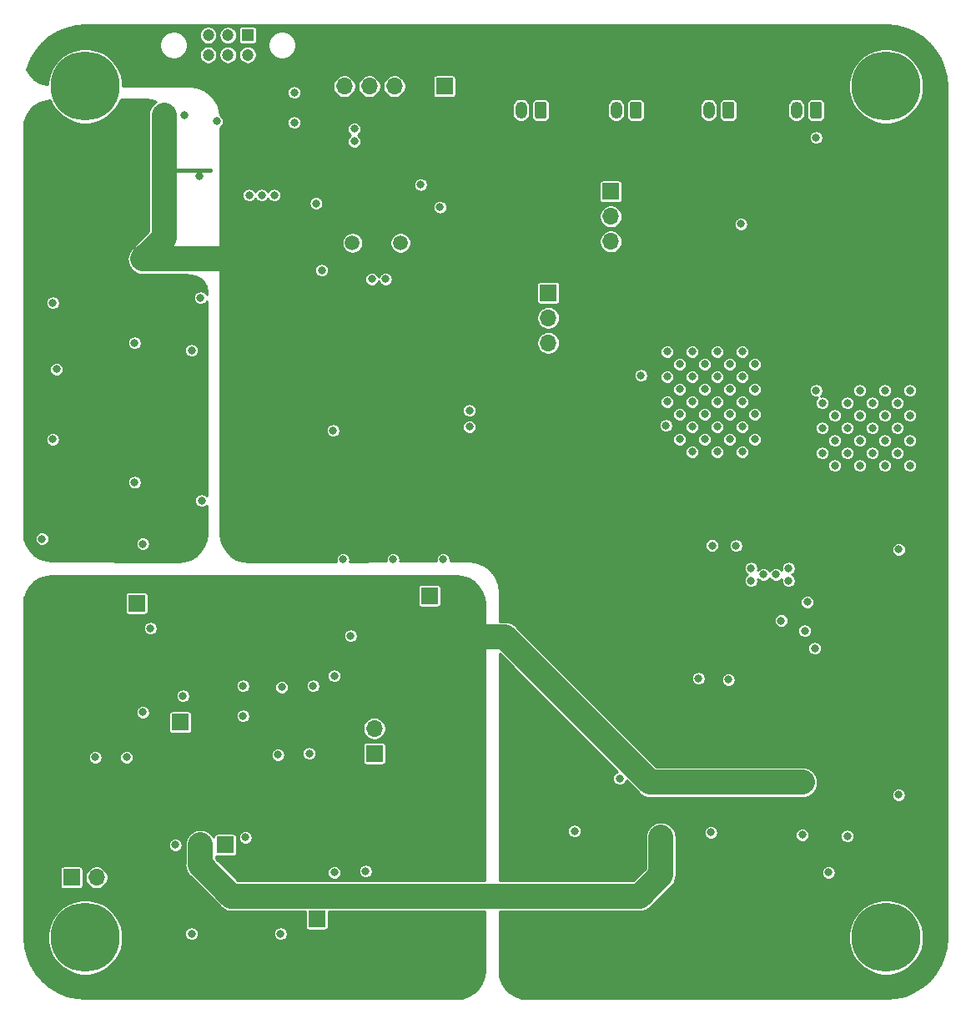
<source format=gbr>
%TF.GenerationSoftware,KiCad,Pcbnew,(5.1.9)-1*%
%TF.CreationDate,2021-06-27T13:52:13-04:00*%
%TF.ProjectId,detector_circuit,64657465-6374-46f7-925f-636972637569,rev?*%
%TF.SameCoordinates,Original*%
%TF.FileFunction,Copper,L3,Inr*%
%TF.FilePolarity,Positive*%
%FSLAX46Y46*%
G04 Gerber Fmt 4.6, Leading zero omitted, Abs format (unit mm)*
G04 Created by KiCad (PCBNEW (5.1.9)-1) date 2021-06-27 13:52:13*
%MOMM*%
%LPD*%
G01*
G04 APERTURE LIST*
%TA.AperFunction,ComponentPad*%
%ADD10C,7.000000*%
%TD*%
%TA.AperFunction,ComponentPad*%
%ADD11C,1.200000*%
%TD*%
%TA.AperFunction,ComponentPad*%
%ADD12R,1.200000X1.200000*%
%TD*%
%TA.AperFunction,ComponentPad*%
%ADD13C,1.500000*%
%TD*%
%TA.AperFunction,ComponentPad*%
%ADD14R,1.700000X1.700000*%
%TD*%
%TA.AperFunction,ComponentPad*%
%ADD15O,1.700000X1.700000*%
%TD*%
%TA.AperFunction,ComponentPad*%
%ADD16O,1.200000X1.750000*%
%TD*%
%TA.AperFunction,ViaPad*%
%ADD17C,0.800000*%
%TD*%
%TA.AperFunction,Conductor*%
%ADD18C,2.500000*%
%TD*%
%TA.AperFunction,Conductor*%
%ADD19C,0.420000*%
%TD*%
%TA.AperFunction,Conductor*%
%ADD20C,0.254000*%
%TD*%
%TA.AperFunction,Conductor*%
%ADD21C,0.100000*%
%TD*%
G04 APERTURE END LIST*
D10*
%TO.N,N/C*%
%TO.C,REF\u002A\u002A*%
X90170000Y-140970000D03*
%TD*%
%TO.N,N/C*%
%TO.C,REF\u002A\u002A*%
X90170000Y-54610000D03*
%TD*%
%TO.N,N/C*%
%TO.C,REF\u002A\u002A*%
X171450000Y-54610000D03*
%TD*%
%TO.N,N/C*%
%TO.C,REF\u002A\u002A*%
X171450000Y-140970000D03*
%TD*%
D11*
%TO.N,/Microcontroller [DO NOT PLACE]/CANH*%
%TO.C,J10*%
X106648000Y-51419000D03*
%TO.N,/Microcontroller [DO NOT PLACE]/CANL*%
X104648000Y-51419000D03*
%TO.N,N/C*%
X102648000Y-51419000D03*
%TO.N,GND*%
X102648000Y-49419000D03*
D12*
%TO.N,N/C*%
X106648000Y-49419000D03*
D11*
X104648000Y-49419000D03*
%TD*%
D13*
%TO.N,/Microcontroller [DO NOT PLACE]/OSC2*%
%TO.C,Y1*%
X117294000Y-70485000D03*
%TO.N,/Microcontroller [DO NOT PLACE]/OSC1*%
X122174000Y-70485000D03*
%TD*%
D14*
%TO.N,/Microcontroller [DO NOT PLACE]/MCLR*%
%TO.C,J1*%
X126619000Y-54610000D03*
D15*
%TO.N,+5V*%
X124079000Y-54610000D03*
%TO.N,GND*%
X121539000Y-54610000D03*
%TO.N,/Microcontroller [DO NOT PLACE]/ICSPDAT*%
X118999000Y-54610000D03*
%TO.N,/Microcontroller [DO NOT PLACE]/ICSPCLK*%
X116459000Y-54610000D03*
%TD*%
D14*
%TO.N,Net-(C18-Pad2)*%
%TO.C,TP15*%
X113665000Y-139065000D03*
%TD*%
D15*
%TO.N,/AMP_OUT*%
%TO.C,JP1*%
X119507000Y-119761000D03*
D14*
%TO.N,Net-(C36-Pad1)*%
X119507000Y-122301000D03*
%TD*%
D16*
%TO.N,Net-(F6-Pad2)*%
%TO.C,J6*%
X162338000Y-57023000D03*
%TO.N,GND*%
%TA.AperFunction,ComponentPad*%
G36*
G01*
X164938000Y-56397999D02*
X164938000Y-57648001D01*
G75*
G02*
X164688001Y-57898000I-249999J0D01*
G01*
X163987999Y-57898000D01*
G75*
G02*
X163738000Y-57648001I0J249999D01*
G01*
X163738000Y-56397999D01*
G75*
G02*
X163987999Y-56148000I249999J0D01*
G01*
X164688001Y-56148000D01*
G75*
G02*
X164938000Y-56397999I0J-249999D01*
G01*
G37*
%TD.AperFunction*%
%TD*%
%TO.N,Net-(F5-Pad2)*%
%TO.C,J5*%
X153448000Y-57023000D03*
%TO.N,Net-(F6-Pad1)*%
%TA.AperFunction,ComponentPad*%
G36*
G01*
X156048000Y-56397999D02*
X156048000Y-57648001D01*
G75*
G02*
X155798001Y-57898000I-249999J0D01*
G01*
X155097999Y-57898000D01*
G75*
G02*
X154848000Y-57648001I0J249999D01*
G01*
X154848000Y-56397999D01*
G75*
G02*
X155097999Y-56148000I249999J0D01*
G01*
X155798001Y-56148000D01*
G75*
G02*
X156048000Y-56397999I0J-249999D01*
G01*
G37*
%TD.AperFunction*%
%TD*%
%TO.N,Net-(F4-Pad2)*%
%TO.C,J4*%
X144050000Y-57023000D03*
%TO.N,Net-(F5-Pad1)*%
%TA.AperFunction,ComponentPad*%
G36*
G01*
X146650000Y-56397999D02*
X146650000Y-57648001D01*
G75*
G02*
X146400001Y-57898000I-249999J0D01*
G01*
X145699999Y-57898000D01*
G75*
G02*
X145450000Y-57648001I0J249999D01*
G01*
X145450000Y-56397999D01*
G75*
G02*
X145699999Y-56148000I249999J0D01*
G01*
X146400001Y-56148000D01*
G75*
G02*
X146650000Y-56397999I0J-249999D01*
G01*
G37*
%TD.AperFunction*%
%TD*%
%TO.N,+BATT*%
%TO.C,J3*%
X134398000Y-57023000D03*
%TO.N,Net-(F4-Pad1)*%
%TA.AperFunction,ComponentPad*%
G36*
G01*
X136998000Y-56397999D02*
X136998000Y-57648001D01*
G75*
G02*
X136748001Y-57898000I-249999J0D01*
G01*
X136047999Y-57898000D01*
G75*
G02*
X135798000Y-57648001I0J249999D01*
G01*
X135798000Y-56397999D01*
G75*
G02*
X136047999Y-56148000I249999J0D01*
G01*
X136748001Y-56148000D01*
G75*
G02*
X136998000Y-56397999I0J-249999D01*
G01*
G37*
%TD.AperFunction*%
%TD*%
D15*
%TO.N,+36V*%
%TO.C,J9*%
X101854000Y-131572000D03*
D14*
%TO.N,/SIPM_OUT*%
X104394000Y-131572000D03*
%TD*%
%TO.N,/INTERUPT_OUT*%
%TO.C,TP2*%
X95377000Y-107061000D03*
%TD*%
D15*
%TO.N,+12V*%
%TO.C,JP2*%
X143510000Y-70358000D03*
%TO.N,Net-(C7-Pad1)*%
X143510000Y-67818000D03*
D14*
%TO.N,+BATT*%
X143510000Y-65278000D03*
%TD*%
D15*
%TO.N,Net-(F3-Pad2)*%
%TO.C,J7*%
X137160000Y-80645000D03*
%TO.N,Net-(F1-Pad2)*%
X137160000Y-78105000D03*
D14*
%TO.N,GND*%
X137160000Y-75565000D03*
%TD*%
%TO.N,Net-(R28-Pad2)*%
%TO.C,TP17*%
X99822000Y-119126000D03*
%TD*%
%TO.N,/DET_ADC*%
%TO.C,TP1*%
X125095000Y-106299000D03*
%TD*%
D15*
%TO.N,Net-(C17-Pad2)*%
%TO.C,JP5*%
X91313000Y-134874000D03*
D14*
%TO.N,Net-(C31-Pad1)*%
X88773000Y-134874000D03*
%TD*%
D17*
%TO.N,GND*%
X106172000Y-115443000D03*
X149098000Y-89027000D03*
X156718000Y-68580000D03*
X91186000Y-122682000D03*
X164338000Y-85471000D03*
X171323000Y-85471000D03*
X173863000Y-85471000D03*
X164973000Y-86741000D03*
X172593000Y-86741000D03*
X166243000Y-88011000D03*
X171323000Y-88011000D03*
X173863000Y-88011000D03*
X164973000Y-89281000D03*
X172593000Y-89281000D03*
X166243000Y-90551000D03*
X168783000Y-90551000D03*
X171323000Y-90551000D03*
X173863000Y-90551000D03*
X164973000Y-91821000D03*
X167513000Y-91821000D03*
X170053000Y-91821000D03*
X172593000Y-91821000D03*
X166243000Y-93091000D03*
X168783000Y-93091000D03*
X171323000Y-93091000D03*
X173863000Y-93091000D03*
X153035000Y-90424000D03*
X155575000Y-90424000D03*
X158115000Y-90424000D03*
X151765000Y-91694000D03*
X154305000Y-91694000D03*
X156845000Y-91694000D03*
X170053000Y-89281000D03*
X167513000Y-89281000D03*
X167513000Y-86741000D03*
X168783000Y-88011000D03*
X168783000Y-85471000D03*
X170053000Y-86741000D03*
X96774000Y-109601000D03*
X100076000Y-116459000D03*
X109982000Y-140589000D03*
X100965000Y-140589000D03*
X106172000Y-118491000D03*
X163195000Y-109855000D03*
X106426000Y-130810000D03*
X100203000Y-57531000D03*
X164338000Y-59817000D03*
X117094000Y-110363000D03*
X153670000Y-130302000D03*
X139827000Y-130175000D03*
X144399000Y-124841000D03*
X101981000Y-96647000D03*
X100965000Y-81407000D03*
X101854000Y-76073000D03*
X86868000Y-76581000D03*
X86868000Y-90424000D03*
X111379000Y-55245000D03*
X113601500Y-66484500D03*
X151765000Y-86614000D03*
X150495000Y-87884000D03*
X151765000Y-84074000D03*
X153035000Y-82804000D03*
X155575000Y-82804000D03*
X154305000Y-84074000D03*
X151765000Y-81534000D03*
X149225000Y-84074000D03*
X156845000Y-81534000D03*
X154305000Y-81534000D03*
X150495000Y-82804000D03*
X149225000Y-81534000D03*
X150495000Y-85344000D03*
X153035000Y-85344000D03*
X156845000Y-86614000D03*
X154305000Y-89154000D03*
X158115000Y-85344000D03*
X149225000Y-86614000D03*
X156845000Y-84074000D03*
X155575000Y-87884000D03*
X150495000Y-90424000D03*
X153035000Y-87884000D03*
X151765000Y-89154000D03*
X156845000Y-89154000D03*
X155575000Y-85344000D03*
X158115000Y-87884000D03*
X154305000Y-86614000D03*
X158115000Y-82804000D03*
X121412000Y-102616000D03*
X116332000Y-102616000D03*
X119253000Y-74168000D03*
X126174500Y-66865500D03*
X94361000Y-122682000D03*
X115316000Y-89535000D03*
X159004000Y-104140000D03*
X157734000Y-104775000D03*
X160274000Y-104140000D03*
X160812023Y-108808977D03*
X163449000Y-106934000D03*
X161544000Y-103505000D03*
X161544000Y-104775000D03*
X157734000Y-103505000D03*
X87249000Y-83312000D03*
X162941000Y-130556000D03*
X172720000Y-126492000D03*
X126492000Y-102616000D03*
X164211000Y-111633000D03*
X167513000Y-130683000D03*
X165608000Y-134366000D03*
X156210000Y-101219000D03*
X153788000Y-101210000D03*
X95168000Y-80645000D03*
X95168000Y-94787000D03*
X118618000Y-134239000D03*
X115452000Y-134357000D03*
X109728000Y-122428000D03*
X112903000Y-122301000D03*
X110109000Y-115570000D03*
X113284000Y-115443000D03*
X155448000Y-114808000D03*
X152400000Y-114681000D03*
X172729000Y-101609000D03*
X124206000Y-64579500D03*
X109347000Y-65659000D03*
X146558000Y-83947000D03*
X101727000Y-63754000D03*
X85788500Y-100520500D03*
%TO.N,+5V*%
X96647000Y-71247000D03*
X98171000Y-57531000D03*
X141859000Y-84074000D03*
X104851200Y-67818000D03*
X144399000Y-127381000D03*
X124079000Y-56515000D03*
X126047500Y-63055500D03*
X120269000Y-89535000D03*
X164211000Y-129921000D03*
X169207000Y-128862000D03*
X104394000Y-55245000D03*
X151384000Y-65024000D03*
X156718000Y-63119000D03*
X168021000Y-62738000D03*
%TO.N,+36V*%
X99314000Y-131572000D03*
X148590000Y-130302000D03*
%TO.N,+3V3*%
X92583000Y-74422000D03*
X85598000Y-96520000D03*
X100965000Y-87249000D03*
X96266000Y-63754000D03*
%TO.N,/Microcontroller [DO NOT PLACE]/ICSPCLK*%
X129159000Y-89154000D03*
X117475000Y-60198000D03*
%TO.N,/Microcontroller [DO NOT PLACE]/ICSPDAT*%
X129159000Y-87503000D03*
X117475000Y-58928000D03*
%TO.N,/Microcontroller [DO NOT PLACE]/CANL*%
X106807000Y-65659000D03*
%TO.N,/Microcontroller [DO NOT PLACE]/CANH*%
X108077000Y-65659000D03*
%TO.N,/Microcontroller [DO NOT PLACE]/CS*%
X96012000Y-101028500D03*
X120650000Y-74168000D03*
%TO.N,/Microcontroller [DO NOT PLACE]/PIC_RX*%
X103505000Y-58166000D03*
X114173000Y-73279000D03*
%TO.N,/Microcontroller [DO NOT PLACE]/PIC_TX*%
X111379000Y-58293000D03*
%TO.N,/AMP_OUT*%
X115443000Y-114427000D03*
X96012000Y-118110000D03*
%TO.N,+4.7V*%
X105791000Y-107696000D03*
X100076000Y-110871000D03*
X102743000Y-107696000D03*
X109982000Y-132588000D03*
X162941000Y-125222000D03*
X122809000Y-110363000D03*
%TD*%
D18*
%TO.N,+5V*%
X98171000Y-69977000D02*
X96012000Y-72136000D01*
X107950000Y-72136000D02*
X110490000Y-69596000D01*
X96012000Y-72136000D02*
X107950000Y-72136000D01*
D19*
X98171000Y-63119000D02*
X102870000Y-63119000D01*
D18*
X98171000Y-57531000D02*
X98171000Y-63119000D01*
X98171000Y-63119000D02*
X98171000Y-69977000D01*
%TO.N,+36V*%
X101854000Y-133604000D02*
X105014999Y-136764999D01*
X146445001Y-136764999D02*
X148590000Y-134620000D01*
X105014999Y-136764999D02*
X146445001Y-136764999D01*
X148590000Y-134620000D02*
X148590000Y-130810000D01*
X101854000Y-131572000D02*
X101854000Y-133604000D01*
%TO.N,+4.7V*%
X147518002Y-125222000D02*
X132786002Y-110490000D01*
X162941000Y-125222000D02*
X147518002Y-125222000D01*
X132786002Y-110490000D02*
X123190000Y-110490000D01*
X123190000Y-110490000D02*
X121920000Y-110490000D01*
%TD*%
D20*
%TO.N,+5V*%
X172415585Y-48513540D02*
X173357388Y-48739647D01*
X174252239Y-49110307D01*
X175078075Y-49616379D01*
X175814583Y-50245417D01*
X176443620Y-50981925D01*
X176949694Y-51807764D01*
X177320353Y-52702612D01*
X177546460Y-53644420D01*
X177623000Y-54616950D01*
X177623001Y-140963037D01*
X177546460Y-141935580D01*
X177320353Y-142877388D01*
X176949694Y-143772236D01*
X176443620Y-144598075D01*
X175814583Y-145334583D01*
X175078075Y-145963621D01*
X174252239Y-146469693D01*
X173357388Y-146840353D01*
X172415585Y-147066460D01*
X171443051Y-147143000D01*
X134643366Y-147143000D01*
X134440877Y-147120185D01*
X133833802Y-146907761D01*
X133289218Y-146565575D01*
X132834425Y-146110782D01*
X132492239Y-145566198D01*
X132279815Y-144959123D01*
X132207000Y-144312872D01*
X132207000Y-140593073D01*
X167623000Y-140593073D01*
X167623000Y-141346927D01*
X167770070Y-142086295D01*
X168058557Y-142782764D01*
X168477375Y-143409570D01*
X169010430Y-143942625D01*
X169637236Y-144361443D01*
X170333705Y-144649930D01*
X171073073Y-144797000D01*
X171826927Y-144797000D01*
X172566295Y-144649930D01*
X173262764Y-144361443D01*
X173889570Y-143942625D01*
X174422625Y-143409570D01*
X174841443Y-142782764D01*
X175129930Y-142086295D01*
X175277000Y-141346927D01*
X175277000Y-140593073D01*
X175129930Y-139853705D01*
X174841443Y-139157236D01*
X174422625Y-138530430D01*
X173889570Y-137997375D01*
X173262764Y-137578557D01*
X172566295Y-137290070D01*
X171826927Y-137143000D01*
X171073073Y-137143000D01*
X170333705Y-137290070D01*
X169637236Y-137578557D01*
X169010430Y-137997375D01*
X168477375Y-138530430D01*
X168058557Y-139157236D01*
X167770070Y-139853705D01*
X167623000Y-140593073D01*
X132207000Y-140593073D01*
X132207000Y-138341999D01*
X146367534Y-138341999D01*
X146445001Y-138349629D01*
X146522468Y-138341999D01*
X146522470Y-138341999D01*
X146754147Y-138319181D01*
X147051413Y-138229006D01*
X147325374Y-138082571D01*
X147565504Y-137885502D01*
X147614893Y-137825321D01*
X149650328Y-135789887D01*
X149710503Y-135740503D01*
X149806264Y-135623818D01*
X149907572Y-135500374D01*
X150054007Y-135226412D01*
X150144182Y-134929147D01*
X150174630Y-134620000D01*
X150167000Y-134542531D01*
X150167000Y-134294397D01*
X164881000Y-134294397D01*
X164881000Y-134437603D01*
X164908938Y-134578058D01*
X164963741Y-134710364D01*
X165043302Y-134829436D01*
X165144564Y-134930698D01*
X165263636Y-135010259D01*
X165395942Y-135065062D01*
X165536397Y-135093000D01*
X165679603Y-135093000D01*
X165820058Y-135065062D01*
X165952364Y-135010259D01*
X166071436Y-134930698D01*
X166172698Y-134829436D01*
X166252259Y-134710364D01*
X166307062Y-134578058D01*
X166335000Y-134437603D01*
X166335000Y-134294397D01*
X166307062Y-134153942D01*
X166252259Y-134021636D01*
X166172698Y-133902564D01*
X166071436Y-133801302D01*
X165952364Y-133721741D01*
X165820058Y-133666938D01*
X165679603Y-133639000D01*
X165536397Y-133639000D01*
X165395942Y-133666938D01*
X165263636Y-133721741D01*
X165144564Y-133801302D01*
X165043302Y-133902564D01*
X164963741Y-134021636D01*
X164908938Y-134153942D01*
X164881000Y-134294397D01*
X150167000Y-134294397D01*
X150167000Y-130732531D01*
X150144182Y-130500854D01*
X150062140Y-130230397D01*
X152943000Y-130230397D01*
X152943000Y-130373603D01*
X152970938Y-130514058D01*
X153025741Y-130646364D01*
X153105302Y-130765436D01*
X153206564Y-130866698D01*
X153325636Y-130946259D01*
X153457942Y-131001062D01*
X153598397Y-131029000D01*
X153741603Y-131029000D01*
X153882058Y-131001062D01*
X154014364Y-130946259D01*
X154133436Y-130866698D01*
X154234698Y-130765436D01*
X154314259Y-130646364D01*
X154369062Y-130514058D01*
X154374961Y-130484397D01*
X162214000Y-130484397D01*
X162214000Y-130627603D01*
X162241938Y-130768058D01*
X162296741Y-130900364D01*
X162376302Y-131019436D01*
X162477564Y-131120698D01*
X162596636Y-131200259D01*
X162728942Y-131255062D01*
X162869397Y-131283000D01*
X163012603Y-131283000D01*
X163153058Y-131255062D01*
X163285364Y-131200259D01*
X163404436Y-131120698D01*
X163505698Y-131019436D01*
X163585259Y-130900364D01*
X163640062Y-130768058D01*
X163668000Y-130627603D01*
X163668000Y-130611397D01*
X166786000Y-130611397D01*
X166786000Y-130754603D01*
X166813938Y-130895058D01*
X166868741Y-131027364D01*
X166948302Y-131146436D01*
X167049564Y-131247698D01*
X167168636Y-131327259D01*
X167300942Y-131382062D01*
X167441397Y-131410000D01*
X167584603Y-131410000D01*
X167725058Y-131382062D01*
X167857364Y-131327259D01*
X167976436Y-131247698D01*
X168077698Y-131146436D01*
X168157259Y-131027364D01*
X168212062Y-130895058D01*
X168240000Y-130754603D01*
X168240000Y-130611397D01*
X168212062Y-130470942D01*
X168157259Y-130338636D01*
X168077698Y-130219564D01*
X167976436Y-130118302D01*
X167857364Y-130038741D01*
X167725058Y-129983938D01*
X167584603Y-129956000D01*
X167441397Y-129956000D01*
X167300942Y-129983938D01*
X167168636Y-130038741D01*
X167049564Y-130118302D01*
X166948302Y-130219564D01*
X166868741Y-130338636D01*
X166813938Y-130470942D01*
X166786000Y-130611397D01*
X163668000Y-130611397D01*
X163668000Y-130484397D01*
X163640062Y-130343942D01*
X163585259Y-130211636D01*
X163505698Y-130092564D01*
X163404436Y-129991302D01*
X163285364Y-129911741D01*
X163153058Y-129856938D01*
X163012603Y-129829000D01*
X162869397Y-129829000D01*
X162728942Y-129856938D01*
X162596636Y-129911741D01*
X162477564Y-129991302D01*
X162376302Y-130092564D01*
X162296741Y-130211636D01*
X162241938Y-130343942D01*
X162214000Y-130484397D01*
X154374961Y-130484397D01*
X154397000Y-130373603D01*
X154397000Y-130230397D01*
X154369062Y-130089942D01*
X154314259Y-129957636D01*
X154234698Y-129838564D01*
X154133436Y-129737302D01*
X154014364Y-129657741D01*
X153882058Y-129602938D01*
X153741603Y-129575000D01*
X153598397Y-129575000D01*
X153457942Y-129602938D01*
X153325636Y-129657741D01*
X153206564Y-129737302D01*
X153105302Y-129838564D01*
X153025741Y-129957636D01*
X152970938Y-130089942D01*
X152943000Y-130230397D01*
X150062140Y-130230397D01*
X150054007Y-130203588D01*
X149907572Y-129929627D01*
X149710503Y-129689497D01*
X149470373Y-129492428D01*
X149196412Y-129345993D01*
X148899146Y-129255818D01*
X148590000Y-129225370D01*
X148280855Y-129255818D01*
X147983589Y-129345993D01*
X147709628Y-129492428D01*
X147469498Y-129689497D01*
X147272429Y-129929627D01*
X147125994Y-130203588D01*
X147035819Y-130500854D01*
X147013001Y-130732531D01*
X147013000Y-133966785D01*
X145791787Y-135187999D01*
X132207000Y-135187999D01*
X132207000Y-130103397D01*
X139100000Y-130103397D01*
X139100000Y-130246603D01*
X139127938Y-130387058D01*
X139182741Y-130519364D01*
X139262302Y-130638436D01*
X139363564Y-130739698D01*
X139482636Y-130819259D01*
X139614942Y-130874062D01*
X139755397Y-130902000D01*
X139898603Y-130902000D01*
X140039058Y-130874062D01*
X140171364Y-130819259D01*
X140290436Y-130739698D01*
X140391698Y-130638436D01*
X140471259Y-130519364D01*
X140526062Y-130387058D01*
X140554000Y-130246603D01*
X140554000Y-130103397D01*
X140526062Y-129962942D01*
X140471259Y-129830636D01*
X140391698Y-129711564D01*
X140290436Y-129610302D01*
X140171364Y-129530741D01*
X140039058Y-129475938D01*
X139898603Y-129448000D01*
X139755397Y-129448000D01*
X139614942Y-129475938D01*
X139482636Y-129530741D01*
X139363564Y-129610302D01*
X139262302Y-129711564D01*
X139182741Y-129830636D01*
X139127938Y-129962942D01*
X139100000Y-130103397D01*
X132207000Y-130103397D01*
X132207000Y-112141212D01*
X144204277Y-124138490D01*
X144186942Y-124141938D01*
X144054636Y-124196741D01*
X143935564Y-124276302D01*
X143834302Y-124377564D01*
X143754741Y-124496636D01*
X143699938Y-124628942D01*
X143672000Y-124769397D01*
X143672000Y-124912603D01*
X143699938Y-125053058D01*
X143754741Y-125185364D01*
X143834302Y-125304436D01*
X143935564Y-125405698D01*
X144054636Y-125485259D01*
X144186942Y-125540062D01*
X144327397Y-125568000D01*
X144470603Y-125568000D01*
X144611058Y-125540062D01*
X144743364Y-125485259D01*
X144862436Y-125405698D01*
X144963698Y-125304436D01*
X145043259Y-125185364D01*
X145098062Y-125053058D01*
X145101510Y-125035723D01*
X146348114Y-126282327D01*
X146397499Y-126342503D01*
X146637629Y-126539572D01*
X146911590Y-126686007D01*
X147208856Y-126776182D01*
X147440533Y-126799000D01*
X147440534Y-126799000D01*
X147518001Y-126806630D01*
X147595468Y-126799000D01*
X163018469Y-126799000D01*
X163250146Y-126776182D01*
X163547412Y-126686007D01*
X163821373Y-126539572D01*
X163966588Y-126420397D01*
X171993000Y-126420397D01*
X171993000Y-126563603D01*
X172020938Y-126704058D01*
X172075741Y-126836364D01*
X172155302Y-126955436D01*
X172256564Y-127056698D01*
X172375636Y-127136259D01*
X172507942Y-127191062D01*
X172648397Y-127219000D01*
X172791603Y-127219000D01*
X172932058Y-127191062D01*
X173064364Y-127136259D01*
X173183436Y-127056698D01*
X173284698Y-126955436D01*
X173364259Y-126836364D01*
X173419062Y-126704058D01*
X173447000Y-126563603D01*
X173447000Y-126420397D01*
X173419062Y-126279942D01*
X173364259Y-126147636D01*
X173284698Y-126028564D01*
X173183436Y-125927302D01*
X173064364Y-125847741D01*
X172932058Y-125792938D01*
X172791603Y-125765000D01*
X172648397Y-125765000D01*
X172507942Y-125792938D01*
X172375636Y-125847741D01*
X172256564Y-125927302D01*
X172155302Y-126028564D01*
X172075741Y-126147636D01*
X172020938Y-126279942D01*
X171993000Y-126420397D01*
X163966588Y-126420397D01*
X164061503Y-126342503D01*
X164258572Y-126102373D01*
X164405007Y-125828412D01*
X164495182Y-125531146D01*
X164525630Y-125222000D01*
X164495182Y-124912854D01*
X164405007Y-124615588D01*
X164258572Y-124341627D01*
X164061503Y-124101497D01*
X163821373Y-123904428D01*
X163547412Y-123757993D01*
X163250146Y-123667818D01*
X163018469Y-123645000D01*
X148171217Y-123645000D01*
X139135614Y-114609397D01*
X151673000Y-114609397D01*
X151673000Y-114752603D01*
X151700938Y-114893058D01*
X151755741Y-115025364D01*
X151835302Y-115144436D01*
X151936564Y-115245698D01*
X152055636Y-115325259D01*
X152187942Y-115380062D01*
X152328397Y-115408000D01*
X152471603Y-115408000D01*
X152612058Y-115380062D01*
X152744364Y-115325259D01*
X152863436Y-115245698D01*
X152964698Y-115144436D01*
X153044259Y-115025364D01*
X153099062Y-114893058D01*
X153127000Y-114752603D01*
X153127000Y-114736397D01*
X154721000Y-114736397D01*
X154721000Y-114879603D01*
X154748938Y-115020058D01*
X154803741Y-115152364D01*
X154883302Y-115271436D01*
X154984564Y-115372698D01*
X155103636Y-115452259D01*
X155235942Y-115507062D01*
X155376397Y-115535000D01*
X155519603Y-115535000D01*
X155660058Y-115507062D01*
X155792364Y-115452259D01*
X155911436Y-115372698D01*
X156012698Y-115271436D01*
X156092259Y-115152364D01*
X156147062Y-115020058D01*
X156175000Y-114879603D01*
X156175000Y-114736397D01*
X156147062Y-114595942D01*
X156092259Y-114463636D01*
X156012698Y-114344564D01*
X155911436Y-114243302D01*
X155792364Y-114163741D01*
X155660058Y-114108938D01*
X155519603Y-114081000D01*
X155376397Y-114081000D01*
X155235942Y-114108938D01*
X155103636Y-114163741D01*
X154984564Y-114243302D01*
X154883302Y-114344564D01*
X154803741Y-114463636D01*
X154748938Y-114595942D01*
X154721000Y-114736397D01*
X153127000Y-114736397D01*
X153127000Y-114609397D01*
X153099062Y-114468942D01*
X153044259Y-114336636D01*
X152964698Y-114217564D01*
X152863436Y-114116302D01*
X152744364Y-114036741D01*
X152612058Y-113981938D01*
X152471603Y-113954000D01*
X152328397Y-113954000D01*
X152187942Y-113981938D01*
X152055636Y-114036741D01*
X151936564Y-114116302D01*
X151835302Y-114217564D01*
X151755741Y-114336636D01*
X151700938Y-114468942D01*
X151673000Y-114609397D01*
X139135614Y-114609397D01*
X136087614Y-111561397D01*
X163484000Y-111561397D01*
X163484000Y-111704603D01*
X163511938Y-111845058D01*
X163566741Y-111977364D01*
X163646302Y-112096436D01*
X163747564Y-112197698D01*
X163866636Y-112277259D01*
X163998942Y-112332062D01*
X164139397Y-112360000D01*
X164282603Y-112360000D01*
X164423058Y-112332062D01*
X164555364Y-112277259D01*
X164674436Y-112197698D01*
X164775698Y-112096436D01*
X164855259Y-111977364D01*
X164910062Y-111845058D01*
X164938000Y-111704603D01*
X164938000Y-111561397D01*
X164910062Y-111420942D01*
X164855259Y-111288636D01*
X164775698Y-111169564D01*
X164674436Y-111068302D01*
X164555364Y-110988741D01*
X164423058Y-110933938D01*
X164282603Y-110906000D01*
X164139397Y-110906000D01*
X163998942Y-110933938D01*
X163866636Y-110988741D01*
X163747564Y-111068302D01*
X163646302Y-111169564D01*
X163566741Y-111288636D01*
X163511938Y-111420942D01*
X163484000Y-111561397D01*
X136087614Y-111561397D01*
X134309614Y-109783397D01*
X162468000Y-109783397D01*
X162468000Y-109926603D01*
X162495938Y-110067058D01*
X162550741Y-110199364D01*
X162630302Y-110318436D01*
X162731564Y-110419698D01*
X162850636Y-110499259D01*
X162982942Y-110554062D01*
X163123397Y-110582000D01*
X163266603Y-110582000D01*
X163407058Y-110554062D01*
X163539364Y-110499259D01*
X163658436Y-110419698D01*
X163759698Y-110318436D01*
X163839259Y-110199364D01*
X163894062Y-110067058D01*
X163922000Y-109926603D01*
X163922000Y-109783397D01*
X163894062Y-109642942D01*
X163839259Y-109510636D01*
X163759698Y-109391564D01*
X163658436Y-109290302D01*
X163539364Y-109210741D01*
X163407058Y-109155938D01*
X163266603Y-109128000D01*
X163123397Y-109128000D01*
X162982942Y-109155938D01*
X162850636Y-109210741D01*
X162731564Y-109290302D01*
X162630302Y-109391564D01*
X162550741Y-109510636D01*
X162495938Y-109642942D01*
X162468000Y-109783397D01*
X134309614Y-109783397D01*
X133955895Y-109429679D01*
X133906505Y-109369497D01*
X133666375Y-109172428D01*
X133392414Y-109025993D01*
X133095148Y-108935818D01*
X132863471Y-108913000D01*
X132863469Y-108913000D01*
X132786002Y-108905370D01*
X132708535Y-108913000D01*
X132207000Y-108913000D01*
X132207000Y-108737374D01*
X160085023Y-108737374D01*
X160085023Y-108880580D01*
X160112961Y-109021035D01*
X160167764Y-109153341D01*
X160247325Y-109272413D01*
X160348587Y-109373675D01*
X160467659Y-109453236D01*
X160599965Y-109508039D01*
X160740420Y-109535977D01*
X160883626Y-109535977D01*
X161024081Y-109508039D01*
X161156387Y-109453236D01*
X161275459Y-109373675D01*
X161376721Y-109272413D01*
X161456282Y-109153341D01*
X161511085Y-109021035D01*
X161539023Y-108880580D01*
X161539023Y-108737374D01*
X161511085Y-108596919D01*
X161456282Y-108464613D01*
X161376721Y-108345541D01*
X161275459Y-108244279D01*
X161156387Y-108164718D01*
X161024081Y-108109915D01*
X160883626Y-108081977D01*
X160740420Y-108081977D01*
X160599965Y-108109915D01*
X160467659Y-108164718D01*
X160348587Y-108244279D01*
X160247325Y-108345541D01*
X160167764Y-108464613D01*
X160112961Y-108596919D01*
X160085023Y-108737374D01*
X132207000Y-108737374D01*
X132207000Y-106862397D01*
X162722000Y-106862397D01*
X162722000Y-107005603D01*
X162749938Y-107146058D01*
X162804741Y-107278364D01*
X162884302Y-107397436D01*
X162985564Y-107498698D01*
X163104636Y-107578259D01*
X163236942Y-107633062D01*
X163377397Y-107661000D01*
X163520603Y-107661000D01*
X163661058Y-107633062D01*
X163793364Y-107578259D01*
X163912436Y-107498698D01*
X164013698Y-107397436D01*
X164093259Y-107278364D01*
X164148062Y-107146058D01*
X164176000Y-107005603D01*
X164176000Y-106862397D01*
X164148062Y-106721942D01*
X164093259Y-106589636D01*
X164013698Y-106470564D01*
X163912436Y-106369302D01*
X163793364Y-106289741D01*
X163661058Y-106234938D01*
X163520603Y-106207000D01*
X163377397Y-106207000D01*
X163236942Y-106234938D01*
X163104636Y-106289741D01*
X162985564Y-106369302D01*
X162884302Y-106470564D01*
X162804741Y-106589636D01*
X162749938Y-106721942D01*
X162722000Y-106862397D01*
X132207000Y-106862397D01*
X132207000Y-105883483D01*
X132206197Y-105869223D01*
X132130552Y-105199787D01*
X132124188Y-105171987D01*
X131901070Y-104536310D01*
X131888663Y-104510630D01*
X131529321Y-103940769D01*
X131511496Y-103918505D01*
X131034054Y-103443199D01*
X131021698Y-103433397D01*
X157007000Y-103433397D01*
X157007000Y-103576603D01*
X157034938Y-103717058D01*
X157089741Y-103849364D01*
X157169302Y-103968436D01*
X157270564Y-104069698D01*
X157375779Y-104140000D01*
X157270564Y-104210302D01*
X157169302Y-104311564D01*
X157089741Y-104430636D01*
X157034938Y-104562942D01*
X157007000Y-104703397D01*
X157007000Y-104846603D01*
X157034938Y-104987058D01*
X157089741Y-105119364D01*
X157169302Y-105238436D01*
X157270564Y-105339698D01*
X157389636Y-105419259D01*
X157521942Y-105474062D01*
X157662397Y-105502000D01*
X157805603Y-105502000D01*
X157946058Y-105474062D01*
X158078364Y-105419259D01*
X158197436Y-105339698D01*
X158298698Y-105238436D01*
X158378259Y-105119364D01*
X158433062Y-104987058D01*
X158461000Y-104846603D01*
X158461000Y-104703397D01*
X158441567Y-104605701D01*
X158540564Y-104704698D01*
X158659636Y-104784259D01*
X158791942Y-104839062D01*
X158932397Y-104867000D01*
X159075603Y-104867000D01*
X159216058Y-104839062D01*
X159348364Y-104784259D01*
X159467436Y-104704698D01*
X159568698Y-104603436D01*
X159639000Y-104498221D01*
X159709302Y-104603436D01*
X159810564Y-104704698D01*
X159929636Y-104784259D01*
X160061942Y-104839062D01*
X160202397Y-104867000D01*
X160345603Y-104867000D01*
X160486058Y-104839062D01*
X160618364Y-104784259D01*
X160737436Y-104704698D01*
X160836433Y-104605701D01*
X160817000Y-104703397D01*
X160817000Y-104846603D01*
X160844938Y-104987058D01*
X160899741Y-105119364D01*
X160979302Y-105238436D01*
X161080564Y-105339698D01*
X161199636Y-105419259D01*
X161331942Y-105474062D01*
X161472397Y-105502000D01*
X161615603Y-105502000D01*
X161756058Y-105474062D01*
X161888364Y-105419259D01*
X162007436Y-105339698D01*
X162108698Y-105238436D01*
X162188259Y-105119364D01*
X162243062Y-104987058D01*
X162271000Y-104846603D01*
X162271000Y-104703397D01*
X162243062Y-104562942D01*
X162188259Y-104430636D01*
X162108698Y-104311564D01*
X162007436Y-104210302D01*
X161902221Y-104140000D01*
X162007436Y-104069698D01*
X162108698Y-103968436D01*
X162188259Y-103849364D01*
X162243062Y-103717058D01*
X162271000Y-103576603D01*
X162271000Y-103433397D01*
X162243062Y-103292942D01*
X162188259Y-103160636D01*
X162108698Y-103041564D01*
X162007436Y-102940302D01*
X161888364Y-102860741D01*
X161756058Y-102805938D01*
X161615603Y-102778000D01*
X161472397Y-102778000D01*
X161331942Y-102805938D01*
X161199636Y-102860741D01*
X161080564Y-102940302D01*
X160979302Y-103041564D01*
X160899741Y-103160636D01*
X160844938Y-103292942D01*
X160817000Y-103433397D01*
X160817000Y-103576603D01*
X160836433Y-103674299D01*
X160737436Y-103575302D01*
X160618364Y-103495741D01*
X160486058Y-103440938D01*
X160345603Y-103413000D01*
X160202397Y-103413000D01*
X160061942Y-103440938D01*
X159929636Y-103495741D01*
X159810564Y-103575302D01*
X159709302Y-103676564D01*
X159639000Y-103781779D01*
X159568698Y-103676564D01*
X159467436Y-103575302D01*
X159348364Y-103495741D01*
X159216058Y-103440938D01*
X159075603Y-103413000D01*
X158932397Y-103413000D01*
X158791942Y-103440938D01*
X158659636Y-103495741D01*
X158540564Y-103575302D01*
X158441567Y-103674299D01*
X158461000Y-103576603D01*
X158461000Y-103433397D01*
X158433062Y-103292942D01*
X158378259Y-103160636D01*
X158298698Y-103041564D01*
X158197436Y-102940302D01*
X158078364Y-102860741D01*
X157946058Y-102805938D01*
X157805603Y-102778000D01*
X157662397Y-102778000D01*
X157521942Y-102805938D01*
X157389636Y-102860741D01*
X157270564Y-102940302D01*
X157169302Y-103041564D01*
X157089741Y-103160636D01*
X157034938Y-103292942D01*
X157007000Y-103433397D01*
X131021698Y-103433397D01*
X131011711Y-103425475D01*
X130440245Y-103068693D01*
X130414510Y-103056401D01*
X129777839Y-102836135D01*
X129750010Y-102829895D01*
X129080241Y-102757253D01*
X129065977Y-102756514D01*
X127203632Y-102764865D01*
X127219000Y-102687603D01*
X127219000Y-102544397D01*
X127191062Y-102403942D01*
X127136259Y-102271636D01*
X127056698Y-102152564D01*
X126955436Y-102051302D01*
X126836364Y-101971741D01*
X126704058Y-101916938D01*
X126563603Y-101889000D01*
X126420397Y-101889000D01*
X126279942Y-101916938D01*
X126147636Y-101971741D01*
X126028564Y-102051302D01*
X125927302Y-102152564D01*
X125847741Y-102271636D01*
X125792938Y-102403942D01*
X125765000Y-102544397D01*
X125765000Y-102687603D01*
X125781637Y-102771242D01*
X122119096Y-102787666D01*
X122139000Y-102687603D01*
X122139000Y-102544397D01*
X122111062Y-102403942D01*
X122056259Y-102271636D01*
X121976698Y-102152564D01*
X121875436Y-102051302D01*
X121756364Y-101971741D01*
X121624058Y-101916938D01*
X121483603Y-101889000D01*
X121340397Y-101889000D01*
X121199942Y-101916938D01*
X121067636Y-101971741D01*
X120948564Y-102051302D01*
X120847302Y-102152564D01*
X120767741Y-102271636D01*
X120712938Y-102403942D01*
X120685000Y-102544397D01*
X120685000Y-102687603D01*
X120706164Y-102794002D01*
X117034561Y-102810467D01*
X117059000Y-102687603D01*
X117059000Y-102544397D01*
X117031062Y-102403942D01*
X116976259Y-102271636D01*
X116896698Y-102152564D01*
X116795436Y-102051302D01*
X116676364Y-101971741D01*
X116544058Y-101916938D01*
X116403603Y-101889000D01*
X116260397Y-101889000D01*
X116119942Y-101916938D01*
X115987636Y-101971741D01*
X115868564Y-102051302D01*
X115767302Y-102152564D01*
X115687741Y-102271636D01*
X115632938Y-102403942D01*
X115605000Y-102544397D01*
X115605000Y-102687603D01*
X115630691Y-102816762D01*
X106779038Y-102856456D01*
X106130642Y-102786132D01*
X105521098Y-102575251D01*
X104973979Y-102233670D01*
X104516876Y-101778612D01*
X104172843Y-101233028D01*
X104139629Y-101138397D01*
X153061000Y-101138397D01*
X153061000Y-101281603D01*
X153088938Y-101422058D01*
X153143741Y-101554364D01*
X153223302Y-101673436D01*
X153324564Y-101774698D01*
X153443636Y-101854259D01*
X153575942Y-101909062D01*
X153716397Y-101937000D01*
X153859603Y-101937000D01*
X154000058Y-101909062D01*
X154132364Y-101854259D01*
X154251436Y-101774698D01*
X154352698Y-101673436D01*
X154432259Y-101554364D01*
X154487062Y-101422058D01*
X154515000Y-101281603D01*
X154515000Y-101147397D01*
X155483000Y-101147397D01*
X155483000Y-101290603D01*
X155510938Y-101431058D01*
X155565741Y-101563364D01*
X155645302Y-101682436D01*
X155746564Y-101783698D01*
X155865636Y-101863259D01*
X155997942Y-101918062D01*
X156138397Y-101946000D01*
X156281603Y-101946000D01*
X156422058Y-101918062D01*
X156554364Y-101863259D01*
X156673436Y-101783698D01*
X156774698Y-101682436D01*
X156854259Y-101563364D01*
X156865014Y-101537397D01*
X172002000Y-101537397D01*
X172002000Y-101680603D01*
X172029938Y-101821058D01*
X172084741Y-101953364D01*
X172164302Y-102072436D01*
X172265564Y-102173698D01*
X172384636Y-102253259D01*
X172516942Y-102308062D01*
X172657397Y-102336000D01*
X172800603Y-102336000D01*
X172941058Y-102308062D01*
X173073364Y-102253259D01*
X173192436Y-102173698D01*
X173293698Y-102072436D01*
X173373259Y-101953364D01*
X173428062Y-101821058D01*
X173456000Y-101680603D01*
X173456000Y-101537397D01*
X173428062Y-101396942D01*
X173373259Y-101264636D01*
X173293698Y-101145564D01*
X173192436Y-101044302D01*
X173073364Y-100964741D01*
X172941058Y-100909938D01*
X172800603Y-100882000D01*
X172657397Y-100882000D01*
X172516942Y-100909938D01*
X172384636Y-100964741D01*
X172265564Y-101044302D01*
X172164302Y-101145564D01*
X172084741Y-101264636D01*
X172029938Y-101396942D01*
X172002000Y-101537397D01*
X156865014Y-101537397D01*
X156909062Y-101431058D01*
X156937000Y-101290603D01*
X156937000Y-101147397D01*
X156909062Y-101006942D01*
X156854259Y-100874636D01*
X156774698Y-100755564D01*
X156673436Y-100654302D01*
X156554364Y-100574741D01*
X156422058Y-100519938D01*
X156281603Y-100492000D01*
X156138397Y-100492000D01*
X155997942Y-100519938D01*
X155865636Y-100574741D01*
X155746564Y-100654302D01*
X155645302Y-100755564D01*
X155565741Y-100874636D01*
X155510938Y-101006942D01*
X155483000Y-101147397D01*
X154515000Y-101147397D01*
X154515000Y-101138397D01*
X154487062Y-100997942D01*
X154432259Y-100865636D01*
X154352698Y-100746564D01*
X154251436Y-100645302D01*
X154132364Y-100565741D01*
X154000058Y-100510938D01*
X153859603Y-100483000D01*
X153716397Y-100483000D01*
X153575942Y-100510938D01*
X153443636Y-100565741D01*
X153324564Y-100645302D01*
X153223302Y-100746564D01*
X153143741Y-100865636D01*
X153088938Y-100997942D01*
X153061000Y-101138397D01*
X104139629Y-101138397D01*
X103959231Y-100624434D01*
X103886000Y-99976363D01*
X103886000Y-93019397D01*
X165516000Y-93019397D01*
X165516000Y-93162603D01*
X165543938Y-93303058D01*
X165598741Y-93435364D01*
X165678302Y-93554436D01*
X165779564Y-93655698D01*
X165898636Y-93735259D01*
X166030942Y-93790062D01*
X166171397Y-93818000D01*
X166314603Y-93818000D01*
X166455058Y-93790062D01*
X166587364Y-93735259D01*
X166706436Y-93655698D01*
X166807698Y-93554436D01*
X166887259Y-93435364D01*
X166942062Y-93303058D01*
X166970000Y-93162603D01*
X166970000Y-93019397D01*
X168056000Y-93019397D01*
X168056000Y-93162603D01*
X168083938Y-93303058D01*
X168138741Y-93435364D01*
X168218302Y-93554436D01*
X168319564Y-93655698D01*
X168438636Y-93735259D01*
X168570942Y-93790062D01*
X168711397Y-93818000D01*
X168854603Y-93818000D01*
X168995058Y-93790062D01*
X169127364Y-93735259D01*
X169246436Y-93655698D01*
X169347698Y-93554436D01*
X169427259Y-93435364D01*
X169482062Y-93303058D01*
X169510000Y-93162603D01*
X169510000Y-93019397D01*
X170596000Y-93019397D01*
X170596000Y-93162603D01*
X170623938Y-93303058D01*
X170678741Y-93435364D01*
X170758302Y-93554436D01*
X170859564Y-93655698D01*
X170978636Y-93735259D01*
X171110942Y-93790062D01*
X171251397Y-93818000D01*
X171394603Y-93818000D01*
X171535058Y-93790062D01*
X171667364Y-93735259D01*
X171786436Y-93655698D01*
X171887698Y-93554436D01*
X171967259Y-93435364D01*
X172022062Y-93303058D01*
X172050000Y-93162603D01*
X172050000Y-93019397D01*
X173136000Y-93019397D01*
X173136000Y-93162603D01*
X173163938Y-93303058D01*
X173218741Y-93435364D01*
X173298302Y-93554436D01*
X173399564Y-93655698D01*
X173518636Y-93735259D01*
X173650942Y-93790062D01*
X173791397Y-93818000D01*
X173934603Y-93818000D01*
X174075058Y-93790062D01*
X174207364Y-93735259D01*
X174326436Y-93655698D01*
X174427698Y-93554436D01*
X174507259Y-93435364D01*
X174562062Y-93303058D01*
X174590000Y-93162603D01*
X174590000Y-93019397D01*
X174562062Y-92878942D01*
X174507259Y-92746636D01*
X174427698Y-92627564D01*
X174326436Y-92526302D01*
X174207364Y-92446741D01*
X174075058Y-92391938D01*
X173934603Y-92364000D01*
X173791397Y-92364000D01*
X173650942Y-92391938D01*
X173518636Y-92446741D01*
X173399564Y-92526302D01*
X173298302Y-92627564D01*
X173218741Y-92746636D01*
X173163938Y-92878942D01*
X173136000Y-93019397D01*
X172050000Y-93019397D01*
X172022062Y-92878942D01*
X171967259Y-92746636D01*
X171887698Y-92627564D01*
X171786436Y-92526302D01*
X171667364Y-92446741D01*
X171535058Y-92391938D01*
X171394603Y-92364000D01*
X171251397Y-92364000D01*
X171110942Y-92391938D01*
X170978636Y-92446741D01*
X170859564Y-92526302D01*
X170758302Y-92627564D01*
X170678741Y-92746636D01*
X170623938Y-92878942D01*
X170596000Y-93019397D01*
X169510000Y-93019397D01*
X169482062Y-92878942D01*
X169427259Y-92746636D01*
X169347698Y-92627564D01*
X169246436Y-92526302D01*
X169127364Y-92446741D01*
X168995058Y-92391938D01*
X168854603Y-92364000D01*
X168711397Y-92364000D01*
X168570942Y-92391938D01*
X168438636Y-92446741D01*
X168319564Y-92526302D01*
X168218302Y-92627564D01*
X168138741Y-92746636D01*
X168083938Y-92878942D01*
X168056000Y-93019397D01*
X166970000Y-93019397D01*
X166942062Y-92878942D01*
X166887259Y-92746636D01*
X166807698Y-92627564D01*
X166706436Y-92526302D01*
X166587364Y-92446741D01*
X166455058Y-92391938D01*
X166314603Y-92364000D01*
X166171397Y-92364000D01*
X166030942Y-92391938D01*
X165898636Y-92446741D01*
X165779564Y-92526302D01*
X165678302Y-92627564D01*
X165598741Y-92746636D01*
X165543938Y-92878942D01*
X165516000Y-93019397D01*
X103886000Y-93019397D01*
X103886000Y-91622397D01*
X151038000Y-91622397D01*
X151038000Y-91765603D01*
X151065938Y-91906058D01*
X151120741Y-92038364D01*
X151200302Y-92157436D01*
X151301564Y-92258698D01*
X151420636Y-92338259D01*
X151552942Y-92393062D01*
X151693397Y-92421000D01*
X151836603Y-92421000D01*
X151977058Y-92393062D01*
X152109364Y-92338259D01*
X152228436Y-92258698D01*
X152329698Y-92157436D01*
X152409259Y-92038364D01*
X152464062Y-91906058D01*
X152492000Y-91765603D01*
X152492000Y-91622397D01*
X153578000Y-91622397D01*
X153578000Y-91765603D01*
X153605938Y-91906058D01*
X153660741Y-92038364D01*
X153740302Y-92157436D01*
X153841564Y-92258698D01*
X153960636Y-92338259D01*
X154092942Y-92393062D01*
X154233397Y-92421000D01*
X154376603Y-92421000D01*
X154517058Y-92393062D01*
X154649364Y-92338259D01*
X154768436Y-92258698D01*
X154869698Y-92157436D01*
X154949259Y-92038364D01*
X155004062Y-91906058D01*
X155032000Y-91765603D01*
X155032000Y-91622397D01*
X156118000Y-91622397D01*
X156118000Y-91765603D01*
X156145938Y-91906058D01*
X156200741Y-92038364D01*
X156280302Y-92157436D01*
X156381564Y-92258698D01*
X156500636Y-92338259D01*
X156632942Y-92393062D01*
X156773397Y-92421000D01*
X156916603Y-92421000D01*
X157057058Y-92393062D01*
X157189364Y-92338259D01*
X157308436Y-92258698D01*
X157409698Y-92157436D01*
X157489259Y-92038364D01*
X157544062Y-91906058D01*
X157572000Y-91765603D01*
X157572000Y-91749397D01*
X164246000Y-91749397D01*
X164246000Y-91892603D01*
X164273938Y-92033058D01*
X164328741Y-92165364D01*
X164408302Y-92284436D01*
X164509564Y-92385698D01*
X164628636Y-92465259D01*
X164760942Y-92520062D01*
X164901397Y-92548000D01*
X165044603Y-92548000D01*
X165185058Y-92520062D01*
X165317364Y-92465259D01*
X165436436Y-92385698D01*
X165537698Y-92284436D01*
X165617259Y-92165364D01*
X165672062Y-92033058D01*
X165700000Y-91892603D01*
X165700000Y-91749397D01*
X166786000Y-91749397D01*
X166786000Y-91892603D01*
X166813938Y-92033058D01*
X166868741Y-92165364D01*
X166948302Y-92284436D01*
X167049564Y-92385698D01*
X167168636Y-92465259D01*
X167300942Y-92520062D01*
X167441397Y-92548000D01*
X167584603Y-92548000D01*
X167725058Y-92520062D01*
X167857364Y-92465259D01*
X167976436Y-92385698D01*
X168077698Y-92284436D01*
X168157259Y-92165364D01*
X168212062Y-92033058D01*
X168240000Y-91892603D01*
X168240000Y-91749397D01*
X169326000Y-91749397D01*
X169326000Y-91892603D01*
X169353938Y-92033058D01*
X169408741Y-92165364D01*
X169488302Y-92284436D01*
X169589564Y-92385698D01*
X169708636Y-92465259D01*
X169840942Y-92520062D01*
X169981397Y-92548000D01*
X170124603Y-92548000D01*
X170265058Y-92520062D01*
X170397364Y-92465259D01*
X170516436Y-92385698D01*
X170617698Y-92284436D01*
X170697259Y-92165364D01*
X170752062Y-92033058D01*
X170780000Y-91892603D01*
X170780000Y-91749397D01*
X171866000Y-91749397D01*
X171866000Y-91892603D01*
X171893938Y-92033058D01*
X171948741Y-92165364D01*
X172028302Y-92284436D01*
X172129564Y-92385698D01*
X172248636Y-92465259D01*
X172380942Y-92520062D01*
X172521397Y-92548000D01*
X172664603Y-92548000D01*
X172805058Y-92520062D01*
X172937364Y-92465259D01*
X173056436Y-92385698D01*
X173157698Y-92284436D01*
X173237259Y-92165364D01*
X173292062Y-92033058D01*
X173320000Y-91892603D01*
X173320000Y-91749397D01*
X173292062Y-91608942D01*
X173237259Y-91476636D01*
X173157698Y-91357564D01*
X173056436Y-91256302D01*
X172937364Y-91176741D01*
X172805058Y-91121938D01*
X172664603Y-91094000D01*
X172521397Y-91094000D01*
X172380942Y-91121938D01*
X172248636Y-91176741D01*
X172129564Y-91256302D01*
X172028302Y-91357564D01*
X171948741Y-91476636D01*
X171893938Y-91608942D01*
X171866000Y-91749397D01*
X170780000Y-91749397D01*
X170752062Y-91608942D01*
X170697259Y-91476636D01*
X170617698Y-91357564D01*
X170516436Y-91256302D01*
X170397364Y-91176741D01*
X170265058Y-91121938D01*
X170124603Y-91094000D01*
X169981397Y-91094000D01*
X169840942Y-91121938D01*
X169708636Y-91176741D01*
X169589564Y-91256302D01*
X169488302Y-91357564D01*
X169408741Y-91476636D01*
X169353938Y-91608942D01*
X169326000Y-91749397D01*
X168240000Y-91749397D01*
X168212062Y-91608942D01*
X168157259Y-91476636D01*
X168077698Y-91357564D01*
X167976436Y-91256302D01*
X167857364Y-91176741D01*
X167725058Y-91121938D01*
X167584603Y-91094000D01*
X167441397Y-91094000D01*
X167300942Y-91121938D01*
X167168636Y-91176741D01*
X167049564Y-91256302D01*
X166948302Y-91357564D01*
X166868741Y-91476636D01*
X166813938Y-91608942D01*
X166786000Y-91749397D01*
X165700000Y-91749397D01*
X165672062Y-91608942D01*
X165617259Y-91476636D01*
X165537698Y-91357564D01*
X165436436Y-91256302D01*
X165317364Y-91176741D01*
X165185058Y-91121938D01*
X165044603Y-91094000D01*
X164901397Y-91094000D01*
X164760942Y-91121938D01*
X164628636Y-91176741D01*
X164509564Y-91256302D01*
X164408302Y-91357564D01*
X164328741Y-91476636D01*
X164273938Y-91608942D01*
X164246000Y-91749397D01*
X157572000Y-91749397D01*
X157572000Y-91622397D01*
X157544062Y-91481942D01*
X157489259Y-91349636D01*
X157409698Y-91230564D01*
X157308436Y-91129302D01*
X157189364Y-91049741D01*
X157057058Y-90994938D01*
X156916603Y-90967000D01*
X156773397Y-90967000D01*
X156632942Y-90994938D01*
X156500636Y-91049741D01*
X156381564Y-91129302D01*
X156280302Y-91230564D01*
X156200741Y-91349636D01*
X156145938Y-91481942D01*
X156118000Y-91622397D01*
X155032000Y-91622397D01*
X155004062Y-91481942D01*
X154949259Y-91349636D01*
X154869698Y-91230564D01*
X154768436Y-91129302D01*
X154649364Y-91049741D01*
X154517058Y-90994938D01*
X154376603Y-90967000D01*
X154233397Y-90967000D01*
X154092942Y-90994938D01*
X153960636Y-91049741D01*
X153841564Y-91129302D01*
X153740302Y-91230564D01*
X153660741Y-91349636D01*
X153605938Y-91481942D01*
X153578000Y-91622397D01*
X152492000Y-91622397D01*
X152464062Y-91481942D01*
X152409259Y-91349636D01*
X152329698Y-91230564D01*
X152228436Y-91129302D01*
X152109364Y-91049741D01*
X151977058Y-90994938D01*
X151836603Y-90967000D01*
X151693397Y-90967000D01*
X151552942Y-90994938D01*
X151420636Y-91049741D01*
X151301564Y-91129302D01*
X151200302Y-91230564D01*
X151120741Y-91349636D01*
X151065938Y-91481942D01*
X151038000Y-91622397D01*
X103886000Y-91622397D01*
X103886000Y-90352397D01*
X149768000Y-90352397D01*
X149768000Y-90495603D01*
X149795938Y-90636058D01*
X149850741Y-90768364D01*
X149930302Y-90887436D01*
X150031564Y-90988698D01*
X150150636Y-91068259D01*
X150282942Y-91123062D01*
X150423397Y-91151000D01*
X150566603Y-91151000D01*
X150707058Y-91123062D01*
X150839364Y-91068259D01*
X150958436Y-90988698D01*
X151059698Y-90887436D01*
X151139259Y-90768364D01*
X151194062Y-90636058D01*
X151222000Y-90495603D01*
X151222000Y-90352397D01*
X152308000Y-90352397D01*
X152308000Y-90495603D01*
X152335938Y-90636058D01*
X152390741Y-90768364D01*
X152470302Y-90887436D01*
X152571564Y-90988698D01*
X152690636Y-91068259D01*
X152822942Y-91123062D01*
X152963397Y-91151000D01*
X153106603Y-91151000D01*
X153247058Y-91123062D01*
X153379364Y-91068259D01*
X153498436Y-90988698D01*
X153599698Y-90887436D01*
X153679259Y-90768364D01*
X153734062Y-90636058D01*
X153762000Y-90495603D01*
X153762000Y-90352397D01*
X154848000Y-90352397D01*
X154848000Y-90495603D01*
X154875938Y-90636058D01*
X154930741Y-90768364D01*
X155010302Y-90887436D01*
X155111564Y-90988698D01*
X155230636Y-91068259D01*
X155362942Y-91123062D01*
X155503397Y-91151000D01*
X155646603Y-91151000D01*
X155787058Y-91123062D01*
X155919364Y-91068259D01*
X156038436Y-90988698D01*
X156139698Y-90887436D01*
X156219259Y-90768364D01*
X156274062Y-90636058D01*
X156302000Y-90495603D01*
X156302000Y-90352397D01*
X157388000Y-90352397D01*
X157388000Y-90495603D01*
X157415938Y-90636058D01*
X157470741Y-90768364D01*
X157550302Y-90887436D01*
X157651564Y-90988698D01*
X157770636Y-91068259D01*
X157902942Y-91123062D01*
X158043397Y-91151000D01*
X158186603Y-91151000D01*
X158327058Y-91123062D01*
X158459364Y-91068259D01*
X158578436Y-90988698D01*
X158679698Y-90887436D01*
X158759259Y-90768364D01*
X158814062Y-90636058D01*
X158842000Y-90495603D01*
X158842000Y-90479397D01*
X165516000Y-90479397D01*
X165516000Y-90622603D01*
X165543938Y-90763058D01*
X165598741Y-90895364D01*
X165678302Y-91014436D01*
X165779564Y-91115698D01*
X165898636Y-91195259D01*
X166030942Y-91250062D01*
X166171397Y-91278000D01*
X166314603Y-91278000D01*
X166455058Y-91250062D01*
X166587364Y-91195259D01*
X166706436Y-91115698D01*
X166807698Y-91014436D01*
X166887259Y-90895364D01*
X166942062Y-90763058D01*
X166970000Y-90622603D01*
X166970000Y-90479397D01*
X168056000Y-90479397D01*
X168056000Y-90622603D01*
X168083938Y-90763058D01*
X168138741Y-90895364D01*
X168218302Y-91014436D01*
X168319564Y-91115698D01*
X168438636Y-91195259D01*
X168570942Y-91250062D01*
X168711397Y-91278000D01*
X168854603Y-91278000D01*
X168995058Y-91250062D01*
X169127364Y-91195259D01*
X169246436Y-91115698D01*
X169347698Y-91014436D01*
X169427259Y-90895364D01*
X169482062Y-90763058D01*
X169510000Y-90622603D01*
X169510000Y-90479397D01*
X170596000Y-90479397D01*
X170596000Y-90622603D01*
X170623938Y-90763058D01*
X170678741Y-90895364D01*
X170758302Y-91014436D01*
X170859564Y-91115698D01*
X170978636Y-91195259D01*
X171110942Y-91250062D01*
X171251397Y-91278000D01*
X171394603Y-91278000D01*
X171535058Y-91250062D01*
X171667364Y-91195259D01*
X171786436Y-91115698D01*
X171887698Y-91014436D01*
X171967259Y-90895364D01*
X172022062Y-90763058D01*
X172050000Y-90622603D01*
X172050000Y-90479397D01*
X173136000Y-90479397D01*
X173136000Y-90622603D01*
X173163938Y-90763058D01*
X173218741Y-90895364D01*
X173298302Y-91014436D01*
X173399564Y-91115698D01*
X173518636Y-91195259D01*
X173650942Y-91250062D01*
X173791397Y-91278000D01*
X173934603Y-91278000D01*
X174075058Y-91250062D01*
X174207364Y-91195259D01*
X174326436Y-91115698D01*
X174427698Y-91014436D01*
X174507259Y-90895364D01*
X174562062Y-90763058D01*
X174590000Y-90622603D01*
X174590000Y-90479397D01*
X174562062Y-90338942D01*
X174507259Y-90206636D01*
X174427698Y-90087564D01*
X174326436Y-89986302D01*
X174207364Y-89906741D01*
X174075058Y-89851938D01*
X173934603Y-89824000D01*
X173791397Y-89824000D01*
X173650942Y-89851938D01*
X173518636Y-89906741D01*
X173399564Y-89986302D01*
X173298302Y-90087564D01*
X173218741Y-90206636D01*
X173163938Y-90338942D01*
X173136000Y-90479397D01*
X172050000Y-90479397D01*
X172022062Y-90338942D01*
X171967259Y-90206636D01*
X171887698Y-90087564D01*
X171786436Y-89986302D01*
X171667364Y-89906741D01*
X171535058Y-89851938D01*
X171394603Y-89824000D01*
X171251397Y-89824000D01*
X171110942Y-89851938D01*
X170978636Y-89906741D01*
X170859564Y-89986302D01*
X170758302Y-90087564D01*
X170678741Y-90206636D01*
X170623938Y-90338942D01*
X170596000Y-90479397D01*
X169510000Y-90479397D01*
X169482062Y-90338942D01*
X169427259Y-90206636D01*
X169347698Y-90087564D01*
X169246436Y-89986302D01*
X169127364Y-89906741D01*
X168995058Y-89851938D01*
X168854603Y-89824000D01*
X168711397Y-89824000D01*
X168570942Y-89851938D01*
X168438636Y-89906741D01*
X168319564Y-89986302D01*
X168218302Y-90087564D01*
X168138741Y-90206636D01*
X168083938Y-90338942D01*
X168056000Y-90479397D01*
X166970000Y-90479397D01*
X166942062Y-90338942D01*
X166887259Y-90206636D01*
X166807698Y-90087564D01*
X166706436Y-89986302D01*
X166587364Y-89906741D01*
X166455058Y-89851938D01*
X166314603Y-89824000D01*
X166171397Y-89824000D01*
X166030942Y-89851938D01*
X165898636Y-89906741D01*
X165779564Y-89986302D01*
X165678302Y-90087564D01*
X165598741Y-90206636D01*
X165543938Y-90338942D01*
X165516000Y-90479397D01*
X158842000Y-90479397D01*
X158842000Y-90352397D01*
X158814062Y-90211942D01*
X158759259Y-90079636D01*
X158679698Y-89960564D01*
X158578436Y-89859302D01*
X158459364Y-89779741D01*
X158327058Y-89724938D01*
X158186603Y-89697000D01*
X158043397Y-89697000D01*
X157902942Y-89724938D01*
X157770636Y-89779741D01*
X157651564Y-89859302D01*
X157550302Y-89960564D01*
X157470741Y-90079636D01*
X157415938Y-90211942D01*
X157388000Y-90352397D01*
X156302000Y-90352397D01*
X156274062Y-90211942D01*
X156219259Y-90079636D01*
X156139698Y-89960564D01*
X156038436Y-89859302D01*
X155919364Y-89779741D01*
X155787058Y-89724938D01*
X155646603Y-89697000D01*
X155503397Y-89697000D01*
X155362942Y-89724938D01*
X155230636Y-89779741D01*
X155111564Y-89859302D01*
X155010302Y-89960564D01*
X154930741Y-90079636D01*
X154875938Y-90211942D01*
X154848000Y-90352397D01*
X153762000Y-90352397D01*
X153734062Y-90211942D01*
X153679259Y-90079636D01*
X153599698Y-89960564D01*
X153498436Y-89859302D01*
X153379364Y-89779741D01*
X153247058Y-89724938D01*
X153106603Y-89697000D01*
X152963397Y-89697000D01*
X152822942Y-89724938D01*
X152690636Y-89779741D01*
X152571564Y-89859302D01*
X152470302Y-89960564D01*
X152390741Y-90079636D01*
X152335938Y-90211942D01*
X152308000Y-90352397D01*
X151222000Y-90352397D01*
X151194062Y-90211942D01*
X151139259Y-90079636D01*
X151059698Y-89960564D01*
X150958436Y-89859302D01*
X150839364Y-89779741D01*
X150707058Y-89724938D01*
X150566603Y-89697000D01*
X150423397Y-89697000D01*
X150282942Y-89724938D01*
X150150636Y-89779741D01*
X150031564Y-89859302D01*
X149930302Y-89960564D01*
X149850741Y-90079636D01*
X149795938Y-90211942D01*
X149768000Y-90352397D01*
X103886000Y-90352397D01*
X103886000Y-89463397D01*
X114589000Y-89463397D01*
X114589000Y-89606603D01*
X114616938Y-89747058D01*
X114671741Y-89879364D01*
X114751302Y-89998436D01*
X114852564Y-90099698D01*
X114971636Y-90179259D01*
X115103942Y-90234062D01*
X115244397Y-90262000D01*
X115387603Y-90262000D01*
X115528058Y-90234062D01*
X115660364Y-90179259D01*
X115779436Y-90099698D01*
X115880698Y-89998436D01*
X115960259Y-89879364D01*
X116015062Y-89747058D01*
X116043000Y-89606603D01*
X116043000Y-89463397D01*
X116015062Y-89322942D01*
X115960259Y-89190636D01*
X115887937Y-89082397D01*
X128432000Y-89082397D01*
X128432000Y-89225603D01*
X128459938Y-89366058D01*
X128514741Y-89498364D01*
X128594302Y-89617436D01*
X128695564Y-89718698D01*
X128814636Y-89798259D01*
X128946942Y-89853062D01*
X129087397Y-89881000D01*
X129230603Y-89881000D01*
X129371058Y-89853062D01*
X129503364Y-89798259D01*
X129622436Y-89718698D01*
X129723698Y-89617436D01*
X129803259Y-89498364D01*
X129858062Y-89366058D01*
X129886000Y-89225603D01*
X129886000Y-89082397D01*
X129860739Y-88955397D01*
X148371000Y-88955397D01*
X148371000Y-89098603D01*
X148398938Y-89239058D01*
X148453741Y-89371364D01*
X148533302Y-89490436D01*
X148634564Y-89591698D01*
X148753636Y-89671259D01*
X148885942Y-89726062D01*
X149026397Y-89754000D01*
X149169603Y-89754000D01*
X149310058Y-89726062D01*
X149442364Y-89671259D01*
X149561436Y-89591698D01*
X149662698Y-89490436D01*
X149742259Y-89371364D01*
X149797062Y-89239058D01*
X149825000Y-89098603D01*
X149825000Y-89082397D01*
X151038000Y-89082397D01*
X151038000Y-89225603D01*
X151065938Y-89366058D01*
X151120741Y-89498364D01*
X151200302Y-89617436D01*
X151301564Y-89718698D01*
X151420636Y-89798259D01*
X151552942Y-89853062D01*
X151693397Y-89881000D01*
X151836603Y-89881000D01*
X151977058Y-89853062D01*
X152109364Y-89798259D01*
X152228436Y-89718698D01*
X152329698Y-89617436D01*
X152409259Y-89498364D01*
X152464062Y-89366058D01*
X152492000Y-89225603D01*
X152492000Y-89082397D01*
X153578000Y-89082397D01*
X153578000Y-89225603D01*
X153605938Y-89366058D01*
X153660741Y-89498364D01*
X153740302Y-89617436D01*
X153841564Y-89718698D01*
X153960636Y-89798259D01*
X154092942Y-89853062D01*
X154233397Y-89881000D01*
X154376603Y-89881000D01*
X154517058Y-89853062D01*
X154649364Y-89798259D01*
X154768436Y-89718698D01*
X154869698Y-89617436D01*
X154949259Y-89498364D01*
X155004062Y-89366058D01*
X155032000Y-89225603D01*
X155032000Y-89082397D01*
X156118000Y-89082397D01*
X156118000Y-89225603D01*
X156145938Y-89366058D01*
X156200741Y-89498364D01*
X156280302Y-89617436D01*
X156381564Y-89718698D01*
X156500636Y-89798259D01*
X156632942Y-89853062D01*
X156773397Y-89881000D01*
X156916603Y-89881000D01*
X157057058Y-89853062D01*
X157189364Y-89798259D01*
X157308436Y-89718698D01*
X157409698Y-89617436D01*
X157489259Y-89498364D01*
X157544062Y-89366058D01*
X157572000Y-89225603D01*
X157572000Y-89209397D01*
X164246000Y-89209397D01*
X164246000Y-89352603D01*
X164273938Y-89493058D01*
X164328741Y-89625364D01*
X164408302Y-89744436D01*
X164509564Y-89845698D01*
X164628636Y-89925259D01*
X164760942Y-89980062D01*
X164901397Y-90008000D01*
X165044603Y-90008000D01*
X165185058Y-89980062D01*
X165317364Y-89925259D01*
X165436436Y-89845698D01*
X165537698Y-89744436D01*
X165617259Y-89625364D01*
X165672062Y-89493058D01*
X165700000Y-89352603D01*
X165700000Y-89209397D01*
X166786000Y-89209397D01*
X166786000Y-89352603D01*
X166813938Y-89493058D01*
X166868741Y-89625364D01*
X166948302Y-89744436D01*
X167049564Y-89845698D01*
X167168636Y-89925259D01*
X167300942Y-89980062D01*
X167441397Y-90008000D01*
X167584603Y-90008000D01*
X167725058Y-89980062D01*
X167857364Y-89925259D01*
X167976436Y-89845698D01*
X168077698Y-89744436D01*
X168157259Y-89625364D01*
X168212062Y-89493058D01*
X168240000Y-89352603D01*
X168240000Y-89209397D01*
X169326000Y-89209397D01*
X169326000Y-89352603D01*
X169353938Y-89493058D01*
X169408741Y-89625364D01*
X169488302Y-89744436D01*
X169589564Y-89845698D01*
X169708636Y-89925259D01*
X169840942Y-89980062D01*
X169981397Y-90008000D01*
X170124603Y-90008000D01*
X170265058Y-89980062D01*
X170397364Y-89925259D01*
X170516436Y-89845698D01*
X170617698Y-89744436D01*
X170697259Y-89625364D01*
X170752062Y-89493058D01*
X170780000Y-89352603D01*
X170780000Y-89209397D01*
X171866000Y-89209397D01*
X171866000Y-89352603D01*
X171893938Y-89493058D01*
X171948741Y-89625364D01*
X172028302Y-89744436D01*
X172129564Y-89845698D01*
X172248636Y-89925259D01*
X172380942Y-89980062D01*
X172521397Y-90008000D01*
X172664603Y-90008000D01*
X172805058Y-89980062D01*
X172937364Y-89925259D01*
X173056436Y-89845698D01*
X173157698Y-89744436D01*
X173237259Y-89625364D01*
X173292062Y-89493058D01*
X173320000Y-89352603D01*
X173320000Y-89209397D01*
X173292062Y-89068942D01*
X173237259Y-88936636D01*
X173157698Y-88817564D01*
X173056436Y-88716302D01*
X172937364Y-88636741D01*
X172805058Y-88581938D01*
X172664603Y-88554000D01*
X172521397Y-88554000D01*
X172380942Y-88581938D01*
X172248636Y-88636741D01*
X172129564Y-88716302D01*
X172028302Y-88817564D01*
X171948741Y-88936636D01*
X171893938Y-89068942D01*
X171866000Y-89209397D01*
X170780000Y-89209397D01*
X170752062Y-89068942D01*
X170697259Y-88936636D01*
X170617698Y-88817564D01*
X170516436Y-88716302D01*
X170397364Y-88636741D01*
X170265058Y-88581938D01*
X170124603Y-88554000D01*
X169981397Y-88554000D01*
X169840942Y-88581938D01*
X169708636Y-88636741D01*
X169589564Y-88716302D01*
X169488302Y-88817564D01*
X169408741Y-88936636D01*
X169353938Y-89068942D01*
X169326000Y-89209397D01*
X168240000Y-89209397D01*
X168212062Y-89068942D01*
X168157259Y-88936636D01*
X168077698Y-88817564D01*
X167976436Y-88716302D01*
X167857364Y-88636741D01*
X167725058Y-88581938D01*
X167584603Y-88554000D01*
X167441397Y-88554000D01*
X167300942Y-88581938D01*
X167168636Y-88636741D01*
X167049564Y-88716302D01*
X166948302Y-88817564D01*
X166868741Y-88936636D01*
X166813938Y-89068942D01*
X166786000Y-89209397D01*
X165700000Y-89209397D01*
X165672062Y-89068942D01*
X165617259Y-88936636D01*
X165537698Y-88817564D01*
X165436436Y-88716302D01*
X165317364Y-88636741D01*
X165185058Y-88581938D01*
X165044603Y-88554000D01*
X164901397Y-88554000D01*
X164760942Y-88581938D01*
X164628636Y-88636741D01*
X164509564Y-88716302D01*
X164408302Y-88817564D01*
X164328741Y-88936636D01*
X164273938Y-89068942D01*
X164246000Y-89209397D01*
X157572000Y-89209397D01*
X157572000Y-89082397D01*
X157544062Y-88941942D01*
X157489259Y-88809636D01*
X157409698Y-88690564D01*
X157308436Y-88589302D01*
X157189364Y-88509741D01*
X157057058Y-88454938D01*
X156916603Y-88427000D01*
X156773397Y-88427000D01*
X156632942Y-88454938D01*
X156500636Y-88509741D01*
X156381564Y-88589302D01*
X156280302Y-88690564D01*
X156200741Y-88809636D01*
X156145938Y-88941942D01*
X156118000Y-89082397D01*
X155032000Y-89082397D01*
X155004062Y-88941942D01*
X154949259Y-88809636D01*
X154869698Y-88690564D01*
X154768436Y-88589302D01*
X154649364Y-88509741D01*
X154517058Y-88454938D01*
X154376603Y-88427000D01*
X154233397Y-88427000D01*
X154092942Y-88454938D01*
X153960636Y-88509741D01*
X153841564Y-88589302D01*
X153740302Y-88690564D01*
X153660741Y-88809636D01*
X153605938Y-88941942D01*
X153578000Y-89082397D01*
X152492000Y-89082397D01*
X152464062Y-88941942D01*
X152409259Y-88809636D01*
X152329698Y-88690564D01*
X152228436Y-88589302D01*
X152109364Y-88509741D01*
X151977058Y-88454938D01*
X151836603Y-88427000D01*
X151693397Y-88427000D01*
X151552942Y-88454938D01*
X151420636Y-88509741D01*
X151301564Y-88589302D01*
X151200302Y-88690564D01*
X151120741Y-88809636D01*
X151065938Y-88941942D01*
X151038000Y-89082397D01*
X149825000Y-89082397D01*
X149825000Y-88955397D01*
X149797062Y-88814942D01*
X149742259Y-88682636D01*
X149662698Y-88563564D01*
X149561436Y-88462302D01*
X149442364Y-88382741D01*
X149310058Y-88327938D01*
X149169603Y-88300000D01*
X149026397Y-88300000D01*
X148885942Y-88327938D01*
X148753636Y-88382741D01*
X148634564Y-88462302D01*
X148533302Y-88563564D01*
X148453741Y-88682636D01*
X148398938Y-88814942D01*
X148371000Y-88955397D01*
X129860739Y-88955397D01*
X129858062Y-88941942D01*
X129803259Y-88809636D01*
X129723698Y-88690564D01*
X129622436Y-88589302D01*
X129503364Y-88509741D01*
X129371058Y-88454938D01*
X129230603Y-88427000D01*
X129087397Y-88427000D01*
X128946942Y-88454938D01*
X128814636Y-88509741D01*
X128695564Y-88589302D01*
X128594302Y-88690564D01*
X128514741Y-88809636D01*
X128459938Y-88941942D01*
X128432000Y-89082397D01*
X115887937Y-89082397D01*
X115880698Y-89071564D01*
X115779436Y-88970302D01*
X115660364Y-88890741D01*
X115528058Y-88835938D01*
X115387603Y-88808000D01*
X115244397Y-88808000D01*
X115103942Y-88835938D01*
X114971636Y-88890741D01*
X114852564Y-88970302D01*
X114751302Y-89071564D01*
X114671741Y-89190636D01*
X114616938Y-89322942D01*
X114589000Y-89463397D01*
X103886000Y-89463397D01*
X103886000Y-87431397D01*
X128432000Y-87431397D01*
X128432000Y-87574603D01*
X128459938Y-87715058D01*
X128514741Y-87847364D01*
X128594302Y-87966436D01*
X128695564Y-88067698D01*
X128814636Y-88147259D01*
X128946942Y-88202062D01*
X129087397Y-88230000D01*
X129230603Y-88230000D01*
X129371058Y-88202062D01*
X129503364Y-88147259D01*
X129622436Y-88067698D01*
X129723698Y-87966436D01*
X129803259Y-87847364D01*
X129817742Y-87812397D01*
X149768000Y-87812397D01*
X149768000Y-87955603D01*
X149795938Y-88096058D01*
X149850741Y-88228364D01*
X149930302Y-88347436D01*
X150031564Y-88448698D01*
X150150636Y-88528259D01*
X150282942Y-88583062D01*
X150423397Y-88611000D01*
X150566603Y-88611000D01*
X150707058Y-88583062D01*
X150839364Y-88528259D01*
X150958436Y-88448698D01*
X151059698Y-88347436D01*
X151139259Y-88228364D01*
X151194062Y-88096058D01*
X151222000Y-87955603D01*
X151222000Y-87812397D01*
X152308000Y-87812397D01*
X152308000Y-87955603D01*
X152335938Y-88096058D01*
X152390741Y-88228364D01*
X152470302Y-88347436D01*
X152571564Y-88448698D01*
X152690636Y-88528259D01*
X152822942Y-88583062D01*
X152963397Y-88611000D01*
X153106603Y-88611000D01*
X153247058Y-88583062D01*
X153379364Y-88528259D01*
X153498436Y-88448698D01*
X153599698Y-88347436D01*
X153679259Y-88228364D01*
X153734062Y-88096058D01*
X153762000Y-87955603D01*
X153762000Y-87812397D01*
X154848000Y-87812397D01*
X154848000Y-87955603D01*
X154875938Y-88096058D01*
X154930741Y-88228364D01*
X155010302Y-88347436D01*
X155111564Y-88448698D01*
X155230636Y-88528259D01*
X155362942Y-88583062D01*
X155503397Y-88611000D01*
X155646603Y-88611000D01*
X155787058Y-88583062D01*
X155919364Y-88528259D01*
X156038436Y-88448698D01*
X156139698Y-88347436D01*
X156219259Y-88228364D01*
X156274062Y-88096058D01*
X156302000Y-87955603D01*
X156302000Y-87812397D01*
X157388000Y-87812397D01*
X157388000Y-87955603D01*
X157415938Y-88096058D01*
X157470741Y-88228364D01*
X157550302Y-88347436D01*
X157651564Y-88448698D01*
X157770636Y-88528259D01*
X157902942Y-88583062D01*
X158043397Y-88611000D01*
X158186603Y-88611000D01*
X158327058Y-88583062D01*
X158459364Y-88528259D01*
X158578436Y-88448698D01*
X158679698Y-88347436D01*
X158759259Y-88228364D01*
X158814062Y-88096058D01*
X158842000Y-87955603D01*
X158842000Y-87939397D01*
X165516000Y-87939397D01*
X165516000Y-88082603D01*
X165543938Y-88223058D01*
X165598741Y-88355364D01*
X165678302Y-88474436D01*
X165779564Y-88575698D01*
X165898636Y-88655259D01*
X166030942Y-88710062D01*
X166171397Y-88738000D01*
X166314603Y-88738000D01*
X166455058Y-88710062D01*
X166587364Y-88655259D01*
X166706436Y-88575698D01*
X166807698Y-88474436D01*
X166887259Y-88355364D01*
X166942062Y-88223058D01*
X166970000Y-88082603D01*
X166970000Y-87939397D01*
X168056000Y-87939397D01*
X168056000Y-88082603D01*
X168083938Y-88223058D01*
X168138741Y-88355364D01*
X168218302Y-88474436D01*
X168319564Y-88575698D01*
X168438636Y-88655259D01*
X168570942Y-88710062D01*
X168711397Y-88738000D01*
X168854603Y-88738000D01*
X168995058Y-88710062D01*
X169127364Y-88655259D01*
X169246436Y-88575698D01*
X169347698Y-88474436D01*
X169427259Y-88355364D01*
X169482062Y-88223058D01*
X169510000Y-88082603D01*
X169510000Y-87939397D01*
X170596000Y-87939397D01*
X170596000Y-88082603D01*
X170623938Y-88223058D01*
X170678741Y-88355364D01*
X170758302Y-88474436D01*
X170859564Y-88575698D01*
X170978636Y-88655259D01*
X171110942Y-88710062D01*
X171251397Y-88738000D01*
X171394603Y-88738000D01*
X171535058Y-88710062D01*
X171667364Y-88655259D01*
X171786436Y-88575698D01*
X171887698Y-88474436D01*
X171967259Y-88355364D01*
X172022062Y-88223058D01*
X172050000Y-88082603D01*
X172050000Y-87939397D01*
X173136000Y-87939397D01*
X173136000Y-88082603D01*
X173163938Y-88223058D01*
X173218741Y-88355364D01*
X173298302Y-88474436D01*
X173399564Y-88575698D01*
X173518636Y-88655259D01*
X173650942Y-88710062D01*
X173791397Y-88738000D01*
X173934603Y-88738000D01*
X174075058Y-88710062D01*
X174207364Y-88655259D01*
X174326436Y-88575698D01*
X174427698Y-88474436D01*
X174507259Y-88355364D01*
X174562062Y-88223058D01*
X174590000Y-88082603D01*
X174590000Y-87939397D01*
X174562062Y-87798942D01*
X174507259Y-87666636D01*
X174427698Y-87547564D01*
X174326436Y-87446302D01*
X174207364Y-87366741D01*
X174075058Y-87311938D01*
X173934603Y-87284000D01*
X173791397Y-87284000D01*
X173650942Y-87311938D01*
X173518636Y-87366741D01*
X173399564Y-87446302D01*
X173298302Y-87547564D01*
X173218741Y-87666636D01*
X173163938Y-87798942D01*
X173136000Y-87939397D01*
X172050000Y-87939397D01*
X172022062Y-87798942D01*
X171967259Y-87666636D01*
X171887698Y-87547564D01*
X171786436Y-87446302D01*
X171667364Y-87366741D01*
X171535058Y-87311938D01*
X171394603Y-87284000D01*
X171251397Y-87284000D01*
X171110942Y-87311938D01*
X170978636Y-87366741D01*
X170859564Y-87446302D01*
X170758302Y-87547564D01*
X170678741Y-87666636D01*
X170623938Y-87798942D01*
X170596000Y-87939397D01*
X169510000Y-87939397D01*
X169482062Y-87798942D01*
X169427259Y-87666636D01*
X169347698Y-87547564D01*
X169246436Y-87446302D01*
X169127364Y-87366741D01*
X168995058Y-87311938D01*
X168854603Y-87284000D01*
X168711397Y-87284000D01*
X168570942Y-87311938D01*
X168438636Y-87366741D01*
X168319564Y-87446302D01*
X168218302Y-87547564D01*
X168138741Y-87666636D01*
X168083938Y-87798942D01*
X168056000Y-87939397D01*
X166970000Y-87939397D01*
X166942062Y-87798942D01*
X166887259Y-87666636D01*
X166807698Y-87547564D01*
X166706436Y-87446302D01*
X166587364Y-87366741D01*
X166455058Y-87311938D01*
X166314603Y-87284000D01*
X166171397Y-87284000D01*
X166030942Y-87311938D01*
X165898636Y-87366741D01*
X165779564Y-87446302D01*
X165678302Y-87547564D01*
X165598741Y-87666636D01*
X165543938Y-87798942D01*
X165516000Y-87939397D01*
X158842000Y-87939397D01*
X158842000Y-87812397D01*
X158814062Y-87671942D01*
X158759259Y-87539636D01*
X158679698Y-87420564D01*
X158578436Y-87319302D01*
X158459364Y-87239741D01*
X158327058Y-87184938D01*
X158186603Y-87157000D01*
X158043397Y-87157000D01*
X157902942Y-87184938D01*
X157770636Y-87239741D01*
X157651564Y-87319302D01*
X157550302Y-87420564D01*
X157470741Y-87539636D01*
X157415938Y-87671942D01*
X157388000Y-87812397D01*
X156302000Y-87812397D01*
X156274062Y-87671942D01*
X156219259Y-87539636D01*
X156139698Y-87420564D01*
X156038436Y-87319302D01*
X155919364Y-87239741D01*
X155787058Y-87184938D01*
X155646603Y-87157000D01*
X155503397Y-87157000D01*
X155362942Y-87184938D01*
X155230636Y-87239741D01*
X155111564Y-87319302D01*
X155010302Y-87420564D01*
X154930741Y-87539636D01*
X154875938Y-87671942D01*
X154848000Y-87812397D01*
X153762000Y-87812397D01*
X153734062Y-87671942D01*
X153679259Y-87539636D01*
X153599698Y-87420564D01*
X153498436Y-87319302D01*
X153379364Y-87239741D01*
X153247058Y-87184938D01*
X153106603Y-87157000D01*
X152963397Y-87157000D01*
X152822942Y-87184938D01*
X152690636Y-87239741D01*
X152571564Y-87319302D01*
X152470302Y-87420564D01*
X152390741Y-87539636D01*
X152335938Y-87671942D01*
X152308000Y-87812397D01*
X151222000Y-87812397D01*
X151194062Y-87671942D01*
X151139259Y-87539636D01*
X151059698Y-87420564D01*
X150958436Y-87319302D01*
X150839364Y-87239741D01*
X150707058Y-87184938D01*
X150566603Y-87157000D01*
X150423397Y-87157000D01*
X150282942Y-87184938D01*
X150150636Y-87239741D01*
X150031564Y-87319302D01*
X149930302Y-87420564D01*
X149850741Y-87539636D01*
X149795938Y-87671942D01*
X149768000Y-87812397D01*
X129817742Y-87812397D01*
X129858062Y-87715058D01*
X129886000Y-87574603D01*
X129886000Y-87431397D01*
X129858062Y-87290942D01*
X129803259Y-87158636D01*
X129723698Y-87039564D01*
X129622436Y-86938302D01*
X129503364Y-86858741D01*
X129371058Y-86803938D01*
X129230603Y-86776000D01*
X129087397Y-86776000D01*
X128946942Y-86803938D01*
X128814636Y-86858741D01*
X128695564Y-86938302D01*
X128594302Y-87039564D01*
X128514741Y-87158636D01*
X128459938Y-87290942D01*
X128432000Y-87431397D01*
X103886000Y-87431397D01*
X103886000Y-86542397D01*
X148498000Y-86542397D01*
X148498000Y-86685603D01*
X148525938Y-86826058D01*
X148580741Y-86958364D01*
X148660302Y-87077436D01*
X148761564Y-87178698D01*
X148880636Y-87258259D01*
X149012942Y-87313062D01*
X149153397Y-87341000D01*
X149296603Y-87341000D01*
X149437058Y-87313062D01*
X149569364Y-87258259D01*
X149688436Y-87178698D01*
X149789698Y-87077436D01*
X149869259Y-86958364D01*
X149924062Y-86826058D01*
X149952000Y-86685603D01*
X149952000Y-86542397D01*
X151038000Y-86542397D01*
X151038000Y-86685603D01*
X151065938Y-86826058D01*
X151120741Y-86958364D01*
X151200302Y-87077436D01*
X151301564Y-87178698D01*
X151420636Y-87258259D01*
X151552942Y-87313062D01*
X151693397Y-87341000D01*
X151836603Y-87341000D01*
X151977058Y-87313062D01*
X152109364Y-87258259D01*
X152228436Y-87178698D01*
X152329698Y-87077436D01*
X152409259Y-86958364D01*
X152464062Y-86826058D01*
X152492000Y-86685603D01*
X152492000Y-86542397D01*
X153578000Y-86542397D01*
X153578000Y-86685603D01*
X153605938Y-86826058D01*
X153660741Y-86958364D01*
X153740302Y-87077436D01*
X153841564Y-87178698D01*
X153960636Y-87258259D01*
X154092942Y-87313062D01*
X154233397Y-87341000D01*
X154376603Y-87341000D01*
X154517058Y-87313062D01*
X154649364Y-87258259D01*
X154768436Y-87178698D01*
X154869698Y-87077436D01*
X154949259Y-86958364D01*
X155004062Y-86826058D01*
X155032000Y-86685603D01*
X155032000Y-86542397D01*
X156118000Y-86542397D01*
X156118000Y-86685603D01*
X156145938Y-86826058D01*
X156200741Y-86958364D01*
X156280302Y-87077436D01*
X156381564Y-87178698D01*
X156500636Y-87258259D01*
X156632942Y-87313062D01*
X156773397Y-87341000D01*
X156916603Y-87341000D01*
X157057058Y-87313062D01*
X157189364Y-87258259D01*
X157308436Y-87178698D01*
X157409698Y-87077436D01*
X157489259Y-86958364D01*
X157544062Y-86826058D01*
X157572000Y-86685603D01*
X157572000Y-86542397D01*
X157544062Y-86401942D01*
X157489259Y-86269636D01*
X157409698Y-86150564D01*
X157308436Y-86049302D01*
X157189364Y-85969741D01*
X157057058Y-85914938D01*
X156916603Y-85887000D01*
X156773397Y-85887000D01*
X156632942Y-85914938D01*
X156500636Y-85969741D01*
X156381564Y-86049302D01*
X156280302Y-86150564D01*
X156200741Y-86269636D01*
X156145938Y-86401942D01*
X156118000Y-86542397D01*
X155032000Y-86542397D01*
X155004062Y-86401942D01*
X154949259Y-86269636D01*
X154869698Y-86150564D01*
X154768436Y-86049302D01*
X154649364Y-85969741D01*
X154517058Y-85914938D01*
X154376603Y-85887000D01*
X154233397Y-85887000D01*
X154092942Y-85914938D01*
X153960636Y-85969741D01*
X153841564Y-86049302D01*
X153740302Y-86150564D01*
X153660741Y-86269636D01*
X153605938Y-86401942D01*
X153578000Y-86542397D01*
X152492000Y-86542397D01*
X152464062Y-86401942D01*
X152409259Y-86269636D01*
X152329698Y-86150564D01*
X152228436Y-86049302D01*
X152109364Y-85969741D01*
X151977058Y-85914938D01*
X151836603Y-85887000D01*
X151693397Y-85887000D01*
X151552942Y-85914938D01*
X151420636Y-85969741D01*
X151301564Y-86049302D01*
X151200302Y-86150564D01*
X151120741Y-86269636D01*
X151065938Y-86401942D01*
X151038000Y-86542397D01*
X149952000Y-86542397D01*
X149924062Y-86401942D01*
X149869259Y-86269636D01*
X149789698Y-86150564D01*
X149688436Y-86049302D01*
X149569364Y-85969741D01*
X149437058Y-85914938D01*
X149296603Y-85887000D01*
X149153397Y-85887000D01*
X149012942Y-85914938D01*
X148880636Y-85969741D01*
X148761564Y-86049302D01*
X148660302Y-86150564D01*
X148580741Y-86269636D01*
X148525938Y-86401942D01*
X148498000Y-86542397D01*
X103886000Y-86542397D01*
X103886000Y-85272397D01*
X149768000Y-85272397D01*
X149768000Y-85415603D01*
X149795938Y-85556058D01*
X149850741Y-85688364D01*
X149930302Y-85807436D01*
X150031564Y-85908698D01*
X150150636Y-85988259D01*
X150282942Y-86043062D01*
X150423397Y-86071000D01*
X150566603Y-86071000D01*
X150707058Y-86043062D01*
X150839364Y-85988259D01*
X150958436Y-85908698D01*
X151059698Y-85807436D01*
X151139259Y-85688364D01*
X151194062Y-85556058D01*
X151222000Y-85415603D01*
X151222000Y-85272397D01*
X152308000Y-85272397D01*
X152308000Y-85415603D01*
X152335938Y-85556058D01*
X152390741Y-85688364D01*
X152470302Y-85807436D01*
X152571564Y-85908698D01*
X152690636Y-85988259D01*
X152822942Y-86043062D01*
X152963397Y-86071000D01*
X153106603Y-86071000D01*
X153247058Y-86043062D01*
X153379364Y-85988259D01*
X153498436Y-85908698D01*
X153599698Y-85807436D01*
X153679259Y-85688364D01*
X153734062Y-85556058D01*
X153762000Y-85415603D01*
X153762000Y-85272397D01*
X154848000Y-85272397D01*
X154848000Y-85415603D01*
X154875938Y-85556058D01*
X154930741Y-85688364D01*
X155010302Y-85807436D01*
X155111564Y-85908698D01*
X155230636Y-85988259D01*
X155362942Y-86043062D01*
X155503397Y-86071000D01*
X155646603Y-86071000D01*
X155787058Y-86043062D01*
X155919364Y-85988259D01*
X156038436Y-85908698D01*
X156139698Y-85807436D01*
X156219259Y-85688364D01*
X156274062Y-85556058D01*
X156302000Y-85415603D01*
X156302000Y-85272397D01*
X157388000Y-85272397D01*
X157388000Y-85415603D01*
X157415938Y-85556058D01*
X157470741Y-85688364D01*
X157550302Y-85807436D01*
X157651564Y-85908698D01*
X157770636Y-85988259D01*
X157902942Y-86043062D01*
X158043397Y-86071000D01*
X158186603Y-86071000D01*
X158327058Y-86043062D01*
X158459364Y-85988259D01*
X158578436Y-85908698D01*
X158679698Y-85807436D01*
X158759259Y-85688364D01*
X158814062Y-85556058D01*
X158842000Y-85415603D01*
X158842000Y-85399397D01*
X163611000Y-85399397D01*
X163611000Y-85542603D01*
X163638938Y-85683058D01*
X163693741Y-85815364D01*
X163773302Y-85934436D01*
X163874564Y-86035698D01*
X163993636Y-86115259D01*
X164125942Y-86170062D01*
X164266397Y-86198000D01*
X164409603Y-86198000D01*
X164507299Y-86178567D01*
X164408302Y-86277564D01*
X164328741Y-86396636D01*
X164273938Y-86528942D01*
X164246000Y-86669397D01*
X164246000Y-86812603D01*
X164273938Y-86953058D01*
X164328741Y-87085364D01*
X164408302Y-87204436D01*
X164509564Y-87305698D01*
X164628636Y-87385259D01*
X164760942Y-87440062D01*
X164901397Y-87468000D01*
X165044603Y-87468000D01*
X165185058Y-87440062D01*
X165317364Y-87385259D01*
X165436436Y-87305698D01*
X165537698Y-87204436D01*
X165617259Y-87085364D01*
X165672062Y-86953058D01*
X165700000Y-86812603D01*
X165700000Y-86669397D01*
X166786000Y-86669397D01*
X166786000Y-86812603D01*
X166813938Y-86953058D01*
X166868741Y-87085364D01*
X166948302Y-87204436D01*
X167049564Y-87305698D01*
X167168636Y-87385259D01*
X167300942Y-87440062D01*
X167441397Y-87468000D01*
X167584603Y-87468000D01*
X167725058Y-87440062D01*
X167857364Y-87385259D01*
X167976436Y-87305698D01*
X168077698Y-87204436D01*
X168157259Y-87085364D01*
X168212062Y-86953058D01*
X168240000Y-86812603D01*
X168240000Y-86669397D01*
X169326000Y-86669397D01*
X169326000Y-86812603D01*
X169353938Y-86953058D01*
X169408741Y-87085364D01*
X169488302Y-87204436D01*
X169589564Y-87305698D01*
X169708636Y-87385259D01*
X169840942Y-87440062D01*
X169981397Y-87468000D01*
X170124603Y-87468000D01*
X170265058Y-87440062D01*
X170397364Y-87385259D01*
X170516436Y-87305698D01*
X170617698Y-87204436D01*
X170697259Y-87085364D01*
X170752062Y-86953058D01*
X170780000Y-86812603D01*
X170780000Y-86669397D01*
X171866000Y-86669397D01*
X171866000Y-86812603D01*
X171893938Y-86953058D01*
X171948741Y-87085364D01*
X172028302Y-87204436D01*
X172129564Y-87305698D01*
X172248636Y-87385259D01*
X172380942Y-87440062D01*
X172521397Y-87468000D01*
X172664603Y-87468000D01*
X172805058Y-87440062D01*
X172937364Y-87385259D01*
X173056436Y-87305698D01*
X173157698Y-87204436D01*
X173237259Y-87085364D01*
X173292062Y-86953058D01*
X173320000Y-86812603D01*
X173320000Y-86669397D01*
X173292062Y-86528942D01*
X173237259Y-86396636D01*
X173157698Y-86277564D01*
X173056436Y-86176302D01*
X172937364Y-86096741D01*
X172805058Y-86041938D01*
X172664603Y-86014000D01*
X172521397Y-86014000D01*
X172380942Y-86041938D01*
X172248636Y-86096741D01*
X172129564Y-86176302D01*
X172028302Y-86277564D01*
X171948741Y-86396636D01*
X171893938Y-86528942D01*
X171866000Y-86669397D01*
X170780000Y-86669397D01*
X170752062Y-86528942D01*
X170697259Y-86396636D01*
X170617698Y-86277564D01*
X170516436Y-86176302D01*
X170397364Y-86096741D01*
X170265058Y-86041938D01*
X170124603Y-86014000D01*
X169981397Y-86014000D01*
X169840942Y-86041938D01*
X169708636Y-86096741D01*
X169589564Y-86176302D01*
X169488302Y-86277564D01*
X169408741Y-86396636D01*
X169353938Y-86528942D01*
X169326000Y-86669397D01*
X168240000Y-86669397D01*
X168212062Y-86528942D01*
X168157259Y-86396636D01*
X168077698Y-86277564D01*
X167976436Y-86176302D01*
X167857364Y-86096741D01*
X167725058Y-86041938D01*
X167584603Y-86014000D01*
X167441397Y-86014000D01*
X167300942Y-86041938D01*
X167168636Y-86096741D01*
X167049564Y-86176302D01*
X166948302Y-86277564D01*
X166868741Y-86396636D01*
X166813938Y-86528942D01*
X166786000Y-86669397D01*
X165700000Y-86669397D01*
X165672062Y-86528942D01*
X165617259Y-86396636D01*
X165537698Y-86277564D01*
X165436436Y-86176302D01*
X165317364Y-86096741D01*
X165185058Y-86041938D01*
X165044603Y-86014000D01*
X164901397Y-86014000D01*
X164803701Y-86033433D01*
X164902698Y-85934436D01*
X164982259Y-85815364D01*
X165037062Y-85683058D01*
X165065000Y-85542603D01*
X165065000Y-85399397D01*
X168056000Y-85399397D01*
X168056000Y-85542603D01*
X168083938Y-85683058D01*
X168138741Y-85815364D01*
X168218302Y-85934436D01*
X168319564Y-86035698D01*
X168438636Y-86115259D01*
X168570942Y-86170062D01*
X168711397Y-86198000D01*
X168854603Y-86198000D01*
X168995058Y-86170062D01*
X169127364Y-86115259D01*
X169246436Y-86035698D01*
X169347698Y-85934436D01*
X169427259Y-85815364D01*
X169482062Y-85683058D01*
X169510000Y-85542603D01*
X169510000Y-85399397D01*
X170596000Y-85399397D01*
X170596000Y-85542603D01*
X170623938Y-85683058D01*
X170678741Y-85815364D01*
X170758302Y-85934436D01*
X170859564Y-86035698D01*
X170978636Y-86115259D01*
X171110942Y-86170062D01*
X171251397Y-86198000D01*
X171394603Y-86198000D01*
X171535058Y-86170062D01*
X171667364Y-86115259D01*
X171786436Y-86035698D01*
X171887698Y-85934436D01*
X171967259Y-85815364D01*
X172022062Y-85683058D01*
X172050000Y-85542603D01*
X172050000Y-85399397D01*
X173136000Y-85399397D01*
X173136000Y-85542603D01*
X173163938Y-85683058D01*
X173218741Y-85815364D01*
X173298302Y-85934436D01*
X173399564Y-86035698D01*
X173518636Y-86115259D01*
X173650942Y-86170062D01*
X173791397Y-86198000D01*
X173934603Y-86198000D01*
X174075058Y-86170062D01*
X174207364Y-86115259D01*
X174326436Y-86035698D01*
X174427698Y-85934436D01*
X174507259Y-85815364D01*
X174562062Y-85683058D01*
X174590000Y-85542603D01*
X174590000Y-85399397D01*
X174562062Y-85258942D01*
X174507259Y-85126636D01*
X174427698Y-85007564D01*
X174326436Y-84906302D01*
X174207364Y-84826741D01*
X174075058Y-84771938D01*
X173934603Y-84744000D01*
X173791397Y-84744000D01*
X173650942Y-84771938D01*
X173518636Y-84826741D01*
X173399564Y-84906302D01*
X173298302Y-85007564D01*
X173218741Y-85126636D01*
X173163938Y-85258942D01*
X173136000Y-85399397D01*
X172050000Y-85399397D01*
X172022062Y-85258942D01*
X171967259Y-85126636D01*
X171887698Y-85007564D01*
X171786436Y-84906302D01*
X171667364Y-84826741D01*
X171535058Y-84771938D01*
X171394603Y-84744000D01*
X171251397Y-84744000D01*
X171110942Y-84771938D01*
X170978636Y-84826741D01*
X170859564Y-84906302D01*
X170758302Y-85007564D01*
X170678741Y-85126636D01*
X170623938Y-85258942D01*
X170596000Y-85399397D01*
X169510000Y-85399397D01*
X169482062Y-85258942D01*
X169427259Y-85126636D01*
X169347698Y-85007564D01*
X169246436Y-84906302D01*
X169127364Y-84826741D01*
X168995058Y-84771938D01*
X168854603Y-84744000D01*
X168711397Y-84744000D01*
X168570942Y-84771938D01*
X168438636Y-84826741D01*
X168319564Y-84906302D01*
X168218302Y-85007564D01*
X168138741Y-85126636D01*
X168083938Y-85258942D01*
X168056000Y-85399397D01*
X165065000Y-85399397D01*
X165037062Y-85258942D01*
X164982259Y-85126636D01*
X164902698Y-85007564D01*
X164801436Y-84906302D01*
X164682364Y-84826741D01*
X164550058Y-84771938D01*
X164409603Y-84744000D01*
X164266397Y-84744000D01*
X164125942Y-84771938D01*
X163993636Y-84826741D01*
X163874564Y-84906302D01*
X163773302Y-85007564D01*
X163693741Y-85126636D01*
X163638938Y-85258942D01*
X163611000Y-85399397D01*
X158842000Y-85399397D01*
X158842000Y-85272397D01*
X158814062Y-85131942D01*
X158759259Y-84999636D01*
X158679698Y-84880564D01*
X158578436Y-84779302D01*
X158459364Y-84699741D01*
X158327058Y-84644938D01*
X158186603Y-84617000D01*
X158043397Y-84617000D01*
X157902942Y-84644938D01*
X157770636Y-84699741D01*
X157651564Y-84779302D01*
X157550302Y-84880564D01*
X157470741Y-84999636D01*
X157415938Y-85131942D01*
X157388000Y-85272397D01*
X156302000Y-85272397D01*
X156274062Y-85131942D01*
X156219259Y-84999636D01*
X156139698Y-84880564D01*
X156038436Y-84779302D01*
X155919364Y-84699741D01*
X155787058Y-84644938D01*
X155646603Y-84617000D01*
X155503397Y-84617000D01*
X155362942Y-84644938D01*
X155230636Y-84699741D01*
X155111564Y-84779302D01*
X155010302Y-84880564D01*
X154930741Y-84999636D01*
X154875938Y-85131942D01*
X154848000Y-85272397D01*
X153762000Y-85272397D01*
X153734062Y-85131942D01*
X153679259Y-84999636D01*
X153599698Y-84880564D01*
X153498436Y-84779302D01*
X153379364Y-84699741D01*
X153247058Y-84644938D01*
X153106603Y-84617000D01*
X152963397Y-84617000D01*
X152822942Y-84644938D01*
X152690636Y-84699741D01*
X152571564Y-84779302D01*
X152470302Y-84880564D01*
X152390741Y-84999636D01*
X152335938Y-85131942D01*
X152308000Y-85272397D01*
X151222000Y-85272397D01*
X151194062Y-85131942D01*
X151139259Y-84999636D01*
X151059698Y-84880564D01*
X150958436Y-84779302D01*
X150839364Y-84699741D01*
X150707058Y-84644938D01*
X150566603Y-84617000D01*
X150423397Y-84617000D01*
X150282942Y-84644938D01*
X150150636Y-84699741D01*
X150031564Y-84779302D01*
X149930302Y-84880564D01*
X149850741Y-84999636D01*
X149795938Y-85131942D01*
X149768000Y-85272397D01*
X103886000Y-85272397D01*
X103886000Y-83875397D01*
X145831000Y-83875397D01*
X145831000Y-84018603D01*
X145858938Y-84159058D01*
X145913741Y-84291364D01*
X145993302Y-84410436D01*
X146094564Y-84511698D01*
X146213636Y-84591259D01*
X146345942Y-84646062D01*
X146486397Y-84674000D01*
X146629603Y-84674000D01*
X146770058Y-84646062D01*
X146902364Y-84591259D01*
X147021436Y-84511698D01*
X147122698Y-84410436D01*
X147202259Y-84291364D01*
X147257062Y-84159058D01*
X147285000Y-84018603D01*
X147285000Y-84002397D01*
X148498000Y-84002397D01*
X148498000Y-84145603D01*
X148525938Y-84286058D01*
X148580741Y-84418364D01*
X148660302Y-84537436D01*
X148761564Y-84638698D01*
X148880636Y-84718259D01*
X149012942Y-84773062D01*
X149153397Y-84801000D01*
X149296603Y-84801000D01*
X149437058Y-84773062D01*
X149569364Y-84718259D01*
X149688436Y-84638698D01*
X149789698Y-84537436D01*
X149869259Y-84418364D01*
X149924062Y-84286058D01*
X149952000Y-84145603D01*
X149952000Y-84002397D01*
X151038000Y-84002397D01*
X151038000Y-84145603D01*
X151065938Y-84286058D01*
X151120741Y-84418364D01*
X151200302Y-84537436D01*
X151301564Y-84638698D01*
X151420636Y-84718259D01*
X151552942Y-84773062D01*
X151693397Y-84801000D01*
X151836603Y-84801000D01*
X151977058Y-84773062D01*
X152109364Y-84718259D01*
X152228436Y-84638698D01*
X152329698Y-84537436D01*
X152409259Y-84418364D01*
X152464062Y-84286058D01*
X152492000Y-84145603D01*
X152492000Y-84002397D01*
X153578000Y-84002397D01*
X153578000Y-84145603D01*
X153605938Y-84286058D01*
X153660741Y-84418364D01*
X153740302Y-84537436D01*
X153841564Y-84638698D01*
X153960636Y-84718259D01*
X154092942Y-84773062D01*
X154233397Y-84801000D01*
X154376603Y-84801000D01*
X154517058Y-84773062D01*
X154649364Y-84718259D01*
X154768436Y-84638698D01*
X154869698Y-84537436D01*
X154949259Y-84418364D01*
X155004062Y-84286058D01*
X155032000Y-84145603D01*
X155032000Y-84002397D01*
X156118000Y-84002397D01*
X156118000Y-84145603D01*
X156145938Y-84286058D01*
X156200741Y-84418364D01*
X156280302Y-84537436D01*
X156381564Y-84638698D01*
X156500636Y-84718259D01*
X156632942Y-84773062D01*
X156773397Y-84801000D01*
X156916603Y-84801000D01*
X157057058Y-84773062D01*
X157189364Y-84718259D01*
X157308436Y-84638698D01*
X157409698Y-84537436D01*
X157489259Y-84418364D01*
X157544062Y-84286058D01*
X157572000Y-84145603D01*
X157572000Y-84002397D01*
X157544062Y-83861942D01*
X157489259Y-83729636D01*
X157409698Y-83610564D01*
X157308436Y-83509302D01*
X157189364Y-83429741D01*
X157057058Y-83374938D01*
X156916603Y-83347000D01*
X156773397Y-83347000D01*
X156632942Y-83374938D01*
X156500636Y-83429741D01*
X156381564Y-83509302D01*
X156280302Y-83610564D01*
X156200741Y-83729636D01*
X156145938Y-83861942D01*
X156118000Y-84002397D01*
X155032000Y-84002397D01*
X155004062Y-83861942D01*
X154949259Y-83729636D01*
X154869698Y-83610564D01*
X154768436Y-83509302D01*
X154649364Y-83429741D01*
X154517058Y-83374938D01*
X154376603Y-83347000D01*
X154233397Y-83347000D01*
X154092942Y-83374938D01*
X153960636Y-83429741D01*
X153841564Y-83509302D01*
X153740302Y-83610564D01*
X153660741Y-83729636D01*
X153605938Y-83861942D01*
X153578000Y-84002397D01*
X152492000Y-84002397D01*
X152464062Y-83861942D01*
X152409259Y-83729636D01*
X152329698Y-83610564D01*
X152228436Y-83509302D01*
X152109364Y-83429741D01*
X151977058Y-83374938D01*
X151836603Y-83347000D01*
X151693397Y-83347000D01*
X151552942Y-83374938D01*
X151420636Y-83429741D01*
X151301564Y-83509302D01*
X151200302Y-83610564D01*
X151120741Y-83729636D01*
X151065938Y-83861942D01*
X151038000Y-84002397D01*
X149952000Y-84002397D01*
X149924062Y-83861942D01*
X149869259Y-83729636D01*
X149789698Y-83610564D01*
X149688436Y-83509302D01*
X149569364Y-83429741D01*
X149437058Y-83374938D01*
X149296603Y-83347000D01*
X149153397Y-83347000D01*
X149012942Y-83374938D01*
X148880636Y-83429741D01*
X148761564Y-83509302D01*
X148660302Y-83610564D01*
X148580741Y-83729636D01*
X148525938Y-83861942D01*
X148498000Y-84002397D01*
X147285000Y-84002397D01*
X147285000Y-83875397D01*
X147257062Y-83734942D01*
X147202259Y-83602636D01*
X147122698Y-83483564D01*
X147021436Y-83382302D01*
X146902364Y-83302741D01*
X146770058Y-83247938D01*
X146629603Y-83220000D01*
X146486397Y-83220000D01*
X146345942Y-83247938D01*
X146213636Y-83302741D01*
X146094564Y-83382302D01*
X145993302Y-83483564D01*
X145913741Y-83602636D01*
X145858938Y-83734942D01*
X145831000Y-83875397D01*
X103886000Y-83875397D01*
X103886000Y-82732397D01*
X149768000Y-82732397D01*
X149768000Y-82875603D01*
X149795938Y-83016058D01*
X149850741Y-83148364D01*
X149930302Y-83267436D01*
X150031564Y-83368698D01*
X150150636Y-83448259D01*
X150282942Y-83503062D01*
X150423397Y-83531000D01*
X150566603Y-83531000D01*
X150707058Y-83503062D01*
X150839364Y-83448259D01*
X150958436Y-83368698D01*
X151059698Y-83267436D01*
X151139259Y-83148364D01*
X151194062Y-83016058D01*
X151222000Y-82875603D01*
X151222000Y-82732397D01*
X152308000Y-82732397D01*
X152308000Y-82875603D01*
X152335938Y-83016058D01*
X152390741Y-83148364D01*
X152470302Y-83267436D01*
X152571564Y-83368698D01*
X152690636Y-83448259D01*
X152822942Y-83503062D01*
X152963397Y-83531000D01*
X153106603Y-83531000D01*
X153247058Y-83503062D01*
X153379364Y-83448259D01*
X153498436Y-83368698D01*
X153599698Y-83267436D01*
X153679259Y-83148364D01*
X153734062Y-83016058D01*
X153762000Y-82875603D01*
X153762000Y-82732397D01*
X154848000Y-82732397D01*
X154848000Y-82875603D01*
X154875938Y-83016058D01*
X154930741Y-83148364D01*
X155010302Y-83267436D01*
X155111564Y-83368698D01*
X155230636Y-83448259D01*
X155362942Y-83503062D01*
X155503397Y-83531000D01*
X155646603Y-83531000D01*
X155787058Y-83503062D01*
X155919364Y-83448259D01*
X156038436Y-83368698D01*
X156139698Y-83267436D01*
X156219259Y-83148364D01*
X156274062Y-83016058D01*
X156302000Y-82875603D01*
X156302000Y-82732397D01*
X157388000Y-82732397D01*
X157388000Y-82875603D01*
X157415938Y-83016058D01*
X157470741Y-83148364D01*
X157550302Y-83267436D01*
X157651564Y-83368698D01*
X157770636Y-83448259D01*
X157902942Y-83503062D01*
X158043397Y-83531000D01*
X158186603Y-83531000D01*
X158327058Y-83503062D01*
X158459364Y-83448259D01*
X158578436Y-83368698D01*
X158679698Y-83267436D01*
X158759259Y-83148364D01*
X158814062Y-83016058D01*
X158842000Y-82875603D01*
X158842000Y-82732397D01*
X158814062Y-82591942D01*
X158759259Y-82459636D01*
X158679698Y-82340564D01*
X158578436Y-82239302D01*
X158459364Y-82159741D01*
X158327058Y-82104938D01*
X158186603Y-82077000D01*
X158043397Y-82077000D01*
X157902942Y-82104938D01*
X157770636Y-82159741D01*
X157651564Y-82239302D01*
X157550302Y-82340564D01*
X157470741Y-82459636D01*
X157415938Y-82591942D01*
X157388000Y-82732397D01*
X156302000Y-82732397D01*
X156274062Y-82591942D01*
X156219259Y-82459636D01*
X156139698Y-82340564D01*
X156038436Y-82239302D01*
X155919364Y-82159741D01*
X155787058Y-82104938D01*
X155646603Y-82077000D01*
X155503397Y-82077000D01*
X155362942Y-82104938D01*
X155230636Y-82159741D01*
X155111564Y-82239302D01*
X155010302Y-82340564D01*
X154930741Y-82459636D01*
X154875938Y-82591942D01*
X154848000Y-82732397D01*
X153762000Y-82732397D01*
X153734062Y-82591942D01*
X153679259Y-82459636D01*
X153599698Y-82340564D01*
X153498436Y-82239302D01*
X153379364Y-82159741D01*
X153247058Y-82104938D01*
X153106603Y-82077000D01*
X152963397Y-82077000D01*
X152822942Y-82104938D01*
X152690636Y-82159741D01*
X152571564Y-82239302D01*
X152470302Y-82340564D01*
X152390741Y-82459636D01*
X152335938Y-82591942D01*
X152308000Y-82732397D01*
X151222000Y-82732397D01*
X151194062Y-82591942D01*
X151139259Y-82459636D01*
X151059698Y-82340564D01*
X150958436Y-82239302D01*
X150839364Y-82159741D01*
X150707058Y-82104938D01*
X150566603Y-82077000D01*
X150423397Y-82077000D01*
X150282942Y-82104938D01*
X150150636Y-82159741D01*
X150031564Y-82239302D01*
X149930302Y-82340564D01*
X149850741Y-82459636D01*
X149795938Y-82591942D01*
X149768000Y-82732397D01*
X103886000Y-82732397D01*
X103886000Y-80529076D01*
X135983000Y-80529076D01*
X135983000Y-80760924D01*
X136028231Y-80988318D01*
X136116956Y-81202519D01*
X136245764Y-81395294D01*
X136409706Y-81559236D01*
X136602481Y-81688044D01*
X136816682Y-81776769D01*
X137044076Y-81822000D01*
X137275924Y-81822000D01*
X137503318Y-81776769D01*
X137717519Y-81688044D01*
X137910294Y-81559236D01*
X138007133Y-81462397D01*
X148498000Y-81462397D01*
X148498000Y-81605603D01*
X148525938Y-81746058D01*
X148580741Y-81878364D01*
X148660302Y-81997436D01*
X148761564Y-82098698D01*
X148880636Y-82178259D01*
X149012942Y-82233062D01*
X149153397Y-82261000D01*
X149296603Y-82261000D01*
X149437058Y-82233062D01*
X149569364Y-82178259D01*
X149688436Y-82098698D01*
X149789698Y-81997436D01*
X149869259Y-81878364D01*
X149924062Y-81746058D01*
X149952000Y-81605603D01*
X149952000Y-81462397D01*
X151038000Y-81462397D01*
X151038000Y-81605603D01*
X151065938Y-81746058D01*
X151120741Y-81878364D01*
X151200302Y-81997436D01*
X151301564Y-82098698D01*
X151420636Y-82178259D01*
X151552942Y-82233062D01*
X151693397Y-82261000D01*
X151836603Y-82261000D01*
X151977058Y-82233062D01*
X152109364Y-82178259D01*
X152228436Y-82098698D01*
X152329698Y-81997436D01*
X152409259Y-81878364D01*
X152464062Y-81746058D01*
X152492000Y-81605603D01*
X152492000Y-81462397D01*
X153578000Y-81462397D01*
X153578000Y-81605603D01*
X153605938Y-81746058D01*
X153660741Y-81878364D01*
X153740302Y-81997436D01*
X153841564Y-82098698D01*
X153960636Y-82178259D01*
X154092942Y-82233062D01*
X154233397Y-82261000D01*
X154376603Y-82261000D01*
X154517058Y-82233062D01*
X154649364Y-82178259D01*
X154768436Y-82098698D01*
X154869698Y-81997436D01*
X154949259Y-81878364D01*
X155004062Y-81746058D01*
X155032000Y-81605603D01*
X155032000Y-81462397D01*
X156118000Y-81462397D01*
X156118000Y-81605603D01*
X156145938Y-81746058D01*
X156200741Y-81878364D01*
X156280302Y-81997436D01*
X156381564Y-82098698D01*
X156500636Y-82178259D01*
X156632942Y-82233062D01*
X156773397Y-82261000D01*
X156916603Y-82261000D01*
X157057058Y-82233062D01*
X157189364Y-82178259D01*
X157308436Y-82098698D01*
X157409698Y-81997436D01*
X157489259Y-81878364D01*
X157544062Y-81746058D01*
X157572000Y-81605603D01*
X157572000Y-81462397D01*
X157544062Y-81321942D01*
X157489259Y-81189636D01*
X157409698Y-81070564D01*
X157308436Y-80969302D01*
X157189364Y-80889741D01*
X157057058Y-80834938D01*
X156916603Y-80807000D01*
X156773397Y-80807000D01*
X156632942Y-80834938D01*
X156500636Y-80889741D01*
X156381564Y-80969302D01*
X156280302Y-81070564D01*
X156200741Y-81189636D01*
X156145938Y-81321942D01*
X156118000Y-81462397D01*
X155032000Y-81462397D01*
X155004062Y-81321942D01*
X154949259Y-81189636D01*
X154869698Y-81070564D01*
X154768436Y-80969302D01*
X154649364Y-80889741D01*
X154517058Y-80834938D01*
X154376603Y-80807000D01*
X154233397Y-80807000D01*
X154092942Y-80834938D01*
X153960636Y-80889741D01*
X153841564Y-80969302D01*
X153740302Y-81070564D01*
X153660741Y-81189636D01*
X153605938Y-81321942D01*
X153578000Y-81462397D01*
X152492000Y-81462397D01*
X152464062Y-81321942D01*
X152409259Y-81189636D01*
X152329698Y-81070564D01*
X152228436Y-80969302D01*
X152109364Y-80889741D01*
X151977058Y-80834938D01*
X151836603Y-80807000D01*
X151693397Y-80807000D01*
X151552942Y-80834938D01*
X151420636Y-80889741D01*
X151301564Y-80969302D01*
X151200302Y-81070564D01*
X151120741Y-81189636D01*
X151065938Y-81321942D01*
X151038000Y-81462397D01*
X149952000Y-81462397D01*
X149924062Y-81321942D01*
X149869259Y-81189636D01*
X149789698Y-81070564D01*
X149688436Y-80969302D01*
X149569364Y-80889741D01*
X149437058Y-80834938D01*
X149296603Y-80807000D01*
X149153397Y-80807000D01*
X149012942Y-80834938D01*
X148880636Y-80889741D01*
X148761564Y-80969302D01*
X148660302Y-81070564D01*
X148580741Y-81189636D01*
X148525938Y-81321942D01*
X148498000Y-81462397D01*
X138007133Y-81462397D01*
X138074236Y-81395294D01*
X138203044Y-81202519D01*
X138291769Y-80988318D01*
X138337000Y-80760924D01*
X138337000Y-80529076D01*
X138291769Y-80301682D01*
X138203044Y-80087481D01*
X138074236Y-79894706D01*
X137910294Y-79730764D01*
X137717519Y-79601956D01*
X137503318Y-79513231D01*
X137275924Y-79468000D01*
X137044076Y-79468000D01*
X136816682Y-79513231D01*
X136602481Y-79601956D01*
X136409706Y-79730764D01*
X136245764Y-79894706D01*
X136116956Y-80087481D01*
X136028231Y-80301682D01*
X135983000Y-80529076D01*
X103886000Y-80529076D01*
X103886000Y-77989076D01*
X135983000Y-77989076D01*
X135983000Y-78220924D01*
X136028231Y-78448318D01*
X136116956Y-78662519D01*
X136245764Y-78855294D01*
X136409706Y-79019236D01*
X136602481Y-79148044D01*
X136816682Y-79236769D01*
X137044076Y-79282000D01*
X137275924Y-79282000D01*
X137503318Y-79236769D01*
X137717519Y-79148044D01*
X137910294Y-79019236D01*
X138074236Y-78855294D01*
X138203044Y-78662519D01*
X138291769Y-78448318D01*
X138337000Y-78220924D01*
X138337000Y-77989076D01*
X138291769Y-77761682D01*
X138203044Y-77547481D01*
X138074236Y-77354706D01*
X137910294Y-77190764D01*
X137717519Y-77061956D01*
X137503318Y-76973231D01*
X137275924Y-76928000D01*
X137044076Y-76928000D01*
X136816682Y-76973231D01*
X136602481Y-77061956D01*
X136409706Y-77190764D01*
X136245764Y-77354706D01*
X136116956Y-77547481D01*
X136028231Y-77761682D01*
X135983000Y-77989076D01*
X103886000Y-77989076D01*
X103886000Y-74096397D01*
X118526000Y-74096397D01*
X118526000Y-74239603D01*
X118553938Y-74380058D01*
X118608741Y-74512364D01*
X118688302Y-74631436D01*
X118789564Y-74732698D01*
X118908636Y-74812259D01*
X119040942Y-74867062D01*
X119181397Y-74895000D01*
X119324603Y-74895000D01*
X119465058Y-74867062D01*
X119597364Y-74812259D01*
X119716436Y-74732698D01*
X119817698Y-74631436D01*
X119897259Y-74512364D01*
X119951500Y-74381415D01*
X120005741Y-74512364D01*
X120085302Y-74631436D01*
X120186564Y-74732698D01*
X120305636Y-74812259D01*
X120437942Y-74867062D01*
X120578397Y-74895000D01*
X120721603Y-74895000D01*
X120862058Y-74867062D01*
X120994364Y-74812259D01*
X121113436Y-74732698D01*
X121131134Y-74715000D01*
X135981418Y-74715000D01*
X135981418Y-76415000D01*
X135987732Y-76479103D01*
X136006430Y-76540743D01*
X136036794Y-76597550D01*
X136077657Y-76647343D01*
X136127450Y-76688206D01*
X136184257Y-76718570D01*
X136245897Y-76737268D01*
X136310000Y-76743582D01*
X138010000Y-76743582D01*
X138074103Y-76737268D01*
X138135743Y-76718570D01*
X138192550Y-76688206D01*
X138242343Y-76647343D01*
X138283206Y-76597550D01*
X138313570Y-76540743D01*
X138332268Y-76479103D01*
X138338582Y-76415000D01*
X138338582Y-74715000D01*
X138332268Y-74650897D01*
X138313570Y-74589257D01*
X138283206Y-74532450D01*
X138242343Y-74482657D01*
X138192550Y-74441794D01*
X138135743Y-74411430D01*
X138074103Y-74392732D01*
X138010000Y-74386418D01*
X136310000Y-74386418D01*
X136245897Y-74392732D01*
X136184257Y-74411430D01*
X136127450Y-74441794D01*
X136077657Y-74482657D01*
X136036794Y-74532450D01*
X136006430Y-74589257D01*
X135987732Y-74650897D01*
X135981418Y-74715000D01*
X121131134Y-74715000D01*
X121214698Y-74631436D01*
X121294259Y-74512364D01*
X121349062Y-74380058D01*
X121377000Y-74239603D01*
X121377000Y-74096397D01*
X121349062Y-73955942D01*
X121294259Y-73823636D01*
X121214698Y-73704564D01*
X121113436Y-73603302D01*
X120994364Y-73523741D01*
X120862058Y-73468938D01*
X120721603Y-73441000D01*
X120578397Y-73441000D01*
X120437942Y-73468938D01*
X120305636Y-73523741D01*
X120186564Y-73603302D01*
X120085302Y-73704564D01*
X120005741Y-73823636D01*
X119951500Y-73954585D01*
X119897259Y-73823636D01*
X119817698Y-73704564D01*
X119716436Y-73603302D01*
X119597364Y-73523741D01*
X119465058Y-73468938D01*
X119324603Y-73441000D01*
X119181397Y-73441000D01*
X119040942Y-73468938D01*
X118908636Y-73523741D01*
X118789564Y-73603302D01*
X118688302Y-73704564D01*
X118608741Y-73823636D01*
X118553938Y-73955942D01*
X118526000Y-74096397D01*
X103886000Y-74096397D01*
X103886000Y-73207397D01*
X113446000Y-73207397D01*
X113446000Y-73350603D01*
X113473938Y-73491058D01*
X113528741Y-73623364D01*
X113608302Y-73742436D01*
X113709564Y-73843698D01*
X113828636Y-73923259D01*
X113960942Y-73978062D01*
X114101397Y-74006000D01*
X114244603Y-74006000D01*
X114385058Y-73978062D01*
X114517364Y-73923259D01*
X114636436Y-73843698D01*
X114737698Y-73742436D01*
X114817259Y-73623364D01*
X114872062Y-73491058D01*
X114900000Y-73350603D01*
X114900000Y-73207397D01*
X114872062Y-73066942D01*
X114817259Y-72934636D01*
X114737698Y-72815564D01*
X114636436Y-72714302D01*
X114517364Y-72634741D01*
X114385058Y-72579938D01*
X114244603Y-72552000D01*
X114101397Y-72552000D01*
X113960942Y-72579938D01*
X113828636Y-72634741D01*
X113709564Y-72714302D01*
X113608302Y-72815564D01*
X113528741Y-72934636D01*
X113473938Y-73066942D01*
X113446000Y-73207397D01*
X103886000Y-73207397D01*
X103886000Y-70378925D01*
X116217000Y-70378925D01*
X116217000Y-70591075D01*
X116258389Y-70799149D01*
X116339575Y-70995151D01*
X116457440Y-71171547D01*
X116607453Y-71321560D01*
X116783849Y-71439425D01*
X116979851Y-71520611D01*
X117187925Y-71562000D01*
X117400075Y-71562000D01*
X117608149Y-71520611D01*
X117804151Y-71439425D01*
X117980547Y-71321560D01*
X118130560Y-71171547D01*
X118248425Y-70995151D01*
X118329611Y-70799149D01*
X118371000Y-70591075D01*
X118371000Y-70378925D01*
X121097000Y-70378925D01*
X121097000Y-70591075D01*
X121138389Y-70799149D01*
X121219575Y-70995151D01*
X121337440Y-71171547D01*
X121487453Y-71321560D01*
X121663849Y-71439425D01*
X121859851Y-71520611D01*
X122067925Y-71562000D01*
X122280075Y-71562000D01*
X122488149Y-71520611D01*
X122684151Y-71439425D01*
X122860547Y-71321560D01*
X123010560Y-71171547D01*
X123128425Y-70995151D01*
X123209611Y-70799149D01*
X123251000Y-70591075D01*
X123251000Y-70378925D01*
X123223779Y-70242076D01*
X142333000Y-70242076D01*
X142333000Y-70473924D01*
X142378231Y-70701318D01*
X142466956Y-70915519D01*
X142595764Y-71108294D01*
X142759706Y-71272236D01*
X142952481Y-71401044D01*
X143166682Y-71489769D01*
X143394076Y-71535000D01*
X143625924Y-71535000D01*
X143853318Y-71489769D01*
X144067519Y-71401044D01*
X144260294Y-71272236D01*
X144424236Y-71108294D01*
X144553044Y-70915519D01*
X144641769Y-70701318D01*
X144687000Y-70473924D01*
X144687000Y-70242076D01*
X144641769Y-70014682D01*
X144553044Y-69800481D01*
X144424236Y-69607706D01*
X144260294Y-69443764D01*
X144067519Y-69314956D01*
X143853318Y-69226231D01*
X143625924Y-69181000D01*
X143394076Y-69181000D01*
X143166682Y-69226231D01*
X142952481Y-69314956D01*
X142759706Y-69443764D01*
X142595764Y-69607706D01*
X142466956Y-69800481D01*
X142378231Y-70014682D01*
X142333000Y-70242076D01*
X123223779Y-70242076D01*
X123209611Y-70170851D01*
X123128425Y-69974849D01*
X123010560Y-69798453D01*
X122860547Y-69648440D01*
X122684151Y-69530575D01*
X122488149Y-69449389D01*
X122280075Y-69408000D01*
X122067925Y-69408000D01*
X121859851Y-69449389D01*
X121663849Y-69530575D01*
X121487453Y-69648440D01*
X121337440Y-69798453D01*
X121219575Y-69974849D01*
X121138389Y-70170851D01*
X121097000Y-70378925D01*
X118371000Y-70378925D01*
X118329611Y-70170851D01*
X118248425Y-69974849D01*
X118130560Y-69798453D01*
X117980547Y-69648440D01*
X117804151Y-69530575D01*
X117608149Y-69449389D01*
X117400075Y-69408000D01*
X117187925Y-69408000D01*
X116979851Y-69449389D01*
X116783849Y-69530575D01*
X116607453Y-69648440D01*
X116457440Y-69798453D01*
X116339575Y-69974849D01*
X116258389Y-70170851D01*
X116217000Y-70378925D01*
X103886000Y-70378925D01*
X103886000Y-67702076D01*
X142333000Y-67702076D01*
X142333000Y-67933924D01*
X142378231Y-68161318D01*
X142466956Y-68375519D01*
X142595764Y-68568294D01*
X142759706Y-68732236D01*
X142952481Y-68861044D01*
X143166682Y-68949769D01*
X143394076Y-68995000D01*
X143625924Y-68995000D01*
X143853318Y-68949769D01*
X144067519Y-68861044D01*
X144260294Y-68732236D01*
X144424236Y-68568294D01*
X144464257Y-68508397D01*
X155991000Y-68508397D01*
X155991000Y-68651603D01*
X156018938Y-68792058D01*
X156073741Y-68924364D01*
X156153302Y-69043436D01*
X156254564Y-69144698D01*
X156373636Y-69224259D01*
X156505942Y-69279062D01*
X156646397Y-69307000D01*
X156789603Y-69307000D01*
X156930058Y-69279062D01*
X157062364Y-69224259D01*
X157181436Y-69144698D01*
X157282698Y-69043436D01*
X157362259Y-68924364D01*
X157417062Y-68792058D01*
X157445000Y-68651603D01*
X157445000Y-68508397D01*
X157417062Y-68367942D01*
X157362259Y-68235636D01*
X157282698Y-68116564D01*
X157181436Y-68015302D01*
X157062364Y-67935741D01*
X156930058Y-67880938D01*
X156789603Y-67853000D01*
X156646397Y-67853000D01*
X156505942Y-67880938D01*
X156373636Y-67935741D01*
X156254564Y-68015302D01*
X156153302Y-68116564D01*
X156073741Y-68235636D01*
X156018938Y-68367942D01*
X155991000Y-68508397D01*
X144464257Y-68508397D01*
X144553044Y-68375519D01*
X144641769Y-68161318D01*
X144687000Y-67933924D01*
X144687000Y-67702076D01*
X144641769Y-67474682D01*
X144553044Y-67260481D01*
X144424236Y-67067706D01*
X144260294Y-66903764D01*
X144067519Y-66774956D01*
X143853318Y-66686231D01*
X143625924Y-66641000D01*
X143394076Y-66641000D01*
X143166682Y-66686231D01*
X142952481Y-66774956D01*
X142759706Y-66903764D01*
X142595764Y-67067706D01*
X142466956Y-67260481D01*
X142378231Y-67474682D01*
X142333000Y-67702076D01*
X103886000Y-67702076D01*
X103886000Y-66412897D01*
X112874500Y-66412897D01*
X112874500Y-66556103D01*
X112902438Y-66696558D01*
X112957241Y-66828864D01*
X113036802Y-66947936D01*
X113138064Y-67049198D01*
X113257136Y-67128759D01*
X113389442Y-67183562D01*
X113529897Y-67211500D01*
X113673103Y-67211500D01*
X113813558Y-67183562D01*
X113945864Y-67128759D01*
X114064936Y-67049198D01*
X114166198Y-66947936D01*
X114245759Y-66828864D01*
X114260242Y-66793897D01*
X125447500Y-66793897D01*
X125447500Y-66937103D01*
X125475438Y-67077558D01*
X125530241Y-67209864D01*
X125609802Y-67328936D01*
X125711064Y-67430198D01*
X125830136Y-67509759D01*
X125962442Y-67564562D01*
X126102897Y-67592500D01*
X126246103Y-67592500D01*
X126386558Y-67564562D01*
X126518864Y-67509759D01*
X126637936Y-67430198D01*
X126739198Y-67328936D01*
X126818759Y-67209864D01*
X126873562Y-67077558D01*
X126901500Y-66937103D01*
X126901500Y-66793897D01*
X126873562Y-66653442D01*
X126818759Y-66521136D01*
X126739198Y-66402064D01*
X126637936Y-66300802D01*
X126518864Y-66221241D01*
X126386558Y-66166438D01*
X126246103Y-66138500D01*
X126102897Y-66138500D01*
X125962442Y-66166438D01*
X125830136Y-66221241D01*
X125711064Y-66300802D01*
X125609802Y-66402064D01*
X125530241Y-66521136D01*
X125475438Y-66653442D01*
X125447500Y-66793897D01*
X114260242Y-66793897D01*
X114300562Y-66696558D01*
X114328500Y-66556103D01*
X114328500Y-66412897D01*
X114300562Y-66272442D01*
X114245759Y-66140136D01*
X114166198Y-66021064D01*
X114064936Y-65919802D01*
X113945864Y-65840241D01*
X113813558Y-65785438D01*
X113673103Y-65757500D01*
X113529897Y-65757500D01*
X113389442Y-65785438D01*
X113257136Y-65840241D01*
X113138064Y-65919802D01*
X113036802Y-66021064D01*
X112957241Y-66140136D01*
X112902438Y-66272442D01*
X112874500Y-66412897D01*
X103886000Y-66412897D01*
X103886000Y-65587397D01*
X106080000Y-65587397D01*
X106080000Y-65730603D01*
X106107938Y-65871058D01*
X106162741Y-66003364D01*
X106242302Y-66122436D01*
X106343564Y-66223698D01*
X106462636Y-66303259D01*
X106594942Y-66358062D01*
X106735397Y-66386000D01*
X106878603Y-66386000D01*
X107019058Y-66358062D01*
X107151364Y-66303259D01*
X107270436Y-66223698D01*
X107371698Y-66122436D01*
X107442000Y-66017221D01*
X107512302Y-66122436D01*
X107613564Y-66223698D01*
X107732636Y-66303259D01*
X107864942Y-66358062D01*
X108005397Y-66386000D01*
X108148603Y-66386000D01*
X108289058Y-66358062D01*
X108421364Y-66303259D01*
X108540436Y-66223698D01*
X108641698Y-66122436D01*
X108712000Y-66017221D01*
X108782302Y-66122436D01*
X108883564Y-66223698D01*
X109002636Y-66303259D01*
X109134942Y-66358062D01*
X109275397Y-66386000D01*
X109418603Y-66386000D01*
X109559058Y-66358062D01*
X109691364Y-66303259D01*
X109810436Y-66223698D01*
X109911698Y-66122436D01*
X109991259Y-66003364D01*
X110046062Y-65871058D01*
X110074000Y-65730603D01*
X110074000Y-65587397D01*
X110046062Y-65446942D01*
X109991259Y-65314636D01*
X109911698Y-65195564D01*
X109810436Y-65094302D01*
X109691364Y-65014741D01*
X109559058Y-64959938D01*
X109418603Y-64932000D01*
X109275397Y-64932000D01*
X109134942Y-64959938D01*
X109002636Y-65014741D01*
X108883564Y-65094302D01*
X108782302Y-65195564D01*
X108712000Y-65300779D01*
X108641698Y-65195564D01*
X108540436Y-65094302D01*
X108421364Y-65014741D01*
X108289058Y-64959938D01*
X108148603Y-64932000D01*
X108005397Y-64932000D01*
X107864942Y-64959938D01*
X107732636Y-65014741D01*
X107613564Y-65094302D01*
X107512302Y-65195564D01*
X107442000Y-65300779D01*
X107371698Y-65195564D01*
X107270436Y-65094302D01*
X107151364Y-65014741D01*
X107019058Y-64959938D01*
X106878603Y-64932000D01*
X106735397Y-64932000D01*
X106594942Y-64959938D01*
X106462636Y-65014741D01*
X106343564Y-65094302D01*
X106242302Y-65195564D01*
X106162741Y-65314636D01*
X106107938Y-65446942D01*
X106080000Y-65587397D01*
X103886000Y-65587397D01*
X103886000Y-64507897D01*
X123479000Y-64507897D01*
X123479000Y-64651103D01*
X123506938Y-64791558D01*
X123561741Y-64923864D01*
X123641302Y-65042936D01*
X123742564Y-65144198D01*
X123861636Y-65223759D01*
X123993942Y-65278562D01*
X124134397Y-65306500D01*
X124277603Y-65306500D01*
X124418058Y-65278562D01*
X124550364Y-65223759D01*
X124669436Y-65144198D01*
X124770698Y-65042936D01*
X124850259Y-64923864D01*
X124905062Y-64791558D01*
X124933000Y-64651103D01*
X124933000Y-64507897D01*
X124917108Y-64428000D01*
X142331418Y-64428000D01*
X142331418Y-66128000D01*
X142337732Y-66192103D01*
X142356430Y-66253743D01*
X142386794Y-66310550D01*
X142427657Y-66360343D01*
X142477450Y-66401206D01*
X142534257Y-66431570D01*
X142595897Y-66450268D01*
X142660000Y-66456582D01*
X144360000Y-66456582D01*
X144424103Y-66450268D01*
X144485743Y-66431570D01*
X144542550Y-66401206D01*
X144592343Y-66360343D01*
X144633206Y-66310550D01*
X144663570Y-66253743D01*
X144682268Y-66192103D01*
X144688582Y-66128000D01*
X144688582Y-64428000D01*
X144682268Y-64363897D01*
X144663570Y-64302257D01*
X144633206Y-64245450D01*
X144592343Y-64195657D01*
X144542550Y-64154794D01*
X144485743Y-64124430D01*
X144424103Y-64105732D01*
X144360000Y-64099418D01*
X142660000Y-64099418D01*
X142595897Y-64105732D01*
X142534257Y-64124430D01*
X142477450Y-64154794D01*
X142427657Y-64195657D01*
X142386794Y-64245450D01*
X142356430Y-64302257D01*
X142337732Y-64363897D01*
X142331418Y-64428000D01*
X124917108Y-64428000D01*
X124905062Y-64367442D01*
X124850259Y-64235136D01*
X124770698Y-64116064D01*
X124669436Y-64014802D01*
X124550364Y-63935241D01*
X124418058Y-63880438D01*
X124277603Y-63852500D01*
X124134397Y-63852500D01*
X123993942Y-63880438D01*
X123861636Y-63935241D01*
X123742564Y-64014802D01*
X123641302Y-64116064D01*
X123561741Y-64235136D01*
X123506938Y-64367442D01*
X123479000Y-64507897D01*
X103886000Y-64507897D01*
X103886000Y-58785780D01*
X103968436Y-58730698D01*
X104069698Y-58629436D01*
X104149259Y-58510364D01*
X104204062Y-58378058D01*
X104232000Y-58237603D01*
X104232000Y-58221397D01*
X110652000Y-58221397D01*
X110652000Y-58364603D01*
X110679938Y-58505058D01*
X110734741Y-58637364D01*
X110814302Y-58756436D01*
X110915564Y-58857698D01*
X111034636Y-58937259D01*
X111166942Y-58992062D01*
X111307397Y-59020000D01*
X111450603Y-59020000D01*
X111591058Y-58992062D01*
X111723364Y-58937259D01*
X111842436Y-58857698D01*
X111843737Y-58856397D01*
X116748000Y-58856397D01*
X116748000Y-58999603D01*
X116775938Y-59140058D01*
X116830741Y-59272364D01*
X116910302Y-59391436D01*
X117011564Y-59492698D01*
X117116779Y-59563000D01*
X117011564Y-59633302D01*
X116910302Y-59734564D01*
X116830741Y-59853636D01*
X116775938Y-59985942D01*
X116748000Y-60126397D01*
X116748000Y-60269603D01*
X116775938Y-60410058D01*
X116830741Y-60542364D01*
X116910302Y-60661436D01*
X117011564Y-60762698D01*
X117130636Y-60842259D01*
X117262942Y-60897062D01*
X117403397Y-60925000D01*
X117546603Y-60925000D01*
X117687058Y-60897062D01*
X117819364Y-60842259D01*
X117938436Y-60762698D01*
X118039698Y-60661436D01*
X118119259Y-60542364D01*
X118174062Y-60410058D01*
X118202000Y-60269603D01*
X118202000Y-60126397D01*
X118174062Y-59985942D01*
X118119259Y-59853636D01*
X118046937Y-59745397D01*
X163611000Y-59745397D01*
X163611000Y-59888603D01*
X163638938Y-60029058D01*
X163693741Y-60161364D01*
X163773302Y-60280436D01*
X163874564Y-60381698D01*
X163993636Y-60461259D01*
X164125942Y-60516062D01*
X164266397Y-60544000D01*
X164409603Y-60544000D01*
X164550058Y-60516062D01*
X164682364Y-60461259D01*
X164801436Y-60381698D01*
X164902698Y-60280436D01*
X164982259Y-60161364D01*
X165037062Y-60029058D01*
X165065000Y-59888603D01*
X165065000Y-59745397D01*
X165037062Y-59604942D01*
X164982259Y-59472636D01*
X164902698Y-59353564D01*
X164801436Y-59252302D01*
X164682364Y-59172741D01*
X164550058Y-59117938D01*
X164409603Y-59090000D01*
X164266397Y-59090000D01*
X164125942Y-59117938D01*
X163993636Y-59172741D01*
X163874564Y-59252302D01*
X163773302Y-59353564D01*
X163693741Y-59472636D01*
X163638938Y-59604942D01*
X163611000Y-59745397D01*
X118046937Y-59745397D01*
X118039698Y-59734564D01*
X117938436Y-59633302D01*
X117833221Y-59563000D01*
X117938436Y-59492698D01*
X118039698Y-59391436D01*
X118119259Y-59272364D01*
X118174062Y-59140058D01*
X118202000Y-58999603D01*
X118202000Y-58856397D01*
X118174062Y-58715942D01*
X118119259Y-58583636D01*
X118039698Y-58464564D01*
X117938436Y-58363302D01*
X117819364Y-58283741D01*
X117687058Y-58228938D01*
X117546603Y-58201000D01*
X117403397Y-58201000D01*
X117262942Y-58228938D01*
X117130636Y-58283741D01*
X117011564Y-58363302D01*
X116910302Y-58464564D01*
X116830741Y-58583636D01*
X116775938Y-58715942D01*
X116748000Y-58856397D01*
X111843737Y-58856397D01*
X111943698Y-58756436D01*
X112023259Y-58637364D01*
X112078062Y-58505058D01*
X112106000Y-58364603D01*
X112106000Y-58221397D01*
X112078062Y-58080942D01*
X112023259Y-57948636D01*
X111943698Y-57829564D01*
X111842436Y-57728302D01*
X111723364Y-57648741D01*
X111591058Y-57593938D01*
X111450603Y-57566000D01*
X111307397Y-57566000D01*
X111166942Y-57593938D01*
X111034636Y-57648741D01*
X110915564Y-57728302D01*
X110814302Y-57829564D01*
X110734741Y-57948636D01*
X110679938Y-58080942D01*
X110652000Y-58221397D01*
X104232000Y-58221397D01*
X104232000Y-58094397D01*
X104204062Y-57953942D01*
X104149259Y-57821636D01*
X104069698Y-57702564D01*
X103968436Y-57601302D01*
X103866029Y-57532876D01*
X103810598Y-57038889D01*
X103804320Y-57011269D01*
X103696737Y-56702462D01*
X133471000Y-56702462D01*
X133471000Y-57343537D01*
X133484413Y-57479723D01*
X133537420Y-57654463D01*
X133623499Y-57815504D01*
X133739341Y-57956659D01*
X133880495Y-58072501D01*
X134041536Y-58158580D01*
X134216276Y-58211587D01*
X134398000Y-58229485D01*
X134579723Y-58211587D01*
X134754463Y-58158580D01*
X134915504Y-58072501D01*
X135056659Y-57956659D01*
X135172501Y-57815505D01*
X135258580Y-57654464D01*
X135311587Y-57479724D01*
X135325000Y-57343538D01*
X135325000Y-56702462D01*
X135311587Y-56566276D01*
X135260541Y-56397999D01*
X135469418Y-56397999D01*
X135469418Y-57648001D01*
X135480535Y-57760877D01*
X135513460Y-57869414D01*
X135566926Y-57969443D01*
X135638880Y-58057120D01*
X135726557Y-58129074D01*
X135826586Y-58182540D01*
X135935123Y-58215465D01*
X136047999Y-58226582D01*
X136748001Y-58226582D01*
X136860877Y-58215465D01*
X136969414Y-58182540D01*
X137069443Y-58129074D01*
X137157120Y-58057120D01*
X137229074Y-57969443D01*
X137282540Y-57869414D01*
X137315465Y-57760877D01*
X137326582Y-57648001D01*
X137326582Y-56702462D01*
X143123000Y-56702462D01*
X143123000Y-57343537D01*
X143136413Y-57479723D01*
X143189420Y-57654463D01*
X143275499Y-57815504D01*
X143391341Y-57956659D01*
X143532495Y-58072501D01*
X143693536Y-58158580D01*
X143868276Y-58211587D01*
X144050000Y-58229485D01*
X144231723Y-58211587D01*
X144406463Y-58158580D01*
X144567504Y-58072501D01*
X144708659Y-57956659D01*
X144824501Y-57815505D01*
X144910580Y-57654464D01*
X144963587Y-57479724D01*
X144977000Y-57343538D01*
X144977000Y-56702462D01*
X144963587Y-56566276D01*
X144912541Y-56397999D01*
X145121418Y-56397999D01*
X145121418Y-57648001D01*
X145132535Y-57760877D01*
X145165460Y-57869414D01*
X145218926Y-57969443D01*
X145290880Y-58057120D01*
X145378557Y-58129074D01*
X145478586Y-58182540D01*
X145587123Y-58215465D01*
X145699999Y-58226582D01*
X146400001Y-58226582D01*
X146512877Y-58215465D01*
X146621414Y-58182540D01*
X146721443Y-58129074D01*
X146809120Y-58057120D01*
X146881074Y-57969443D01*
X146934540Y-57869414D01*
X146967465Y-57760877D01*
X146978582Y-57648001D01*
X146978582Y-56702462D01*
X152521000Y-56702462D01*
X152521000Y-57343537D01*
X152534413Y-57479723D01*
X152587420Y-57654463D01*
X152673499Y-57815504D01*
X152789341Y-57956659D01*
X152930495Y-58072501D01*
X153091536Y-58158580D01*
X153266276Y-58211587D01*
X153448000Y-58229485D01*
X153629723Y-58211587D01*
X153804463Y-58158580D01*
X153965504Y-58072501D01*
X154106659Y-57956659D01*
X154222501Y-57815505D01*
X154308580Y-57654464D01*
X154361587Y-57479724D01*
X154375000Y-57343538D01*
X154375000Y-56702462D01*
X154361587Y-56566276D01*
X154310541Y-56397999D01*
X154519418Y-56397999D01*
X154519418Y-57648001D01*
X154530535Y-57760877D01*
X154563460Y-57869414D01*
X154616926Y-57969443D01*
X154688880Y-58057120D01*
X154776557Y-58129074D01*
X154876586Y-58182540D01*
X154985123Y-58215465D01*
X155097999Y-58226582D01*
X155798001Y-58226582D01*
X155910877Y-58215465D01*
X156019414Y-58182540D01*
X156119443Y-58129074D01*
X156207120Y-58057120D01*
X156279074Y-57969443D01*
X156332540Y-57869414D01*
X156365465Y-57760877D01*
X156376582Y-57648001D01*
X156376582Y-56702462D01*
X161411000Y-56702462D01*
X161411000Y-57343537D01*
X161424413Y-57479723D01*
X161477420Y-57654463D01*
X161563499Y-57815504D01*
X161679341Y-57956659D01*
X161820495Y-58072501D01*
X161981536Y-58158580D01*
X162156276Y-58211587D01*
X162338000Y-58229485D01*
X162519723Y-58211587D01*
X162694463Y-58158580D01*
X162855504Y-58072501D01*
X162996659Y-57956659D01*
X163112501Y-57815505D01*
X163198580Y-57654464D01*
X163251587Y-57479724D01*
X163265000Y-57343538D01*
X163265000Y-56702462D01*
X163251587Y-56566276D01*
X163200541Y-56397999D01*
X163409418Y-56397999D01*
X163409418Y-57648001D01*
X163420535Y-57760877D01*
X163453460Y-57869414D01*
X163506926Y-57969443D01*
X163578880Y-58057120D01*
X163666557Y-58129074D01*
X163766586Y-58182540D01*
X163875123Y-58215465D01*
X163987999Y-58226582D01*
X164688001Y-58226582D01*
X164800877Y-58215465D01*
X164909414Y-58182540D01*
X165009443Y-58129074D01*
X165097120Y-58057120D01*
X165169074Y-57969443D01*
X165222540Y-57869414D01*
X165255465Y-57760877D01*
X165266582Y-57648001D01*
X165266582Y-56397999D01*
X165255465Y-56285123D01*
X165222540Y-56176586D01*
X165169074Y-56076557D01*
X165097120Y-55988880D01*
X165009443Y-55916926D01*
X164909414Y-55863460D01*
X164800877Y-55830535D01*
X164688001Y-55819418D01*
X163987999Y-55819418D01*
X163875123Y-55830535D01*
X163766586Y-55863460D01*
X163666557Y-55916926D01*
X163578880Y-55988880D01*
X163506926Y-56076557D01*
X163453460Y-56176586D01*
X163420535Y-56285123D01*
X163409418Y-56397999D01*
X163200541Y-56397999D01*
X163198580Y-56391536D01*
X163112501Y-56230495D01*
X162996659Y-56089341D01*
X162855505Y-55973499D01*
X162694464Y-55887420D01*
X162519724Y-55834413D01*
X162338000Y-55816515D01*
X162156277Y-55834413D01*
X161981537Y-55887420D01*
X161820496Y-55973499D01*
X161679342Y-56089341D01*
X161563500Y-56230495D01*
X161477420Y-56391536D01*
X161424413Y-56566276D01*
X161411000Y-56702462D01*
X156376582Y-56702462D01*
X156376582Y-56397999D01*
X156365465Y-56285123D01*
X156332540Y-56176586D01*
X156279074Y-56076557D01*
X156207120Y-55988880D01*
X156119443Y-55916926D01*
X156019414Y-55863460D01*
X155910877Y-55830535D01*
X155798001Y-55819418D01*
X155097999Y-55819418D01*
X154985123Y-55830535D01*
X154876586Y-55863460D01*
X154776557Y-55916926D01*
X154688880Y-55988880D01*
X154616926Y-56076557D01*
X154563460Y-56176586D01*
X154530535Y-56285123D01*
X154519418Y-56397999D01*
X154310541Y-56397999D01*
X154308580Y-56391536D01*
X154222501Y-56230495D01*
X154106659Y-56089341D01*
X153965505Y-55973499D01*
X153804464Y-55887420D01*
X153629724Y-55834413D01*
X153448000Y-55816515D01*
X153266277Y-55834413D01*
X153091537Y-55887420D01*
X152930496Y-55973499D01*
X152789342Y-56089341D01*
X152673500Y-56230495D01*
X152587420Y-56391536D01*
X152534413Y-56566276D01*
X152521000Y-56702462D01*
X146978582Y-56702462D01*
X146978582Y-56397999D01*
X146967465Y-56285123D01*
X146934540Y-56176586D01*
X146881074Y-56076557D01*
X146809120Y-55988880D01*
X146721443Y-55916926D01*
X146621414Y-55863460D01*
X146512877Y-55830535D01*
X146400001Y-55819418D01*
X145699999Y-55819418D01*
X145587123Y-55830535D01*
X145478586Y-55863460D01*
X145378557Y-55916926D01*
X145290880Y-55988880D01*
X145218926Y-56076557D01*
X145165460Y-56176586D01*
X145132535Y-56285123D01*
X145121418Y-56397999D01*
X144912541Y-56397999D01*
X144910580Y-56391536D01*
X144824501Y-56230495D01*
X144708659Y-56089341D01*
X144567505Y-55973499D01*
X144406464Y-55887420D01*
X144231724Y-55834413D01*
X144050000Y-55816515D01*
X143868277Y-55834413D01*
X143693537Y-55887420D01*
X143532496Y-55973499D01*
X143391342Y-56089341D01*
X143275500Y-56230495D01*
X143189420Y-56391536D01*
X143136413Y-56566276D01*
X143123000Y-56702462D01*
X137326582Y-56702462D01*
X137326582Y-56397999D01*
X137315465Y-56285123D01*
X137282540Y-56176586D01*
X137229074Y-56076557D01*
X137157120Y-55988880D01*
X137069443Y-55916926D01*
X136969414Y-55863460D01*
X136860877Y-55830535D01*
X136748001Y-55819418D01*
X136047999Y-55819418D01*
X135935123Y-55830535D01*
X135826586Y-55863460D01*
X135726557Y-55916926D01*
X135638880Y-55988880D01*
X135566926Y-56076557D01*
X135513460Y-56176586D01*
X135480535Y-56285123D01*
X135469418Y-56397999D01*
X135260541Y-56397999D01*
X135258580Y-56391536D01*
X135172501Y-56230495D01*
X135056659Y-56089341D01*
X134915505Y-55973499D01*
X134754464Y-55887420D01*
X134579724Y-55834413D01*
X134398000Y-55816515D01*
X134216277Y-55834413D01*
X134041537Y-55887420D01*
X133880496Y-55973499D01*
X133739342Y-56089341D01*
X133623500Y-56230495D01*
X133537420Y-56391536D01*
X133484413Y-56566276D01*
X133471000Y-56702462D01*
X103696737Y-56702462D01*
X103584201Y-56379440D01*
X103571958Y-56353899D01*
X103217279Y-55786570D01*
X103199680Y-55764377D01*
X102728082Y-55289765D01*
X102706002Y-55272025D01*
X102550454Y-55173397D01*
X110652000Y-55173397D01*
X110652000Y-55316603D01*
X110679938Y-55457058D01*
X110734741Y-55589364D01*
X110814302Y-55708436D01*
X110915564Y-55809698D01*
X111034636Y-55889259D01*
X111166942Y-55944062D01*
X111307397Y-55972000D01*
X111450603Y-55972000D01*
X111591058Y-55944062D01*
X111723364Y-55889259D01*
X111842436Y-55809698D01*
X111943698Y-55708436D01*
X112023259Y-55589364D01*
X112078062Y-55457058D01*
X112106000Y-55316603D01*
X112106000Y-55173397D01*
X112078062Y-55032942D01*
X112023259Y-54900636D01*
X111943698Y-54781564D01*
X111842436Y-54680302D01*
X111723364Y-54600741D01*
X111591058Y-54545938D01*
X111450603Y-54518000D01*
X111307397Y-54518000D01*
X111166942Y-54545938D01*
X111034636Y-54600741D01*
X110915564Y-54680302D01*
X110814302Y-54781564D01*
X110734741Y-54900636D01*
X110679938Y-55032942D01*
X110652000Y-55173397D01*
X102550454Y-55173397D01*
X102140943Y-54913740D01*
X102115480Y-54901334D01*
X101485065Y-54677195D01*
X101457486Y-54670742D01*
X100793074Y-54591898D01*
X100778917Y-54591016D01*
X93997000Y-54547819D01*
X93997000Y-54494076D01*
X115282000Y-54494076D01*
X115282000Y-54725924D01*
X115327231Y-54953318D01*
X115415956Y-55167519D01*
X115544764Y-55360294D01*
X115708706Y-55524236D01*
X115901481Y-55653044D01*
X116115682Y-55741769D01*
X116343076Y-55787000D01*
X116574924Y-55787000D01*
X116802318Y-55741769D01*
X117016519Y-55653044D01*
X117209294Y-55524236D01*
X117373236Y-55360294D01*
X117502044Y-55167519D01*
X117590769Y-54953318D01*
X117636000Y-54725924D01*
X117636000Y-54494076D01*
X117822000Y-54494076D01*
X117822000Y-54725924D01*
X117867231Y-54953318D01*
X117955956Y-55167519D01*
X118084764Y-55360294D01*
X118248706Y-55524236D01*
X118441481Y-55653044D01*
X118655682Y-55741769D01*
X118883076Y-55787000D01*
X119114924Y-55787000D01*
X119342318Y-55741769D01*
X119556519Y-55653044D01*
X119749294Y-55524236D01*
X119913236Y-55360294D01*
X120042044Y-55167519D01*
X120130769Y-54953318D01*
X120176000Y-54725924D01*
X120176000Y-54494076D01*
X120362000Y-54494076D01*
X120362000Y-54725924D01*
X120407231Y-54953318D01*
X120495956Y-55167519D01*
X120624764Y-55360294D01*
X120788706Y-55524236D01*
X120981481Y-55653044D01*
X121195682Y-55741769D01*
X121423076Y-55787000D01*
X121654924Y-55787000D01*
X121882318Y-55741769D01*
X122096519Y-55653044D01*
X122289294Y-55524236D01*
X122453236Y-55360294D01*
X122582044Y-55167519D01*
X122670769Y-54953318D01*
X122716000Y-54725924D01*
X122716000Y-54494076D01*
X122670769Y-54266682D01*
X122582044Y-54052481D01*
X122453236Y-53859706D01*
X122353530Y-53760000D01*
X125440418Y-53760000D01*
X125440418Y-55460000D01*
X125446732Y-55524103D01*
X125465430Y-55585743D01*
X125495794Y-55642550D01*
X125536657Y-55692343D01*
X125586450Y-55733206D01*
X125643257Y-55763570D01*
X125704897Y-55782268D01*
X125769000Y-55788582D01*
X127469000Y-55788582D01*
X127533103Y-55782268D01*
X127594743Y-55763570D01*
X127651550Y-55733206D01*
X127701343Y-55692343D01*
X127742206Y-55642550D01*
X127772570Y-55585743D01*
X127791268Y-55524103D01*
X127797582Y-55460000D01*
X127797582Y-54233073D01*
X167623000Y-54233073D01*
X167623000Y-54986927D01*
X167770070Y-55726295D01*
X168058557Y-56422764D01*
X168477375Y-57049570D01*
X169010430Y-57582625D01*
X169637236Y-58001443D01*
X170333705Y-58289930D01*
X171073073Y-58437000D01*
X171826927Y-58437000D01*
X172566295Y-58289930D01*
X173262764Y-58001443D01*
X173889570Y-57582625D01*
X174422625Y-57049570D01*
X174841443Y-56422764D01*
X175129930Y-55726295D01*
X175277000Y-54986927D01*
X175277000Y-54233073D01*
X175129930Y-53493705D01*
X174841443Y-52797236D01*
X174422625Y-52170430D01*
X173889570Y-51637375D01*
X173262764Y-51218557D01*
X172566295Y-50930070D01*
X171826927Y-50783000D01*
X171073073Y-50783000D01*
X170333705Y-50930070D01*
X169637236Y-51218557D01*
X169010430Y-51637375D01*
X168477375Y-52170430D01*
X168058557Y-52797236D01*
X167770070Y-53493705D01*
X167623000Y-54233073D01*
X127797582Y-54233073D01*
X127797582Y-53760000D01*
X127791268Y-53695897D01*
X127772570Y-53634257D01*
X127742206Y-53577450D01*
X127701343Y-53527657D01*
X127651550Y-53486794D01*
X127594743Y-53456430D01*
X127533103Y-53437732D01*
X127469000Y-53431418D01*
X125769000Y-53431418D01*
X125704897Y-53437732D01*
X125643257Y-53456430D01*
X125586450Y-53486794D01*
X125536657Y-53527657D01*
X125495794Y-53577450D01*
X125465430Y-53634257D01*
X125446732Y-53695897D01*
X125440418Y-53760000D01*
X122353530Y-53760000D01*
X122289294Y-53695764D01*
X122096519Y-53566956D01*
X121882318Y-53478231D01*
X121654924Y-53433000D01*
X121423076Y-53433000D01*
X121195682Y-53478231D01*
X120981481Y-53566956D01*
X120788706Y-53695764D01*
X120624764Y-53859706D01*
X120495956Y-54052481D01*
X120407231Y-54266682D01*
X120362000Y-54494076D01*
X120176000Y-54494076D01*
X120130769Y-54266682D01*
X120042044Y-54052481D01*
X119913236Y-53859706D01*
X119749294Y-53695764D01*
X119556519Y-53566956D01*
X119342318Y-53478231D01*
X119114924Y-53433000D01*
X118883076Y-53433000D01*
X118655682Y-53478231D01*
X118441481Y-53566956D01*
X118248706Y-53695764D01*
X118084764Y-53859706D01*
X117955956Y-54052481D01*
X117867231Y-54266682D01*
X117822000Y-54494076D01*
X117636000Y-54494076D01*
X117590769Y-54266682D01*
X117502044Y-54052481D01*
X117373236Y-53859706D01*
X117209294Y-53695764D01*
X117016519Y-53566956D01*
X116802318Y-53478231D01*
X116574924Y-53433000D01*
X116343076Y-53433000D01*
X116115682Y-53478231D01*
X115901481Y-53566956D01*
X115708706Y-53695764D01*
X115544764Y-53859706D01*
X115415956Y-54052481D01*
X115327231Y-54266682D01*
X115282000Y-54494076D01*
X93997000Y-54494076D01*
X93997000Y-54233073D01*
X93849930Y-53493705D01*
X93561443Y-52797236D01*
X93142625Y-52170430D01*
X92609570Y-51637375D01*
X91982764Y-51218557D01*
X91286295Y-50930070D01*
X90546927Y-50783000D01*
X89793073Y-50783000D01*
X89053705Y-50930070D01*
X88357236Y-51218557D01*
X87730430Y-51637375D01*
X87197375Y-52170430D01*
X86778557Y-52797236D01*
X86490070Y-53493705D01*
X86343000Y-54233073D01*
X86343000Y-54446759D01*
X86165599Y-54425708D01*
X85562035Y-54211115D01*
X85021050Y-53868094D01*
X84569540Y-53413699D01*
X84251185Y-52904472D01*
X84299647Y-52702612D01*
X84670307Y-51807761D01*
X85176379Y-50981925D01*
X85777201Y-50278453D01*
X97721000Y-50278453D01*
X97721000Y-50559547D01*
X97775838Y-50835241D01*
X97883409Y-51094938D01*
X98039576Y-51328660D01*
X98238340Y-51527424D01*
X98472062Y-51683591D01*
X98731759Y-51791162D01*
X99007453Y-51846000D01*
X99288547Y-51846000D01*
X99564241Y-51791162D01*
X99823938Y-51683591D01*
X100057660Y-51527424D01*
X100256424Y-51328660D01*
X100257066Y-51327699D01*
X101721000Y-51327699D01*
X101721000Y-51510301D01*
X101756624Y-51689396D01*
X101826504Y-51858099D01*
X101927952Y-52009928D01*
X102057072Y-52139048D01*
X102208901Y-52240496D01*
X102377604Y-52310376D01*
X102556699Y-52346000D01*
X102739301Y-52346000D01*
X102918396Y-52310376D01*
X103087099Y-52240496D01*
X103238928Y-52139048D01*
X103368048Y-52009928D01*
X103469496Y-51858099D01*
X103539376Y-51689396D01*
X103575000Y-51510301D01*
X103575000Y-51327699D01*
X103721000Y-51327699D01*
X103721000Y-51510301D01*
X103756624Y-51689396D01*
X103826504Y-51858099D01*
X103927952Y-52009928D01*
X104057072Y-52139048D01*
X104208901Y-52240496D01*
X104377604Y-52310376D01*
X104556699Y-52346000D01*
X104739301Y-52346000D01*
X104918396Y-52310376D01*
X105087099Y-52240496D01*
X105238928Y-52139048D01*
X105368048Y-52009928D01*
X105469496Y-51858099D01*
X105539376Y-51689396D01*
X105575000Y-51510301D01*
X105575000Y-51327699D01*
X105721000Y-51327699D01*
X105721000Y-51510301D01*
X105756624Y-51689396D01*
X105826504Y-51858099D01*
X105927952Y-52009928D01*
X106057072Y-52139048D01*
X106208901Y-52240496D01*
X106377604Y-52310376D01*
X106556699Y-52346000D01*
X106739301Y-52346000D01*
X106918396Y-52310376D01*
X107087099Y-52240496D01*
X107238928Y-52139048D01*
X107368048Y-52009928D01*
X107469496Y-51858099D01*
X107539376Y-51689396D01*
X107575000Y-51510301D01*
X107575000Y-51327699D01*
X107539376Y-51148604D01*
X107469496Y-50979901D01*
X107368048Y-50828072D01*
X107238928Y-50698952D01*
X107087099Y-50597504D01*
X106918396Y-50527624D01*
X106739301Y-50492000D01*
X106556699Y-50492000D01*
X106377604Y-50527624D01*
X106208901Y-50597504D01*
X106057072Y-50698952D01*
X105927952Y-50828072D01*
X105826504Y-50979901D01*
X105756624Y-51148604D01*
X105721000Y-51327699D01*
X105575000Y-51327699D01*
X105539376Y-51148604D01*
X105469496Y-50979901D01*
X105368048Y-50828072D01*
X105238928Y-50698952D01*
X105087099Y-50597504D01*
X104918396Y-50527624D01*
X104739301Y-50492000D01*
X104556699Y-50492000D01*
X104377604Y-50527624D01*
X104208901Y-50597504D01*
X104057072Y-50698952D01*
X103927952Y-50828072D01*
X103826504Y-50979901D01*
X103756624Y-51148604D01*
X103721000Y-51327699D01*
X103575000Y-51327699D01*
X103539376Y-51148604D01*
X103469496Y-50979901D01*
X103368048Y-50828072D01*
X103238928Y-50698952D01*
X103087099Y-50597504D01*
X102918396Y-50527624D01*
X102739301Y-50492000D01*
X102556699Y-50492000D01*
X102377604Y-50527624D01*
X102208901Y-50597504D01*
X102057072Y-50698952D01*
X101927952Y-50828072D01*
X101826504Y-50979901D01*
X101756624Y-51148604D01*
X101721000Y-51327699D01*
X100257066Y-51327699D01*
X100412591Y-51094938D01*
X100520162Y-50835241D01*
X100575000Y-50559547D01*
X100575000Y-50278453D01*
X100520162Y-50002759D01*
X100412591Y-49743062D01*
X100256424Y-49509340D01*
X100074783Y-49327699D01*
X101721000Y-49327699D01*
X101721000Y-49510301D01*
X101756624Y-49689396D01*
X101826504Y-49858099D01*
X101927952Y-50009928D01*
X102057072Y-50139048D01*
X102208901Y-50240496D01*
X102377604Y-50310376D01*
X102556699Y-50346000D01*
X102739301Y-50346000D01*
X102918396Y-50310376D01*
X103087099Y-50240496D01*
X103238928Y-50139048D01*
X103368048Y-50009928D01*
X103469496Y-49858099D01*
X103539376Y-49689396D01*
X103575000Y-49510301D01*
X103575000Y-49327699D01*
X103721000Y-49327699D01*
X103721000Y-49510301D01*
X103756624Y-49689396D01*
X103826504Y-49858099D01*
X103927952Y-50009928D01*
X104057072Y-50139048D01*
X104208901Y-50240496D01*
X104377604Y-50310376D01*
X104556699Y-50346000D01*
X104739301Y-50346000D01*
X104918396Y-50310376D01*
X105087099Y-50240496D01*
X105238928Y-50139048D01*
X105368048Y-50009928D01*
X105469496Y-49858099D01*
X105539376Y-49689396D01*
X105575000Y-49510301D01*
X105575000Y-49327699D01*
X105539376Y-49148604D01*
X105469496Y-48979901D01*
X105368048Y-48828072D01*
X105358976Y-48819000D01*
X105719418Y-48819000D01*
X105719418Y-50019000D01*
X105725732Y-50083103D01*
X105744430Y-50144743D01*
X105774794Y-50201550D01*
X105815657Y-50251343D01*
X105865450Y-50292206D01*
X105922257Y-50322570D01*
X105983897Y-50341268D01*
X106048000Y-50347582D01*
X107248000Y-50347582D01*
X107312103Y-50341268D01*
X107373743Y-50322570D01*
X107430550Y-50292206D01*
X107447308Y-50278453D01*
X108721000Y-50278453D01*
X108721000Y-50559547D01*
X108775838Y-50835241D01*
X108883409Y-51094938D01*
X109039576Y-51328660D01*
X109238340Y-51527424D01*
X109472062Y-51683591D01*
X109731759Y-51791162D01*
X110007453Y-51846000D01*
X110288547Y-51846000D01*
X110564241Y-51791162D01*
X110823938Y-51683591D01*
X111057660Y-51527424D01*
X111256424Y-51328660D01*
X111412591Y-51094938D01*
X111520162Y-50835241D01*
X111575000Y-50559547D01*
X111575000Y-50278453D01*
X111520162Y-50002759D01*
X111412591Y-49743062D01*
X111256424Y-49509340D01*
X111057660Y-49310576D01*
X110823938Y-49154409D01*
X110564241Y-49046838D01*
X110288547Y-48992000D01*
X110007453Y-48992000D01*
X109731759Y-49046838D01*
X109472062Y-49154409D01*
X109238340Y-49310576D01*
X109039576Y-49509340D01*
X108883409Y-49743062D01*
X108775838Y-50002759D01*
X108721000Y-50278453D01*
X107447308Y-50278453D01*
X107480343Y-50251343D01*
X107521206Y-50201550D01*
X107551570Y-50144743D01*
X107570268Y-50083103D01*
X107576582Y-50019000D01*
X107576582Y-48819000D01*
X107570268Y-48754897D01*
X107551570Y-48693257D01*
X107521206Y-48636450D01*
X107480343Y-48586657D01*
X107430550Y-48545794D01*
X107373743Y-48515430D01*
X107312103Y-48496732D01*
X107248000Y-48490418D01*
X106048000Y-48490418D01*
X105983897Y-48496732D01*
X105922257Y-48515430D01*
X105865450Y-48545794D01*
X105815657Y-48586657D01*
X105774794Y-48636450D01*
X105744430Y-48693257D01*
X105725732Y-48754897D01*
X105719418Y-48819000D01*
X105358976Y-48819000D01*
X105238928Y-48698952D01*
X105087099Y-48597504D01*
X104918396Y-48527624D01*
X104739301Y-48492000D01*
X104556699Y-48492000D01*
X104377604Y-48527624D01*
X104208901Y-48597504D01*
X104057072Y-48698952D01*
X103927952Y-48828072D01*
X103826504Y-48979901D01*
X103756624Y-49148604D01*
X103721000Y-49327699D01*
X103575000Y-49327699D01*
X103539376Y-49148604D01*
X103469496Y-48979901D01*
X103368048Y-48828072D01*
X103238928Y-48698952D01*
X103087099Y-48597504D01*
X102918396Y-48527624D01*
X102739301Y-48492000D01*
X102556699Y-48492000D01*
X102377604Y-48527624D01*
X102208901Y-48597504D01*
X102057072Y-48698952D01*
X101927952Y-48828072D01*
X101826504Y-48979901D01*
X101756624Y-49148604D01*
X101721000Y-49327699D01*
X100074783Y-49327699D01*
X100057660Y-49310576D01*
X99823938Y-49154409D01*
X99564241Y-49046838D01*
X99288547Y-48992000D01*
X99007453Y-48992000D01*
X98731759Y-49046838D01*
X98472062Y-49154409D01*
X98238340Y-49310576D01*
X98039576Y-49509340D01*
X97883409Y-49743062D01*
X97775838Y-50002759D01*
X97721000Y-50278453D01*
X85777201Y-50278453D01*
X85805417Y-50245417D01*
X86541925Y-49616380D01*
X87367764Y-49110306D01*
X88262612Y-48739647D01*
X89204420Y-48513540D01*
X90176950Y-48437000D01*
X171443051Y-48437000D01*
X172415585Y-48513540D01*
%TA.AperFunction,Conductor*%
D21*
G36*
X172415585Y-48513540D02*
G01*
X173357388Y-48739647D01*
X174252239Y-49110307D01*
X175078075Y-49616379D01*
X175814583Y-50245417D01*
X176443620Y-50981925D01*
X176949694Y-51807764D01*
X177320353Y-52702612D01*
X177546460Y-53644420D01*
X177623000Y-54616950D01*
X177623001Y-140963037D01*
X177546460Y-141935580D01*
X177320353Y-142877388D01*
X176949694Y-143772236D01*
X176443620Y-144598075D01*
X175814583Y-145334583D01*
X175078075Y-145963621D01*
X174252239Y-146469693D01*
X173357388Y-146840353D01*
X172415585Y-147066460D01*
X171443051Y-147143000D01*
X134643366Y-147143000D01*
X134440877Y-147120185D01*
X133833802Y-146907761D01*
X133289218Y-146565575D01*
X132834425Y-146110782D01*
X132492239Y-145566198D01*
X132279815Y-144959123D01*
X132207000Y-144312872D01*
X132207000Y-140593073D01*
X167623000Y-140593073D01*
X167623000Y-141346927D01*
X167770070Y-142086295D01*
X168058557Y-142782764D01*
X168477375Y-143409570D01*
X169010430Y-143942625D01*
X169637236Y-144361443D01*
X170333705Y-144649930D01*
X171073073Y-144797000D01*
X171826927Y-144797000D01*
X172566295Y-144649930D01*
X173262764Y-144361443D01*
X173889570Y-143942625D01*
X174422625Y-143409570D01*
X174841443Y-142782764D01*
X175129930Y-142086295D01*
X175277000Y-141346927D01*
X175277000Y-140593073D01*
X175129930Y-139853705D01*
X174841443Y-139157236D01*
X174422625Y-138530430D01*
X173889570Y-137997375D01*
X173262764Y-137578557D01*
X172566295Y-137290070D01*
X171826927Y-137143000D01*
X171073073Y-137143000D01*
X170333705Y-137290070D01*
X169637236Y-137578557D01*
X169010430Y-137997375D01*
X168477375Y-138530430D01*
X168058557Y-139157236D01*
X167770070Y-139853705D01*
X167623000Y-140593073D01*
X132207000Y-140593073D01*
X132207000Y-138341999D01*
X146367534Y-138341999D01*
X146445001Y-138349629D01*
X146522468Y-138341999D01*
X146522470Y-138341999D01*
X146754147Y-138319181D01*
X147051413Y-138229006D01*
X147325374Y-138082571D01*
X147565504Y-137885502D01*
X147614893Y-137825321D01*
X149650328Y-135789887D01*
X149710503Y-135740503D01*
X149806264Y-135623818D01*
X149907572Y-135500374D01*
X150054007Y-135226412D01*
X150144182Y-134929147D01*
X150174630Y-134620000D01*
X150167000Y-134542531D01*
X150167000Y-134294397D01*
X164881000Y-134294397D01*
X164881000Y-134437603D01*
X164908938Y-134578058D01*
X164963741Y-134710364D01*
X165043302Y-134829436D01*
X165144564Y-134930698D01*
X165263636Y-135010259D01*
X165395942Y-135065062D01*
X165536397Y-135093000D01*
X165679603Y-135093000D01*
X165820058Y-135065062D01*
X165952364Y-135010259D01*
X166071436Y-134930698D01*
X166172698Y-134829436D01*
X166252259Y-134710364D01*
X166307062Y-134578058D01*
X166335000Y-134437603D01*
X166335000Y-134294397D01*
X166307062Y-134153942D01*
X166252259Y-134021636D01*
X166172698Y-133902564D01*
X166071436Y-133801302D01*
X165952364Y-133721741D01*
X165820058Y-133666938D01*
X165679603Y-133639000D01*
X165536397Y-133639000D01*
X165395942Y-133666938D01*
X165263636Y-133721741D01*
X165144564Y-133801302D01*
X165043302Y-133902564D01*
X164963741Y-134021636D01*
X164908938Y-134153942D01*
X164881000Y-134294397D01*
X150167000Y-134294397D01*
X150167000Y-130732531D01*
X150144182Y-130500854D01*
X150062140Y-130230397D01*
X152943000Y-130230397D01*
X152943000Y-130373603D01*
X152970938Y-130514058D01*
X153025741Y-130646364D01*
X153105302Y-130765436D01*
X153206564Y-130866698D01*
X153325636Y-130946259D01*
X153457942Y-131001062D01*
X153598397Y-131029000D01*
X153741603Y-131029000D01*
X153882058Y-131001062D01*
X154014364Y-130946259D01*
X154133436Y-130866698D01*
X154234698Y-130765436D01*
X154314259Y-130646364D01*
X154369062Y-130514058D01*
X154374961Y-130484397D01*
X162214000Y-130484397D01*
X162214000Y-130627603D01*
X162241938Y-130768058D01*
X162296741Y-130900364D01*
X162376302Y-131019436D01*
X162477564Y-131120698D01*
X162596636Y-131200259D01*
X162728942Y-131255062D01*
X162869397Y-131283000D01*
X163012603Y-131283000D01*
X163153058Y-131255062D01*
X163285364Y-131200259D01*
X163404436Y-131120698D01*
X163505698Y-131019436D01*
X163585259Y-130900364D01*
X163640062Y-130768058D01*
X163668000Y-130627603D01*
X163668000Y-130611397D01*
X166786000Y-130611397D01*
X166786000Y-130754603D01*
X166813938Y-130895058D01*
X166868741Y-131027364D01*
X166948302Y-131146436D01*
X167049564Y-131247698D01*
X167168636Y-131327259D01*
X167300942Y-131382062D01*
X167441397Y-131410000D01*
X167584603Y-131410000D01*
X167725058Y-131382062D01*
X167857364Y-131327259D01*
X167976436Y-131247698D01*
X168077698Y-131146436D01*
X168157259Y-131027364D01*
X168212062Y-130895058D01*
X168240000Y-130754603D01*
X168240000Y-130611397D01*
X168212062Y-130470942D01*
X168157259Y-130338636D01*
X168077698Y-130219564D01*
X167976436Y-130118302D01*
X167857364Y-130038741D01*
X167725058Y-129983938D01*
X167584603Y-129956000D01*
X167441397Y-129956000D01*
X167300942Y-129983938D01*
X167168636Y-130038741D01*
X167049564Y-130118302D01*
X166948302Y-130219564D01*
X166868741Y-130338636D01*
X166813938Y-130470942D01*
X166786000Y-130611397D01*
X163668000Y-130611397D01*
X163668000Y-130484397D01*
X163640062Y-130343942D01*
X163585259Y-130211636D01*
X163505698Y-130092564D01*
X163404436Y-129991302D01*
X163285364Y-129911741D01*
X163153058Y-129856938D01*
X163012603Y-129829000D01*
X162869397Y-129829000D01*
X162728942Y-129856938D01*
X162596636Y-129911741D01*
X162477564Y-129991302D01*
X162376302Y-130092564D01*
X162296741Y-130211636D01*
X162241938Y-130343942D01*
X162214000Y-130484397D01*
X154374961Y-130484397D01*
X154397000Y-130373603D01*
X154397000Y-130230397D01*
X154369062Y-130089942D01*
X154314259Y-129957636D01*
X154234698Y-129838564D01*
X154133436Y-129737302D01*
X154014364Y-129657741D01*
X153882058Y-129602938D01*
X153741603Y-129575000D01*
X153598397Y-129575000D01*
X153457942Y-129602938D01*
X153325636Y-129657741D01*
X153206564Y-129737302D01*
X153105302Y-129838564D01*
X153025741Y-129957636D01*
X152970938Y-130089942D01*
X152943000Y-130230397D01*
X150062140Y-130230397D01*
X150054007Y-130203588D01*
X149907572Y-129929627D01*
X149710503Y-129689497D01*
X149470373Y-129492428D01*
X149196412Y-129345993D01*
X148899146Y-129255818D01*
X148590000Y-129225370D01*
X148280855Y-129255818D01*
X147983589Y-129345993D01*
X147709628Y-129492428D01*
X147469498Y-129689497D01*
X147272429Y-129929627D01*
X147125994Y-130203588D01*
X147035819Y-130500854D01*
X147013001Y-130732531D01*
X147013000Y-133966785D01*
X145791787Y-135187999D01*
X132207000Y-135187999D01*
X132207000Y-130103397D01*
X139100000Y-130103397D01*
X139100000Y-130246603D01*
X139127938Y-130387058D01*
X139182741Y-130519364D01*
X139262302Y-130638436D01*
X139363564Y-130739698D01*
X139482636Y-130819259D01*
X139614942Y-130874062D01*
X139755397Y-130902000D01*
X139898603Y-130902000D01*
X140039058Y-130874062D01*
X140171364Y-130819259D01*
X140290436Y-130739698D01*
X140391698Y-130638436D01*
X140471259Y-130519364D01*
X140526062Y-130387058D01*
X140554000Y-130246603D01*
X140554000Y-130103397D01*
X140526062Y-129962942D01*
X140471259Y-129830636D01*
X140391698Y-129711564D01*
X140290436Y-129610302D01*
X140171364Y-129530741D01*
X140039058Y-129475938D01*
X139898603Y-129448000D01*
X139755397Y-129448000D01*
X139614942Y-129475938D01*
X139482636Y-129530741D01*
X139363564Y-129610302D01*
X139262302Y-129711564D01*
X139182741Y-129830636D01*
X139127938Y-129962942D01*
X139100000Y-130103397D01*
X132207000Y-130103397D01*
X132207000Y-112141212D01*
X144204277Y-124138490D01*
X144186942Y-124141938D01*
X144054636Y-124196741D01*
X143935564Y-124276302D01*
X143834302Y-124377564D01*
X143754741Y-124496636D01*
X143699938Y-124628942D01*
X143672000Y-124769397D01*
X143672000Y-124912603D01*
X143699938Y-125053058D01*
X143754741Y-125185364D01*
X143834302Y-125304436D01*
X143935564Y-125405698D01*
X144054636Y-125485259D01*
X144186942Y-125540062D01*
X144327397Y-125568000D01*
X144470603Y-125568000D01*
X144611058Y-125540062D01*
X144743364Y-125485259D01*
X144862436Y-125405698D01*
X144963698Y-125304436D01*
X145043259Y-125185364D01*
X145098062Y-125053058D01*
X145101510Y-125035723D01*
X146348114Y-126282327D01*
X146397499Y-126342503D01*
X146637629Y-126539572D01*
X146911590Y-126686007D01*
X147208856Y-126776182D01*
X147440533Y-126799000D01*
X147440534Y-126799000D01*
X147518001Y-126806630D01*
X147595468Y-126799000D01*
X163018469Y-126799000D01*
X163250146Y-126776182D01*
X163547412Y-126686007D01*
X163821373Y-126539572D01*
X163966588Y-126420397D01*
X171993000Y-126420397D01*
X171993000Y-126563603D01*
X172020938Y-126704058D01*
X172075741Y-126836364D01*
X172155302Y-126955436D01*
X172256564Y-127056698D01*
X172375636Y-127136259D01*
X172507942Y-127191062D01*
X172648397Y-127219000D01*
X172791603Y-127219000D01*
X172932058Y-127191062D01*
X173064364Y-127136259D01*
X173183436Y-127056698D01*
X173284698Y-126955436D01*
X173364259Y-126836364D01*
X173419062Y-126704058D01*
X173447000Y-126563603D01*
X173447000Y-126420397D01*
X173419062Y-126279942D01*
X173364259Y-126147636D01*
X173284698Y-126028564D01*
X173183436Y-125927302D01*
X173064364Y-125847741D01*
X172932058Y-125792938D01*
X172791603Y-125765000D01*
X172648397Y-125765000D01*
X172507942Y-125792938D01*
X172375636Y-125847741D01*
X172256564Y-125927302D01*
X172155302Y-126028564D01*
X172075741Y-126147636D01*
X172020938Y-126279942D01*
X171993000Y-126420397D01*
X163966588Y-126420397D01*
X164061503Y-126342503D01*
X164258572Y-126102373D01*
X164405007Y-125828412D01*
X164495182Y-125531146D01*
X164525630Y-125222000D01*
X164495182Y-124912854D01*
X164405007Y-124615588D01*
X164258572Y-124341627D01*
X164061503Y-124101497D01*
X163821373Y-123904428D01*
X163547412Y-123757993D01*
X163250146Y-123667818D01*
X163018469Y-123645000D01*
X148171217Y-123645000D01*
X139135614Y-114609397D01*
X151673000Y-114609397D01*
X151673000Y-114752603D01*
X151700938Y-114893058D01*
X151755741Y-115025364D01*
X151835302Y-115144436D01*
X151936564Y-115245698D01*
X152055636Y-115325259D01*
X152187942Y-115380062D01*
X152328397Y-115408000D01*
X152471603Y-115408000D01*
X152612058Y-115380062D01*
X152744364Y-115325259D01*
X152863436Y-115245698D01*
X152964698Y-115144436D01*
X153044259Y-115025364D01*
X153099062Y-114893058D01*
X153127000Y-114752603D01*
X153127000Y-114736397D01*
X154721000Y-114736397D01*
X154721000Y-114879603D01*
X154748938Y-115020058D01*
X154803741Y-115152364D01*
X154883302Y-115271436D01*
X154984564Y-115372698D01*
X155103636Y-115452259D01*
X155235942Y-115507062D01*
X155376397Y-115535000D01*
X155519603Y-115535000D01*
X155660058Y-115507062D01*
X155792364Y-115452259D01*
X155911436Y-115372698D01*
X156012698Y-115271436D01*
X156092259Y-115152364D01*
X156147062Y-115020058D01*
X156175000Y-114879603D01*
X156175000Y-114736397D01*
X156147062Y-114595942D01*
X156092259Y-114463636D01*
X156012698Y-114344564D01*
X155911436Y-114243302D01*
X155792364Y-114163741D01*
X155660058Y-114108938D01*
X155519603Y-114081000D01*
X155376397Y-114081000D01*
X155235942Y-114108938D01*
X155103636Y-114163741D01*
X154984564Y-114243302D01*
X154883302Y-114344564D01*
X154803741Y-114463636D01*
X154748938Y-114595942D01*
X154721000Y-114736397D01*
X153127000Y-114736397D01*
X153127000Y-114609397D01*
X153099062Y-114468942D01*
X153044259Y-114336636D01*
X152964698Y-114217564D01*
X152863436Y-114116302D01*
X152744364Y-114036741D01*
X152612058Y-113981938D01*
X152471603Y-113954000D01*
X152328397Y-113954000D01*
X152187942Y-113981938D01*
X152055636Y-114036741D01*
X151936564Y-114116302D01*
X151835302Y-114217564D01*
X151755741Y-114336636D01*
X151700938Y-114468942D01*
X151673000Y-114609397D01*
X139135614Y-114609397D01*
X136087614Y-111561397D01*
X163484000Y-111561397D01*
X163484000Y-111704603D01*
X163511938Y-111845058D01*
X163566741Y-111977364D01*
X163646302Y-112096436D01*
X163747564Y-112197698D01*
X163866636Y-112277259D01*
X163998942Y-112332062D01*
X164139397Y-112360000D01*
X164282603Y-112360000D01*
X164423058Y-112332062D01*
X164555364Y-112277259D01*
X164674436Y-112197698D01*
X164775698Y-112096436D01*
X164855259Y-111977364D01*
X164910062Y-111845058D01*
X164938000Y-111704603D01*
X164938000Y-111561397D01*
X164910062Y-111420942D01*
X164855259Y-111288636D01*
X164775698Y-111169564D01*
X164674436Y-111068302D01*
X164555364Y-110988741D01*
X164423058Y-110933938D01*
X164282603Y-110906000D01*
X164139397Y-110906000D01*
X163998942Y-110933938D01*
X163866636Y-110988741D01*
X163747564Y-111068302D01*
X163646302Y-111169564D01*
X163566741Y-111288636D01*
X163511938Y-111420942D01*
X163484000Y-111561397D01*
X136087614Y-111561397D01*
X134309614Y-109783397D01*
X162468000Y-109783397D01*
X162468000Y-109926603D01*
X162495938Y-110067058D01*
X162550741Y-110199364D01*
X162630302Y-110318436D01*
X162731564Y-110419698D01*
X162850636Y-110499259D01*
X162982942Y-110554062D01*
X163123397Y-110582000D01*
X163266603Y-110582000D01*
X163407058Y-110554062D01*
X163539364Y-110499259D01*
X163658436Y-110419698D01*
X163759698Y-110318436D01*
X163839259Y-110199364D01*
X163894062Y-110067058D01*
X163922000Y-109926603D01*
X163922000Y-109783397D01*
X163894062Y-109642942D01*
X163839259Y-109510636D01*
X163759698Y-109391564D01*
X163658436Y-109290302D01*
X163539364Y-109210741D01*
X163407058Y-109155938D01*
X163266603Y-109128000D01*
X163123397Y-109128000D01*
X162982942Y-109155938D01*
X162850636Y-109210741D01*
X162731564Y-109290302D01*
X162630302Y-109391564D01*
X162550741Y-109510636D01*
X162495938Y-109642942D01*
X162468000Y-109783397D01*
X134309614Y-109783397D01*
X133955895Y-109429679D01*
X133906505Y-109369497D01*
X133666375Y-109172428D01*
X133392414Y-109025993D01*
X133095148Y-108935818D01*
X132863471Y-108913000D01*
X132863469Y-108913000D01*
X132786002Y-108905370D01*
X132708535Y-108913000D01*
X132207000Y-108913000D01*
X132207000Y-108737374D01*
X160085023Y-108737374D01*
X160085023Y-108880580D01*
X160112961Y-109021035D01*
X160167764Y-109153341D01*
X160247325Y-109272413D01*
X160348587Y-109373675D01*
X160467659Y-109453236D01*
X160599965Y-109508039D01*
X160740420Y-109535977D01*
X160883626Y-109535977D01*
X161024081Y-109508039D01*
X161156387Y-109453236D01*
X161275459Y-109373675D01*
X161376721Y-109272413D01*
X161456282Y-109153341D01*
X161511085Y-109021035D01*
X161539023Y-108880580D01*
X161539023Y-108737374D01*
X161511085Y-108596919D01*
X161456282Y-108464613D01*
X161376721Y-108345541D01*
X161275459Y-108244279D01*
X161156387Y-108164718D01*
X161024081Y-108109915D01*
X160883626Y-108081977D01*
X160740420Y-108081977D01*
X160599965Y-108109915D01*
X160467659Y-108164718D01*
X160348587Y-108244279D01*
X160247325Y-108345541D01*
X160167764Y-108464613D01*
X160112961Y-108596919D01*
X160085023Y-108737374D01*
X132207000Y-108737374D01*
X132207000Y-106862397D01*
X162722000Y-106862397D01*
X162722000Y-107005603D01*
X162749938Y-107146058D01*
X162804741Y-107278364D01*
X162884302Y-107397436D01*
X162985564Y-107498698D01*
X163104636Y-107578259D01*
X163236942Y-107633062D01*
X163377397Y-107661000D01*
X163520603Y-107661000D01*
X163661058Y-107633062D01*
X163793364Y-107578259D01*
X163912436Y-107498698D01*
X164013698Y-107397436D01*
X164093259Y-107278364D01*
X164148062Y-107146058D01*
X164176000Y-107005603D01*
X164176000Y-106862397D01*
X164148062Y-106721942D01*
X164093259Y-106589636D01*
X164013698Y-106470564D01*
X163912436Y-106369302D01*
X163793364Y-106289741D01*
X163661058Y-106234938D01*
X163520603Y-106207000D01*
X163377397Y-106207000D01*
X163236942Y-106234938D01*
X163104636Y-106289741D01*
X162985564Y-106369302D01*
X162884302Y-106470564D01*
X162804741Y-106589636D01*
X162749938Y-106721942D01*
X162722000Y-106862397D01*
X132207000Y-106862397D01*
X132207000Y-105883483D01*
X132206197Y-105869223D01*
X132130552Y-105199787D01*
X132124188Y-105171987D01*
X131901070Y-104536310D01*
X131888663Y-104510630D01*
X131529321Y-103940769D01*
X131511496Y-103918505D01*
X131034054Y-103443199D01*
X131021698Y-103433397D01*
X157007000Y-103433397D01*
X157007000Y-103576603D01*
X157034938Y-103717058D01*
X157089741Y-103849364D01*
X157169302Y-103968436D01*
X157270564Y-104069698D01*
X157375779Y-104140000D01*
X157270564Y-104210302D01*
X157169302Y-104311564D01*
X157089741Y-104430636D01*
X157034938Y-104562942D01*
X157007000Y-104703397D01*
X157007000Y-104846603D01*
X157034938Y-104987058D01*
X157089741Y-105119364D01*
X157169302Y-105238436D01*
X157270564Y-105339698D01*
X157389636Y-105419259D01*
X157521942Y-105474062D01*
X157662397Y-105502000D01*
X157805603Y-105502000D01*
X157946058Y-105474062D01*
X158078364Y-105419259D01*
X158197436Y-105339698D01*
X158298698Y-105238436D01*
X158378259Y-105119364D01*
X158433062Y-104987058D01*
X158461000Y-104846603D01*
X158461000Y-104703397D01*
X158441567Y-104605701D01*
X158540564Y-104704698D01*
X158659636Y-104784259D01*
X158791942Y-104839062D01*
X158932397Y-104867000D01*
X159075603Y-104867000D01*
X159216058Y-104839062D01*
X159348364Y-104784259D01*
X159467436Y-104704698D01*
X159568698Y-104603436D01*
X159639000Y-104498221D01*
X159709302Y-104603436D01*
X159810564Y-104704698D01*
X159929636Y-104784259D01*
X160061942Y-104839062D01*
X160202397Y-104867000D01*
X160345603Y-104867000D01*
X160486058Y-104839062D01*
X160618364Y-104784259D01*
X160737436Y-104704698D01*
X160836433Y-104605701D01*
X160817000Y-104703397D01*
X160817000Y-104846603D01*
X160844938Y-104987058D01*
X160899741Y-105119364D01*
X160979302Y-105238436D01*
X161080564Y-105339698D01*
X161199636Y-105419259D01*
X161331942Y-105474062D01*
X161472397Y-105502000D01*
X161615603Y-105502000D01*
X161756058Y-105474062D01*
X161888364Y-105419259D01*
X162007436Y-105339698D01*
X162108698Y-105238436D01*
X162188259Y-105119364D01*
X162243062Y-104987058D01*
X162271000Y-104846603D01*
X162271000Y-104703397D01*
X162243062Y-104562942D01*
X162188259Y-104430636D01*
X162108698Y-104311564D01*
X162007436Y-104210302D01*
X161902221Y-104140000D01*
X162007436Y-104069698D01*
X162108698Y-103968436D01*
X162188259Y-103849364D01*
X162243062Y-103717058D01*
X162271000Y-103576603D01*
X162271000Y-103433397D01*
X162243062Y-103292942D01*
X162188259Y-103160636D01*
X162108698Y-103041564D01*
X162007436Y-102940302D01*
X161888364Y-102860741D01*
X161756058Y-102805938D01*
X161615603Y-102778000D01*
X161472397Y-102778000D01*
X161331942Y-102805938D01*
X161199636Y-102860741D01*
X161080564Y-102940302D01*
X160979302Y-103041564D01*
X160899741Y-103160636D01*
X160844938Y-103292942D01*
X160817000Y-103433397D01*
X160817000Y-103576603D01*
X160836433Y-103674299D01*
X160737436Y-103575302D01*
X160618364Y-103495741D01*
X160486058Y-103440938D01*
X160345603Y-103413000D01*
X160202397Y-103413000D01*
X160061942Y-103440938D01*
X159929636Y-103495741D01*
X159810564Y-103575302D01*
X159709302Y-103676564D01*
X159639000Y-103781779D01*
X159568698Y-103676564D01*
X159467436Y-103575302D01*
X159348364Y-103495741D01*
X159216058Y-103440938D01*
X159075603Y-103413000D01*
X158932397Y-103413000D01*
X158791942Y-103440938D01*
X158659636Y-103495741D01*
X158540564Y-103575302D01*
X158441567Y-103674299D01*
X158461000Y-103576603D01*
X158461000Y-103433397D01*
X158433062Y-103292942D01*
X158378259Y-103160636D01*
X158298698Y-103041564D01*
X158197436Y-102940302D01*
X158078364Y-102860741D01*
X157946058Y-102805938D01*
X157805603Y-102778000D01*
X157662397Y-102778000D01*
X157521942Y-102805938D01*
X157389636Y-102860741D01*
X157270564Y-102940302D01*
X157169302Y-103041564D01*
X157089741Y-103160636D01*
X157034938Y-103292942D01*
X157007000Y-103433397D01*
X131021698Y-103433397D01*
X131011711Y-103425475D01*
X130440245Y-103068693D01*
X130414510Y-103056401D01*
X129777839Y-102836135D01*
X129750010Y-102829895D01*
X129080241Y-102757253D01*
X129065977Y-102756514D01*
X127203632Y-102764865D01*
X127219000Y-102687603D01*
X127219000Y-102544397D01*
X127191062Y-102403942D01*
X127136259Y-102271636D01*
X127056698Y-102152564D01*
X126955436Y-102051302D01*
X126836364Y-101971741D01*
X126704058Y-101916938D01*
X126563603Y-101889000D01*
X126420397Y-101889000D01*
X126279942Y-101916938D01*
X126147636Y-101971741D01*
X126028564Y-102051302D01*
X125927302Y-102152564D01*
X125847741Y-102271636D01*
X125792938Y-102403942D01*
X125765000Y-102544397D01*
X125765000Y-102687603D01*
X125781637Y-102771242D01*
X122119096Y-102787666D01*
X122139000Y-102687603D01*
X122139000Y-102544397D01*
X122111062Y-102403942D01*
X122056259Y-102271636D01*
X121976698Y-102152564D01*
X121875436Y-102051302D01*
X121756364Y-101971741D01*
X121624058Y-101916938D01*
X121483603Y-101889000D01*
X121340397Y-101889000D01*
X121199942Y-101916938D01*
X121067636Y-101971741D01*
X120948564Y-102051302D01*
X120847302Y-102152564D01*
X120767741Y-102271636D01*
X120712938Y-102403942D01*
X120685000Y-102544397D01*
X120685000Y-102687603D01*
X120706164Y-102794002D01*
X117034561Y-102810467D01*
X117059000Y-102687603D01*
X117059000Y-102544397D01*
X117031062Y-102403942D01*
X116976259Y-102271636D01*
X116896698Y-102152564D01*
X116795436Y-102051302D01*
X116676364Y-101971741D01*
X116544058Y-101916938D01*
X116403603Y-101889000D01*
X116260397Y-101889000D01*
X116119942Y-101916938D01*
X115987636Y-101971741D01*
X115868564Y-102051302D01*
X115767302Y-102152564D01*
X115687741Y-102271636D01*
X115632938Y-102403942D01*
X115605000Y-102544397D01*
X115605000Y-102687603D01*
X115630691Y-102816762D01*
X106779038Y-102856456D01*
X106130642Y-102786132D01*
X105521098Y-102575251D01*
X104973979Y-102233670D01*
X104516876Y-101778612D01*
X104172843Y-101233028D01*
X104139629Y-101138397D01*
X153061000Y-101138397D01*
X153061000Y-101281603D01*
X153088938Y-101422058D01*
X153143741Y-101554364D01*
X153223302Y-101673436D01*
X153324564Y-101774698D01*
X153443636Y-101854259D01*
X153575942Y-101909062D01*
X153716397Y-101937000D01*
X153859603Y-101937000D01*
X154000058Y-101909062D01*
X154132364Y-101854259D01*
X154251436Y-101774698D01*
X154352698Y-101673436D01*
X154432259Y-101554364D01*
X154487062Y-101422058D01*
X154515000Y-101281603D01*
X154515000Y-101147397D01*
X155483000Y-101147397D01*
X155483000Y-101290603D01*
X155510938Y-101431058D01*
X155565741Y-101563364D01*
X155645302Y-101682436D01*
X155746564Y-101783698D01*
X155865636Y-101863259D01*
X155997942Y-101918062D01*
X156138397Y-101946000D01*
X156281603Y-101946000D01*
X156422058Y-101918062D01*
X156554364Y-101863259D01*
X156673436Y-101783698D01*
X156774698Y-101682436D01*
X156854259Y-101563364D01*
X156865014Y-101537397D01*
X172002000Y-101537397D01*
X172002000Y-101680603D01*
X172029938Y-101821058D01*
X172084741Y-101953364D01*
X172164302Y-102072436D01*
X172265564Y-102173698D01*
X172384636Y-102253259D01*
X172516942Y-102308062D01*
X172657397Y-102336000D01*
X172800603Y-102336000D01*
X172941058Y-102308062D01*
X173073364Y-102253259D01*
X173192436Y-102173698D01*
X173293698Y-102072436D01*
X173373259Y-101953364D01*
X173428062Y-101821058D01*
X173456000Y-101680603D01*
X173456000Y-101537397D01*
X173428062Y-101396942D01*
X173373259Y-101264636D01*
X173293698Y-101145564D01*
X173192436Y-101044302D01*
X173073364Y-100964741D01*
X172941058Y-100909938D01*
X172800603Y-100882000D01*
X172657397Y-100882000D01*
X172516942Y-100909938D01*
X172384636Y-100964741D01*
X172265564Y-101044302D01*
X172164302Y-101145564D01*
X172084741Y-101264636D01*
X172029938Y-101396942D01*
X172002000Y-101537397D01*
X156865014Y-101537397D01*
X156909062Y-101431058D01*
X156937000Y-101290603D01*
X156937000Y-101147397D01*
X156909062Y-101006942D01*
X156854259Y-100874636D01*
X156774698Y-100755564D01*
X156673436Y-100654302D01*
X156554364Y-100574741D01*
X156422058Y-100519938D01*
X156281603Y-100492000D01*
X156138397Y-100492000D01*
X155997942Y-100519938D01*
X155865636Y-100574741D01*
X155746564Y-100654302D01*
X155645302Y-100755564D01*
X155565741Y-100874636D01*
X155510938Y-101006942D01*
X155483000Y-101147397D01*
X154515000Y-101147397D01*
X154515000Y-101138397D01*
X154487062Y-100997942D01*
X154432259Y-100865636D01*
X154352698Y-100746564D01*
X154251436Y-100645302D01*
X154132364Y-100565741D01*
X154000058Y-100510938D01*
X153859603Y-100483000D01*
X153716397Y-100483000D01*
X153575942Y-100510938D01*
X153443636Y-100565741D01*
X153324564Y-100645302D01*
X153223302Y-100746564D01*
X153143741Y-100865636D01*
X153088938Y-100997942D01*
X153061000Y-101138397D01*
X104139629Y-101138397D01*
X103959231Y-100624434D01*
X103886000Y-99976363D01*
X103886000Y-93019397D01*
X165516000Y-93019397D01*
X165516000Y-93162603D01*
X165543938Y-93303058D01*
X165598741Y-93435364D01*
X165678302Y-93554436D01*
X165779564Y-93655698D01*
X165898636Y-93735259D01*
X166030942Y-93790062D01*
X166171397Y-93818000D01*
X166314603Y-93818000D01*
X166455058Y-93790062D01*
X166587364Y-93735259D01*
X166706436Y-93655698D01*
X166807698Y-93554436D01*
X166887259Y-93435364D01*
X166942062Y-93303058D01*
X166970000Y-93162603D01*
X166970000Y-93019397D01*
X168056000Y-93019397D01*
X168056000Y-93162603D01*
X168083938Y-93303058D01*
X168138741Y-93435364D01*
X168218302Y-93554436D01*
X168319564Y-93655698D01*
X168438636Y-93735259D01*
X168570942Y-93790062D01*
X168711397Y-93818000D01*
X168854603Y-93818000D01*
X168995058Y-93790062D01*
X169127364Y-93735259D01*
X169246436Y-93655698D01*
X169347698Y-93554436D01*
X169427259Y-93435364D01*
X169482062Y-93303058D01*
X169510000Y-93162603D01*
X169510000Y-93019397D01*
X170596000Y-93019397D01*
X170596000Y-93162603D01*
X170623938Y-93303058D01*
X170678741Y-93435364D01*
X170758302Y-93554436D01*
X170859564Y-93655698D01*
X170978636Y-93735259D01*
X171110942Y-93790062D01*
X171251397Y-93818000D01*
X171394603Y-93818000D01*
X171535058Y-93790062D01*
X171667364Y-93735259D01*
X171786436Y-93655698D01*
X171887698Y-93554436D01*
X171967259Y-93435364D01*
X172022062Y-93303058D01*
X172050000Y-93162603D01*
X172050000Y-93019397D01*
X173136000Y-93019397D01*
X173136000Y-93162603D01*
X173163938Y-93303058D01*
X173218741Y-93435364D01*
X173298302Y-93554436D01*
X173399564Y-93655698D01*
X173518636Y-93735259D01*
X173650942Y-93790062D01*
X173791397Y-93818000D01*
X173934603Y-93818000D01*
X174075058Y-93790062D01*
X174207364Y-93735259D01*
X174326436Y-93655698D01*
X174427698Y-93554436D01*
X174507259Y-93435364D01*
X174562062Y-93303058D01*
X174590000Y-93162603D01*
X174590000Y-93019397D01*
X174562062Y-92878942D01*
X174507259Y-92746636D01*
X174427698Y-92627564D01*
X174326436Y-92526302D01*
X174207364Y-92446741D01*
X174075058Y-92391938D01*
X173934603Y-92364000D01*
X173791397Y-92364000D01*
X173650942Y-92391938D01*
X173518636Y-92446741D01*
X173399564Y-92526302D01*
X173298302Y-92627564D01*
X173218741Y-92746636D01*
X173163938Y-92878942D01*
X173136000Y-93019397D01*
X172050000Y-93019397D01*
X172022062Y-92878942D01*
X171967259Y-92746636D01*
X171887698Y-92627564D01*
X171786436Y-92526302D01*
X171667364Y-92446741D01*
X171535058Y-92391938D01*
X171394603Y-92364000D01*
X171251397Y-92364000D01*
X171110942Y-92391938D01*
X170978636Y-92446741D01*
X170859564Y-92526302D01*
X170758302Y-92627564D01*
X170678741Y-92746636D01*
X170623938Y-92878942D01*
X170596000Y-93019397D01*
X169510000Y-93019397D01*
X169482062Y-92878942D01*
X169427259Y-92746636D01*
X169347698Y-92627564D01*
X169246436Y-92526302D01*
X169127364Y-92446741D01*
X168995058Y-92391938D01*
X168854603Y-92364000D01*
X168711397Y-92364000D01*
X168570942Y-92391938D01*
X168438636Y-92446741D01*
X168319564Y-92526302D01*
X168218302Y-92627564D01*
X168138741Y-92746636D01*
X168083938Y-92878942D01*
X168056000Y-93019397D01*
X166970000Y-93019397D01*
X166942062Y-92878942D01*
X166887259Y-92746636D01*
X166807698Y-92627564D01*
X166706436Y-92526302D01*
X166587364Y-92446741D01*
X166455058Y-92391938D01*
X166314603Y-92364000D01*
X166171397Y-92364000D01*
X166030942Y-92391938D01*
X165898636Y-92446741D01*
X165779564Y-92526302D01*
X165678302Y-92627564D01*
X165598741Y-92746636D01*
X165543938Y-92878942D01*
X165516000Y-93019397D01*
X103886000Y-93019397D01*
X103886000Y-91622397D01*
X151038000Y-91622397D01*
X151038000Y-91765603D01*
X151065938Y-91906058D01*
X151120741Y-92038364D01*
X151200302Y-92157436D01*
X151301564Y-92258698D01*
X151420636Y-92338259D01*
X151552942Y-92393062D01*
X151693397Y-92421000D01*
X151836603Y-92421000D01*
X151977058Y-92393062D01*
X152109364Y-92338259D01*
X152228436Y-92258698D01*
X152329698Y-92157436D01*
X152409259Y-92038364D01*
X152464062Y-91906058D01*
X152492000Y-91765603D01*
X152492000Y-91622397D01*
X153578000Y-91622397D01*
X153578000Y-91765603D01*
X153605938Y-91906058D01*
X153660741Y-92038364D01*
X153740302Y-92157436D01*
X153841564Y-92258698D01*
X153960636Y-92338259D01*
X154092942Y-92393062D01*
X154233397Y-92421000D01*
X154376603Y-92421000D01*
X154517058Y-92393062D01*
X154649364Y-92338259D01*
X154768436Y-92258698D01*
X154869698Y-92157436D01*
X154949259Y-92038364D01*
X155004062Y-91906058D01*
X155032000Y-91765603D01*
X155032000Y-91622397D01*
X156118000Y-91622397D01*
X156118000Y-91765603D01*
X156145938Y-91906058D01*
X156200741Y-92038364D01*
X156280302Y-92157436D01*
X156381564Y-92258698D01*
X156500636Y-92338259D01*
X156632942Y-92393062D01*
X156773397Y-92421000D01*
X156916603Y-92421000D01*
X157057058Y-92393062D01*
X157189364Y-92338259D01*
X157308436Y-92258698D01*
X157409698Y-92157436D01*
X157489259Y-92038364D01*
X157544062Y-91906058D01*
X157572000Y-91765603D01*
X157572000Y-91749397D01*
X164246000Y-91749397D01*
X164246000Y-91892603D01*
X164273938Y-92033058D01*
X164328741Y-92165364D01*
X164408302Y-92284436D01*
X164509564Y-92385698D01*
X164628636Y-92465259D01*
X164760942Y-92520062D01*
X164901397Y-92548000D01*
X165044603Y-92548000D01*
X165185058Y-92520062D01*
X165317364Y-92465259D01*
X165436436Y-92385698D01*
X165537698Y-92284436D01*
X165617259Y-92165364D01*
X165672062Y-92033058D01*
X165700000Y-91892603D01*
X165700000Y-91749397D01*
X166786000Y-91749397D01*
X166786000Y-91892603D01*
X166813938Y-92033058D01*
X166868741Y-92165364D01*
X166948302Y-92284436D01*
X167049564Y-92385698D01*
X167168636Y-92465259D01*
X167300942Y-92520062D01*
X167441397Y-92548000D01*
X167584603Y-92548000D01*
X167725058Y-92520062D01*
X167857364Y-92465259D01*
X167976436Y-92385698D01*
X168077698Y-92284436D01*
X168157259Y-92165364D01*
X168212062Y-92033058D01*
X168240000Y-91892603D01*
X168240000Y-91749397D01*
X169326000Y-91749397D01*
X169326000Y-91892603D01*
X169353938Y-92033058D01*
X169408741Y-92165364D01*
X169488302Y-92284436D01*
X169589564Y-92385698D01*
X169708636Y-92465259D01*
X169840942Y-92520062D01*
X169981397Y-92548000D01*
X170124603Y-92548000D01*
X170265058Y-92520062D01*
X170397364Y-92465259D01*
X170516436Y-92385698D01*
X170617698Y-92284436D01*
X170697259Y-92165364D01*
X170752062Y-92033058D01*
X170780000Y-91892603D01*
X170780000Y-91749397D01*
X171866000Y-91749397D01*
X171866000Y-91892603D01*
X171893938Y-92033058D01*
X171948741Y-92165364D01*
X172028302Y-92284436D01*
X172129564Y-92385698D01*
X172248636Y-92465259D01*
X172380942Y-92520062D01*
X172521397Y-92548000D01*
X172664603Y-92548000D01*
X172805058Y-92520062D01*
X172937364Y-92465259D01*
X173056436Y-92385698D01*
X173157698Y-92284436D01*
X173237259Y-92165364D01*
X173292062Y-92033058D01*
X173320000Y-91892603D01*
X173320000Y-91749397D01*
X173292062Y-91608942D01*
X173237259Y-91476636D01*
X173157698Y-91357564D01*
X173056436Y-91256302D01*
X172937364Y-91176741D01*
X172805058Y-91121938D01*
X172664603Y-91094000D01*
X172521397Y-91094000D01*
X172380942Y-91121938D01*
X172248636Y-91176741D01*
X172129564Y-91256302D01*
X172028302Y-91357564D01*
X171948741Y-91476636D01*
X171893938Y-91608942D01*
X171866000Y-91749397D01*
X170780000Y-91749397D01*
X170752062Y-91608942D01*
X170697259Y-91476636D01*
X170617698Y-91357564D01*
X170516436Y-91256302D01*
X170397364Y-91176741D01*
X170265058Y-91121938D01*
X170124603Y-91094000D01*
X169981397Y-91094000D01*
X169840942Y-91121938D01*
X169708636Y-91176741D01*
X169589564Y-91256302D01*
X169488302Y-91357564D01*
X169408741Y-91476636D01*
X169353938Y-91608942D01*
X169326000Y-91749397D01*
X168240000Y-91749397D01*
X168212062Y-91608942D01*
X168157259Y-91476636D01*
X168077698Y-91357564D01*
X167976436Y-91256302D01*
X167857364Y-91176741D01*
X167725058Y-91121938D01*
X167584603Y-91094000D01*
X167441397Y-91094000D01*
X167300942Y-91121938D01*
X167168636Y-91176741D01*
X167049564Y-91256302D01*
X166948302Y-91357564D01*
X166868741Y-91476636D01*
X166813938Y-91608942D01*
X166786000Y-91749397D01*
X165700000Y-91749397D01*
X165672062Y-91608942D01*
X165617259Y-91476636D01*
X165537698Y-91357564D01*
X165436436Y-91256302D01*
X165317364Y-91176741D01*
X165185058Y-91121938D01*
X165044603Y-91094000D01*
X164901397Y-91094000D01*
X164760942Y-91121938D01*
X164628636Y-91176741D01*
X164509564Y-91256302D01*
X164408302Y-91357564D01*
X164328741Y-91476636D01*
X164273938Y-91608942D01*
X164246000Y-91749397D01*
X157572000Y-91749397D01*
X157572000Y-91622397D01*
X157544062Y-91481942D01*
X157489259Y-91349636D01*
X157409698Y-91230564D01*
X157308436Y-91129302D01*
X157189364Y-91049741D01*
X157057058Y-90994938D01*
X156916603Y-90967000D01*
X156773397Y-90967000D01*
X156632942Y-90994938D01*
X156500636Y-91049741D01*
X156381564Y-91129302D01*
X156280302Y-91230564D01*
X156200741Y-91349636D01*
X156145938Y-91481942D01*
X156118000Y-91622397D01*
X155032000Y-91622397D01*
X155004062Y-91481942D01*
X154949259Y-91349636D01*
X154869698Y-91230564D01*
X154768436Y-91129302D01*
X154649364Y-91049741D01*
X154517058Y-90994938D01*
X154376603Y-90967000D01*
X154233397Y-90967000D01*
X154092942Y-90994938D01*
X153960636Y-91049741D01*
X153841564Y-91129302D01*
X153740302Y-91230564D01*
X153660741Y-91349636D01*
X153605938Y-91481942D01*
X153578000Y-91622397D01*
X152492000Y-91622397D01*
X152464062Y-91481942D01*
X152409259Y-91349636D01*
X152329698Y-91230564D01*
X152228436Y-91129302D01*
X152109364Y-91049741D01*
X151977058Y-90994938D01*
X151836603Y-90967000D01*
X151693397Y-90967000D01*
X151552942Y-90994938D01*
X151420636Y-91049741D01*
X151301564Y-91129302D01*
X151200302Y-91230564D01*
X151120741Y-91349636D01*
X151065938Y-91481942D01*
X151038000Y-91622397D01*
X103886000Y-91622397D01*
X103886000Y-90352397D01*
X149768000Y-90352397D01*
X149768000Y-90495603D01*
X149795938Y-90636058D01*
X149850741Y-90768364D01*
X149930302Y-90887436D01*
X150031564Y-90988698D01*
X150150636Y-91068259D01*
X150282942Y-91123062D01*
X150423397Y-91151000D01*
X150566603Y-91151000D01*
X150707058Y-91123062D01*
X150839364Y-91068259D01*
X150958436Y-90988698D01*
X151059698Y-90887436D01*
X151139259Y-90768364D01*
X151194062Y-90636058D01*
X151222000Y-90495603D01*
X151222000Y-90352397D01*
X152308000Y-90352397D01*
X152308000Y-90495603D01*
X152335938Y-90636058D01*
X152390741Y-90768364D01*
X152470302Y-90887436D01*
X152571564Y-90988698D01*
X152690636Y-91068259D01*
X152822942Y-91123062D01*
X152963397Y-91151000D01*
X153106603Y-91151000D01*
X153247058Y-91123062D01*
X153379364Y-91068259D01*
X153498436Y-90988698D01*
X153599698Y-90887436D01*
X153679259Y-90768364D01*
X153734062Y-90636058D01*
X153762000Y-90495603D01*
X153762000Y-90352397D01*
X154848000Y-90352397D01*
X154848000Y-90495603D01*
X154875938Y-90636058D01*
X154930741Y-90768364D01*
X155010302Y-90887436D01*
X155111564Y-90988698D01*
X155230636Y-91068259D01*
X155362942Y-91123062D01*
X155503397Y-91151000D01*
X155646603Y-91151000D01*
X155787058Y-91123062D01*
X155919364Y-91068259D01*
X156038436Y-90988698D01*
X156139698Y-90887436D01*
X156219259Y-90768364D01*
X156274062Y-90636058D01*
X156302000Y-90495603D01*
X156302000Y-90352397D01*
X157388000Y-90352397D01*
X157388000Y-90495603D01*
X157415938Y-90636058D01*
X157470741Y-90768364D01*
X157550302Y-90887436D01*
X157651564Y-90988698D01*
X157770636Y-91068259D01*
X157902942Y-91123062D01*
X158043397Y-91151000D01*
X158186603Y-91151000D01*
X158327058Y-91123062D01*
X158459364Y-91068259D01*
X158578436Y-90988698D01*
X158679698Y-90887436D01*
X158759259Y-90768364D01*
X158814062Y-90636058D01*
X158842000Y-90495603D01*
X158842000Y-90479397D01*
X165516000Y-90479397D01*
X165516000Y-90622603D01*
X165543938Y-90763058D01*
X165598741Y-90895364D01*
X165678302Y-91014436D01*
X165779564Y-91115698D01*
X165898636Y-91195259D01*
X166030942Y-91250062D01*
X166171397Y-91278000D01*
X166314603Y-91278000D01*
X166455058Y-91250062D01*
X166587364Y-91195259D01*
X166706436Y-91115698D01*
X166807698Y-91014436D01*
X166887259Y-90895364D01*
X166942062Y-90763058D01*
X166970000Y-90622603D01*
X166970000Y-90479397D01*
X168056000Y-90479397D01*
X168056000Y-90622603D01*
X168083938Y-90763058D01*
X168138741Y-90895364D01*
X168218302Y-91014436D01*
X168319564Y-91115698D01*
X168438636Y-91195259D01*
X168570942Y-91250062D01*
X168711397Y-91278000D01*
X168854603Y-91278000D01*
X168995058Y-91250062D01*
X169127364Y-91195259D01*
X169246436Y-91115698D01*
X169347698Y-91014436D01*
X169427259Y-90895364D01*
X169482062Y-90763058D01*
X169510000Y-90622603D01*
X169510000Y-90479397D01*
X170596000Y-90479397D01*
X170596000Y-90622603D01*
X170623938Y-90763058D01*
X170678741Y-90895364D01*
X170758302Y-91014436D01*
X170859564Y-91115698D01*
X170978636Y-91195259D01*
X171110942Y-91250062D01*
X171251397Y-91278000D01*
X171394603Y-91278000D01*
X171535058Y-91250062D01*
X171667364Y-91195259D01*
X171786436Y-91115698D01*
X171887698Y-91014436D01*
X171967259Y-90895364D01*
X172022062Y-90763058D01*
X172050000Y-90622603D01*
X172050000Y-90479397D01*
X173136000Y-90479397D01*
X173136000Y-90622603D01*
X173163938Y-90763058D01*
X173218741Y-90895364D01*
X173298302Y-91014436D01*
X173399564Y-91115698D01*
X173518636Y-91195259D01*
X173650942Y-91250062D01*
X173791397Y-91278000D01*
X173934603Y-91278000D01*
X174075058Y-91250062D01*
X174207364Y-91195259D01*
X174326436Y-91115698D01*
X174427698Y-91014436D01*
X174507259Y-90895364D01*
X174562062Y-90763058D01*
X174590000Y-90622603D01*
X174590000Y-90479397D01*
X174562062Y-90338942D01*
X174507259Y-90206636D01*
X174427698Y-90087564D01*
X174326436Y-89986302D01*
X174207364Y-89906741D01*
X174075058Y-89851938D01*
X173934603Y-89824000D01*
X173791397Y-89824000D01*
X173650942Y-89851938D01*
X173518636Y-89906741D01*
X173399564Y-89986302D01*
X173298302Y-90087564D01*
X173218741Y-90206636D01*
X173163938Y-90338942D01*
X173136000Y-90479397D01*
X172050000Y-90479397D01*
X172022062Y-90338942D01*
X171967259Y-90206636D01*
X171887698Y-90087564D01*
X171786436Y-89986302D01*
X171667364Y-89906741D01*
X171535058Y-89851938D01*
X171394603Y-89824000D01*
X171251397Y-89824000D01*
X171110942Y-89851938D01*
X170978636Y-89906741D01*
X170859564Y-89986302D01*
X170758302Y-90087564D01*
X170678741Y-90206636D01*
X170623938Y-90338942D01*
X170596000Y-90479397D01*
X169510000Y-90479397D01*
X169482062Y-90338942D01*
X169427259Y-90206636D01*
X169347698Y-90087564D01*
X169246436Y-89986302D01*
X169127364Y-89906741D01*
X168995058Y-89851938D01*
X168854603Y-89824000D01*
X168711397Y-89824000D01*
X168570942Y-89851938D01*
X168438636Y-89906741D01*
X168319564Y-89986302D01*
X168218302Y-90087564D01*
X168138741Y-90206636D01*
X168083938Y-90338942D01*
X168056000Y-90479397D01*
X166970000Y-90479397D01*
X166942062Y-90338942D01*
X166887259Y-90206636D01*
X166807698Y-90087564D01*
X166706436Y-89986302D01*
X166587364Y-89906741D01*
X166455058Y-89851938D01*
X166314603Y-89824000D01*
X166171397Y-89824000D01*
X166030942Y-89851938D01*
X165898636Y-89906741D01*
X165779564Y-89986302D01*
X165678302Y-90087564D01*
X165598741Y-90206636D01*
X165543938Y-90338942D01*
X165516000Y-90479397D01*
X158842000Y-90479397D01*
X158842000Y-90352397D01*
X158814062Y-90211942D01*
X158759259Y-90079636D01*
X158679698Y-89960564D01*
X158578436Y-89859302D01*
X158459364Y-89779741D01*
X158327058Y-89724938D01*
X158186603Y-89697000D01*
X158043397Y-89697000D01*
X157902942Y-89724938D01*
X157770636Y-89779741D01*
X157651564Y-89859302D01*
X157550302Y-89960564D01*
X157470741Y-90079636D01*
X157415938Y-90211942D01*
X157388000Y-90352397D01*
X156302000Y-90352397D01*
X156274062Y-90211942D01*
X156219259Y-90079636D01*
X156139698Y-89960564D01*
X156038436Y-89859302D01*
X155919364Y-89779741D01*
X155787058Y-89724938D01*
X155646603Y-89697000D01*
X155503397Y-89697000D01*
X155362942Y-89724938D01*
X155230636Y-89779741D01*
X155111564Y-89859302D01*
X155010302Y-89960564D01*
X154930741Y-90079636D01*
X154875938Y-90211942D01*
X154848000Y-90352397D01*
X153762000Y-90352397D01*
X153734062Y-90211942D01*
X153679259Y-90079636D01*
X153599698Y-89960564D01*
X153498436Y-89859302D01*
X153379364Y-89779741D01*
X153247058Y-89724938D01*
X153106603Y-89697000D01*
X152963397Y-89697000D01*
X152822942Y-89724938D01*
X152690636Y-89779741D01*
X152571564Y-89859302D01*
X152470302Y-89960564D01*
X152390741Y-90079636D01*
X152335938Y-90211942D01*
X152308000Y-90352397D01*
X151222000Y-90352397D01*
X151194062Y-90211942D01*
X151139259Y-90079636D01*
X151059698Y-89960564D01*
X150958436Y-89859302D01*
X150839364Y-89779741D01*
X150707058Y-89724938D01*
X150566603Y-89697000D01*
X150423397Y-89697000D01*
X150282942Y-89724938D01*
X150150636Y-89779741D01*
X150031564Y-89859302D01*
X149930302Y-89960564D01*
X149850741Y-90079636D01*
X149795938Y-90211942D01*
X149768000Y-90352397D01*
X103886000Y-90352397D01*
X103886000Y-89463397D01*
X114589000Y-89463397D01*
X114589000Y-89606603D01*
X114616938Y-89747058D01*
X114671741Y-89879364D01*
X114751302Y-89998436D01*
X114852564Y-90099698D01*
X114971636Y-90179259D01*
X115103942Y-90234062D01*
X115244397Y-90262000D01*
X115387603Y-90262000D01*
X115528058Y-90234062D01*
X115660364Y-90179259D01*
X115779436Y-90099698D01*
X115880698Y-89998436D01*
X115960259Y-89879364D01*
X116015062Y-89747058D01*
X116043000Y-89606603D01*
X116043000Y-89463397D01*
X116015062Y-89322942D01*
X115960259Y-89190636D01*
X115887937Y-89082397D01*
X128432000Y-89082397D01*
X128432000Y-89225603D01*
X128459938Y-89366058D01*
X128514741Y-89498364D01*
X128594302Y-89617436D01*
X128695564Y-89718698D01*
X128814636Y-89798259D01*
X128946942Y-89853062D01*
X129087397Y-89881000D01*
X129230603Y-89881000D01*
X129371058Y-89853062D01*
X129503364Y-89798259D01*
X129622436Y-89718698D01*
X129723698Y-89617436D01*
X129803259Y-89498364D01*
X129858062Y-89366058D01*
X129886000Y-89225603D01*
X129886000Y-89082397D01*
X129860739Y-88955397D01*
X148371000Y-88955397D01*
X148371000Y-89098603D01*
X148398938Y-89239058D01*
X148453741Y-89371364D01*
X148533302Y-89490436D01*
X148634564Y-89591698D01*
X148753636Y-89671259D01*
X148885942Y-89726062D01*
X149026397Y-89754000D01*
X149169603Y-89754000D01*
X149310058Y-89726062D01*
X149442364Y-89671259D01*
X149561436Y-89591698D01*
X149662698Y-89490436D01*
X149742259Y-89371364D01*
X149797062Y-89239058D01*
X149825000Y-89098603D01*
X149825000Y-89082397D01*
X151038000Y-89082397D01*
X151038000Y-89225603D01*
X151065938Y-89366058D01*
X151120741Y-89498364D01*
X151200302Y-89617436D01*
X151301564Y-89718698D01*
X151420636Y-89798259D01*
X151552942Y-89853062D01*
X151693397Y-89881000D01*
X151836603Y-89881000D01*
X151977058Y-89853062D01*
X152109364Y-89798259D01*
X152228436Y-89718698D01*
X152329698Y-89617436D01*
X152409259Y-89498364D01*
X152464062Y-89366058D01*
X152492000Y-89225603D01*
X152492000Y-89082397D01*
X153578000Y-89082397D01*
X153578000Y-89225603D01*
X153605938Y-89366058D01*
X153660741Y-89498364D01*
X153740302Y-89617436D01*
X153841564Y-89718698D01*
X153960636Y-89798259D01*
X154092942Y-89853062D01*
X154233397Y-89881000D01*
X154376603Y-89881000D01*
X154517058Y-89853062D01*
X154649364Y-89798259D01*
X154768436Y-89718698D01*
X154869698Y-89617436D01*
X154949259Y-89498364D01*
X155004062Y-89366058D01*
X155032000Y-89225603D01*
X155032000Y-89082397D01*
X156118000Y-89082397D01*
X156118000Y-89225603D01*
X156145938Y-89366058D01*
X156200741Y-89498364D01*
X156280302Y-89617436D01*
X156381564Y-89718698D01*
X156500636Y-89798259D01*
X156632942Y-89853062D01*
X156773397Y-89881000D01*
X156916603Y-89881000D01*
X157057058Y-89853062D01*
X157189364Y-89798259D01*
X157308436Y-89718698D01*
X157409698Y-89617436D01*
X157489259Y-89498364D01*
X157544062Y-89366058D01*
X157572000Y-89225603D01*
X157572000Y-89209397D01*
X164246000Y-89209397D01*
X164246000Y-89352603D01*
X164273938Y-89493058D01*
X164328741Y-89625364D01*
X164408302Y-89744436D01*
X164509564Y-89845698D01*
X164628636Y-89925259D01*
X164760942Y-89980062D01*
X164901397Y-90008000D01*
X165044603Y-90008000D01*
X165185058Y-89980062D01*
X165317364Y-89925259D01*
X165436436Y-89845698D01*
X165537698Y-89744436D01*
X165617259Y-89625364D01*
X165672062Y-89493058D01*
X165700000Y-89352603D01*
X165700000Y-89209397D01*
X166786000Y-89209397D01*
X166786000Y-89352603D01*
X166813938Y-89493058D01*
X166868741Y-89625364D01*
X166948302Y-89744436D01*
X167049564Y-89845698D01*
X167168636Y-89925259D01*
X167300942Y-89980062D01*
X167441397Y-90008000D01*
X167584603Y-90008000D01*
X167725058Y-89980062D01*
X167857364Y-89925259D01*
X167976436Y-89845698D01*
X168077698Y-89744436D01*
X168157259Y-89625364D01*
X168212062Y-89493058D01*
X168240000Y-89352603D01*
X168240000Y-89209397D01*
X169326000Y-89209397D01*
X169326000Y-89352603D01*
X169353938Y-89493058D01*
X169408741Y-89625364D01*
X169488302Y-89744436D01*
X169589564Y-89845698D01*
X169708636Y-89925259D01*
X169840942Y-89980062D01*
X169981397Y-90008000D01*
X170124603Y-90008000D01*
X170265058Y-89980062D01*
X170397364Y-89925259D01*
X170516436Y-89845698D01*
X170617698Y-89744436D01*
X170697259Y-89625364D01*
X170752062Y-89493058D01*
X170780000Y-89352603D01*
X170780000Y-89209397D01*
X171866000Y-89209397D01*
X171866000Y-89352603D01*
X171893938Y-89493058D01*
X171948741Y-89625364D01*
X172028302Y-89744436D01*
X172129564Y-89845698D01*
X172248636Y-89925259D01*
X172380942Y-89980062D01*
X172521397Y-90008000D01*
X172664603Y-90008000D01*
X172805058Y-89980062D01*
X172937364Y-89925259D01*
X173056436Y-89845698D01*
X173157698Y-89744436D01*
X173237259Y-89625364D01*
X173292062Y-89493058D01*
X173320000Y-89352603D01*
X173320000Y-89209397D01*
X173292062Y-89068942D01*
X173237259Y-88936636D01*
X173157698Y-88817564D01*
X173056436Y-88716302D01*
X172937364Y-88636741D01*
X172805058Y-88581938D01*
X172664603Y-88554000D01*
X172521397Y-88554000D01*
X172380942Y-88581938D01*
X172248636Y-88636741D01*
X172129564Y-88716302D01*
X172028302Y-88817564D01*
X171948741Y-88936636D01*
X171893938Y-89068942D01*
X171866000Y-89209397D01*
X170780000Y-89209397D01*
X170752062Y-89068942D01*
X170697259Y-88936636D01*
X170617698Y-88817564D01*
X170516436Y-88716302D01*
X170397364Y-88636741D01*
X170265058Y-88581938D01*
X170124603Y-88554000D01*
X169981397Y-88554000D01*
X169840942Y-88581938D01*
X169708636Y-88636741D01*
X169589564Y-88716302D01*
X169488302Y-88817564D01*
X169408741Y-88936636D01*
X169353938Y-89068942D01*
X169326000Y-89209397D01*
X168240000Y-89209397D01*
X168212062Y-89068942D01*
X168157259Y-88936636D01*
X168077698Y-88817564D01*
X167976436Y-88716302D01*
X167857364Y-88636741D01*
X167725058Y-88581938D01*
X167584603Y-88554000D01*
X167441397Y-88554000D01*
X167300942Y-88581938D01*
X167168636Y-88636741D01*
X167049564Y-88716302D01*
X166948302Y-88817564D01*
X166868741Y-88936636D01*
X166813938Y-89068942D01*
X166786000Y-89209397D01*
X165700000Y-89209397D01*
X165672062Y-89068942D01*
X165617259Y-88936636D01*
X165537698Y-88817564D01*
X165436436Y-88716302D01*
X165317364Y-88636741D01*
X165185058Y-88581938D01*
X165044603Y-88554000D01*
X164901397Y-88554000D01*
X164760942Y-88581938D01*
X164628636Y-88636741D01*
X164509564Y-88716302D01*
X164408302Y-88817564D01*
X164328741Y-88936636D01*
X164273938Y-89068942D01*
X164246000Y-89209397D01*
X157572000Y-89209397D01*
X157572000Y-89082397D01*
X157544062Y-88941942D01*
X157489259Y-88809636D01*
X157409698Y-88690564D01*
X157308436Y-88589302D01*
X157189364Y-88509741D01*
X157057058Y-88454938D01*
X156916603Y-88427000D01*
X156773397Y-88427000D01*
X156632942Y-88454938D01*
X156500636Y-88509741D01*
X156381564Y-88589302D01*
X156280302Y-88690564D01*
X156200741Y-88809636D01*
X156145938Y-88941942D01*
X156118000Y-89082397D01*
X155032000Y-89082397D01*
X155004062Y-88941942D01*
X154949259Y-88809636D01*
X154869698Y-88690564D01*
X154768436Y-88589302D01*
X154649364Y-88509741D01*
X154517058Y-88454938D01*
X154376603Y-88427000D01*
X154233397Y-88427000D01*
X154092942Y-88454938D01*
X153960636Y-88509741D01*
X153841564Y-88589302D01*
X153740302Y-88690564D01*
X153660741Y-88809636D01*
X153605938Y-88941942D01*
X153578000Y-89082397D01*
X152492000Y-89082397D01*
X152464062Y-88941942D01*
X152409259Y-88809636D01*
X152329698Y-88690564D01*
X152228436Y-88589302D01*
X152109364Y-88509741D01*
X151977058Y-88454938D01*
X151836603Y-88427000D01*
X151693397Y-88427000D01*
X151552942Y-88454938D01*
X151420636Y-88509741D01*
X151301564Y-88589302D01*
X151200302Y-88690564D01*
X151120741Y-88809636D01*
X151065938Y-88941942D01*
X151038000Y-89082397D01*
X149825000Y-89082397D01*
X149825000Y-88955397D01*
X149797062Y-88814942D01*
X149742259Y-88682636D01*
X149662698Y-88563564D01*
X149561436Y-88462302D01*
X149442364Y-88382741D01*
X149310058Y-88327938D01*
X149169603Y-88300000D01*
X149026397Y-88300000D01*
X148885942Y-88327938D01*
X148753636Y-88382741D01*
X148634564Y-88462302D01*
X148533302Y-88563564D01*
X148453741Y-88682636D01*
X148398938Y-88814942D01*
X148371000Y-88955397D01*
X129860739Y-88955397D01*
X129858062Y-88941942D01*
X129803259Y-88809636D01*
X129723698Y-88690564D01*
X129622436Y-88589302D01*
X129503364Y-88509741D01*
X129371058Y-88454938D01*
X129230603Y-88427000D01*
X129087397Y-88427000D01*
X128946942Y-88454938D01*
X128814636Y-88509741D01*
X128695564Y-88589302D01*
X128594302Y-88690564D01*
X128514741Y-88809636D01*
X128459938Y-88941942D01*
X128432000Y-89082397D01*
X115887937Y-89082397D01*
X115880698Y-89071564D01*
X115779436Y-88970302D01*
X115660364Y-88890741D01*
X115528058Y-88835938D01*
X115387603Y-88808000D01*
X115244397Y-88808000D01*
X115103942Y-88835938D01*
X114971636Y-88890741D01*
X114852564Y-88970302D01*
X114751302Y-89071564D01*
X114671741Y-89190636D01*
X114616938Y-89322942D01*
X114589000Y-89463397D01*
X103886000Y-89463397D01*
X103886000Y-87431397D01*
X128432000Y-87431397D01*
X128432000Y-87574603D01*
X128459938Y-87715058D01*
X128514741Y-87847364D01*
X128594302Y-87966436D01*
X128695564Y-88067698D01*
X128814636Y-88147259D01*
X128946942Y-88202062D01*
X129087397Y-88230000D01*
X129230603Y-88230000D01*
X129371058Y-88202062D01*
X129503364Y-88147259D01*
X129622436Y-88067698D01*
X129723698Y-87966436D01*
X129803259Y-87847364D01*
X129817742Y-87812397D01*
X149768000Y-87812397D01*
X149768000Y-87955603D01*
X149795938Y-88096058D01*
X149850741Y-88228364D01*
X149930302Y-88347436D01*
X150031564Y-88448698D01*
X150150636Y-88528259D01*
X150282942Y-88583062D01*
X150423397Y-88611000D01*
X150566603Y-88611000D01*
X150707058Y-88583062D01*
X150839364Y-88528259D01*
X150958436Y-88448698D01*
X151059698Y-88347436D01*
X151139259Y-88228364D01*
X151194062Y-88096058D01*
X151222000Y-87955603D01*
X151222000Y-87812397D01*
X152308000Y-87812397D01*
X152308000Y-87955603D01*
X152335938Y-88096058D01*
X152390741Y-88228364D01*
X152470302Y-88347436D01*
X152571564Y-88448698D01*
X152690636Y-88528259D01*
X152822942Y-88583062D01*
X152963397Y-88611000D01*
X153106603Y-88611000D01*
X153247058Y-88583062D01*
X153379364Y-88528259D01*
X153498436Y-88448698D01*
X153599698Y-88347436D01*
X153679259Y-88228364D01*
X153734062Y-88096058D01*
X153762000Y-87955603D01*
X153762000Y-87812397D01*
X154848000Y-87812397D01*
X154848000Y-87955603D01*
X154875938Y-88096058D01*
X154930741Y-88228364D01*
X155010302Y-88347436D01*
X155111564Y-88448698D01*
X155230636Y-88528259D01*
X155362942Y-88583062D01*
X155503397Y-88611000D01*
X155646603Y-88611000D01*
X155787058Y-88583062D01*
X155919364Y-88528259D01*
X156038436Y-88448698D01*
X156139698Y-88347436D01*
X156219259Y-88228364D01*
X156274062Y-88096058D01*
X156302000Y-87955603D01*
X156302000Y-87812397D01*
X157388000Y-87812397D01*
X157388000Y-87955603D01*
X157415938Y-88096058D01*
X157470741Y-88228364D01*
X157550302Y-88347436D01*
X157651564Y-88448698D01*
X157770636Y-88528259D01*
X157902942Y-88583062D01*
X158043397Y-88611000D01*
X158186603Y-88611000D01*
X158327058Y-88583062D01*
X158459364Y-88528259D01*
X158578436Y-88448698D01*
X158679698Y-88347436D01*
X158759259Y-88228364D01*
X158814062Y-88096058D01*
X158842000Y-87955603D01*
X158842000Y-87939397D01*
X165516000Y-87939397D01*
X165516000Y-88082603D01*
X165543938Y-88223058D01*
X165598741Y-88355364D01*
X165678302Y-88474436D01*
X165779564Y-88575698D01*
X165898636Y-88655259D01*
X166030942Y-88710062D01*
X166171397Y-88738000D01*
X166314603Y-88738000D01*
X166455058Y-88710062D01*
X166587364Y-88655259D01*
X166706436Y-88575698D01*
X166807698Y-88474436D01*
X166887259Y-88355364D01*
X166942062Y-88223058D01*
X166970000Y-88082603D01*
X166970000Y-87939397D01*
X168056000Y-87939397D01*
X168056000Y-88082603D01*
X168083938Y-88223058D01*
X168138741Y-88355364D01*
X168218302Y-88474436D01*
X168319564Y-88575698D01*
X168438636Y-88655259D01*
X168570942Y-88710062D01*
X168711397Y-88738000D01*
X168854603Y-88738000D01*
X168995058Y-88710062D01*
X169127364Y-88655259D01*
X169246436Y-88575698D01*
X169347698Y-88474436D01*
X169427259Y-88355364D01*
X169482062Y-88223058D01*
X169510000Y-88082603D01*
X169510000Y-87939397D01*
X170596000Y-87939397D01*
X170596000Y-88082603D01*
X170623938Y-88223058D01*
X170678741Y-88355364D01*
X170758302Y-88474436D01*
X170859564Y-88575698D01*
X170978636Y-88655259D01*
X171110942Y-88710062D01*
X171251397Y-88738000D01*
X171394603Y-88738000D01*
X171535058Y-88710062D01*
X171667364Y-88655259D01*
X171786436Y-88575698D01*
X171887698Y-88474436D01*
X171967259Y-88355364D01*
X172022062Y-88223058D01*
X172050000Y-88082603D01*
X172050000Y-87939397D01*
X173136000Y-87939397D01*
X173136000Y-88082603D01*
X173163938Y-88223058D01*
X173218741Y-88355364D01*
X173298302Y-88474436D01*
X173399564Y-88575698D01*
X173518636Y-88655259D01*
X173650942Y-88710062D01*
X173791397Y-88738000D01*
X173934603Y-88738000D01*
X174075058Y-88710062D01*
X174207364Y-88655259D01*
X174326436Y-88575698D01*
X174427698Y-88474436D01*
X174507259Y-88355364D01*
X174562062Y-88223058D01*
X174590000Y-88082603D01*
X174590000Y-87939397D01*
X174562062Y-87798942D01*
X174507259Y-87666636D01*
X174427698Y-87547564D01*
X174326436Y-87446302D01*
X174207364Y-87366741D01*
X174075058Y-87311938D01*
X173934603Y-87284000D01*
X173791397Y-87284000D01*
X173650942Y-87311938D01*
X173518636Y-87366741D01*
X173399564Y-87446302D01*
X173298302Y-87547564D01*
X173218741Y-87666636D01*
X173163938Y-87798942D01*
X173136000Y-87939397D01*
X172050000Y-87939397D01*
X172022062Y-87798942D01*
X171967259Y-87666636D01*
X171887698Y-87547564D01*
X171786436Y-87446302D01*
X171667364Y-87366741D01*
X171535058Y-87311938D01*
X171394603Y-87284000D01*
X171251397Y-87284000D01*
X171110942Y-87311938D01*
X170978636Y-87366741D01*
X170859564Y-87446302D01*
X170758302Y-87547564D01*
X170678741Y-87666636D01*
X170623938Y-87798942D01*
X170596000Y-87939397D01*
X169510000Y-87939397D01*
X169482062Y-87798942D01*
X169427259Y-87666636D01*
X169347698Y-87547564D01*
X169246436Y-87446302D01*
X169127364Y-87366741D01*
X168995058Y-87311938D01*
X168854603Y-87284000D01*
X168711397Y-87284000D01*
X168570942Y-87311938D01*
X168438636Y-87366741D01*
X168319564Y-87446302D01*
X168218302Y-87547564D01*
X168138741Y-87666636D01*
X168083938Y-87798942D01*
X168056000Y-87939397D01*
X166970000Y-87939397D01*
X166942062Y-87798942D01*
X166887259Y-87666636D01*
X166807698Y-87547564D01*
X166706436Y-87446302D01*
X166587364Y-87366741D01*
X166455058Y-87311938D01*
X166314603Y-87284000D01*
X166171397Y-87284000D01*
X166030942Y-87311938D01*
X165898636Y-87366741D01*
X165779564Y-87446302D01*
X165678302Y-87547564D01*
X165598741Y-87666636D01*
X165543938Y-87798942D01*
X165516000Y-87939397D01*
X158842000Y-87939397D01*
X158842000Y-87812397D01*
X158814062Y-87671942D01*
X158759259Y-87539636D01*
X158679698Y-87420564D01*
X158578436Y-87319302D01*
X158459364Y-87239741D01*
X158327058Y-87184938D01*
X158186603Y-87157000D01*
X158043397Y-87157000D01*
X157902942Y-87184938D01*
X157770636Y-87239741D01*
X157651564Y-87319302D01*
X157550302Y-87420564D01*
X157470741Y-87539636D01*
X157415938Y-87671942D01*
X157388000Y-87812397D01*
X156302000Y-87812397D01*
X156274062Y-87671942D01*
X156219259Y-87539636D01*
X156139698Y-87420564D01*
X156038436Y-87319302D01*
X155919364Y-87239741D01*
X155787058Y-87184938D01*
X155646603Y-87157000D01*
X155503397Y-87157000D01*
X155362942Y-87184938D01*
X155230636Y-87239741D01*
X155111564Y-87319302D01*
X155010302Y-87420564D01*
X154930741Y-87539636D01*
X154875938Y-87671942D01*
X154848000Y-87812397D01*
X153762000Y-87812397D01*
X153734062Y-87671942D01*
X153679259Y-87539636D01*
X153599698Y-87420564D01*
X153498436Y-87319302D01*
X153379364Y-87239741D01*
X153247058Y-87184938D01*
X153106603Y-87157000D01*
X152963397Y-87157000D01*
X152822942Y-87184938D01*
X152690636Y-87239741D01*
X152571564Y-87319302D01*
X152470302Y-87420564D01*
X152390741Y-87539636D01*
X152335938Y-87671942D01*
X152308000Y-87812397D01*
X151222000Y-87812397D01*
X151194062Y-87671942D01*
X151139259Y-87539636D01*
X151059698Y-87420564D01*
X150958436Y-87319302D01*
X150839364Y-87239741D01*
X150707058Y-87184938D01*
X150566603Y-87157000D01*
X150423397Y-87157000D01*
X150282942Y-87184938D01*
X150150636Y-87239741D01*
X150031564Y-87319302D01*
X149930302Y-87420564D01*
X149850741Y-87539636D01*
X149795938Y-87671942D01*
X149768000Y-87812397D01*
X129817742Y-87812397D01*
X129858062Y-87715058D01*
X129886000Y-87574603D01*
X129886000Y-87431397D01*
X129858062Y-87290942D01*
X129803259Y-87158636D01*
X129723698Y-87039564D01*
X129622436Y-86938302D01*
X129503364Y-86858741D01*
X129371058Y-86803938D01*
X129230603Y-86776000D01*
X129087397Y-86776000D01*
X128946942Y-86803938D01*
X128814636Y-86858741D01*
X128695564Y-86938302D01*
X128594302Y-87039564D01*
X128514741Y-87158636D01*
X128459938Y-87290942D01*
X128432000Y-87431397D01*
X103886000Y-87431397D01*
X103886000Y-86542397D01*
X148498000Y-86542397D01*
X148498000Y-86685603D01*
X148525938Y-86826058D01*
X148580741Y-86958364D01*
X148660302Y-87077436D01*
X148761564Y-87178698D01*
X148880636Y-87258259D01*
X149012942Y-87313062D01*
X149153397Y-87341000D01*
X149296603Y-87341000D01*
X149437058Y-87313062D01*
X149569364Y-87258259D01*
X149688436Y-87178698D01*
X149789698Y-87077436D01*
X149869259Y-86958364D01*
X149924062Y-86826058D01*
X149952000Y-86685603D01*
X149952000Y-86542397D01*
X151038000Y-86542397D01*
X151038000Y-86685603D01*
X151065938Y-86826058D01*
X151120741Y-86958364D01*
X151200302Y-87077436D01*
X151301564Y-87178698D01*
X151420636Y-87258259D01*
X151552942Y-87313062D01*
X151693397Y-87341000D01*
X151836603Y-87341000D01*
X151977058Y-87313062D01*
X152109364Y-87258259D01*
X152228436Y-87178698D01*
X152329698Y-87077436D01*
X152409259Y-86958364D01*
X152464062Y-86826058D01*
X152492000Y-86685603D01*
X152492000Y-86542397D01*
X153578000Y-86542397D01*
X153578000Y-86685603D01*
X153605938Y-86826058D01*
X153660741Y-86958364D01*
X153740302Y-87077436D01*
X153841564Y-87178698D01*
X153960636Y-87258259D01*
X154092942Y-87313062D01*
X154233397Y-87341000D01*
X154376603Y-87341000D01*
X154517058Y-87313062D01*
X154649364Y-87258259D01*
X154768436Y-87178698D01*
X154869698Y-87077436D01*
X154949259Y-86958364D01*
X155004062Y-86826058D01*
X155032000Y-86685603D01*
X155032000Y-86542397D01*
X156118000Y-86542397D01*
X156118000Y-86685603D01*
X156145938Y-86826058D01*
X156200741Y-86958364D01*
X156280302Y-87077436D01*
X156381564Y-87178698D01*
X156500636Y-87258259D01*
X156632942Y-87313062D01*
X156773397Y-87341000D01*
X156916603Y-87341000D01*
X157057058Y-87313062D01*
X157189364Y-87258259D01*
X157308436Y-87178698D01*
X157409698Y-87077436D01*
X157489259Y-86958364D01*
X157544062Y-86826058D01*
X157572000Y-86685603D01*
X157572000Y-86542397D01*
X157544062Y-86401942D01*
X157489259Y-86269636D01*
X157409698Y-86150564D01*
X157308436Y-86049302D01*
X157189364Y-85969741D01*
X157057058Y-85914938D01*
X156916603Y-85887000D01*
X156773397Y-85887000D01*
X156632942Y-85914938D01*
X156500636Y-85969741D01*
X156381564Y-86049302D01*
X156280302Y-86150564D01*
X156200741Y-86269636D01*
X156145938Y-86401942D01*
X156118000Y-86542397D01*
X155032000Y-86542397D01*
X155004062Y-86401942D01*
X154949259Y-86269636D01*
X154869698Y-86150564D01*
X154768436Y-86049302D01*
X154649364Y-85969741D01*
X154517058Y-85914938D01*
X154376603Y-85887000D01*
X154233397Y-85887000D01*
X154092942Y-85914938D01*
X153960636Y-85969741D01*
X153841564Y-86049302D01*
X153740302Y-86150564D01*
X153660741Y-86269636D01*
X153605938Y-86401942D01*
X153578000Y-86542397D01*
X152492000Y-86542397D01*
X152464062Y-86401942D01*
X152409259Y-86269636D01*
X152329698Y-86150564D01*
X152228436Y-86049302D01*
X152109364Y-85969741D01*
X151977058Y-85914938D01*
X151836603Y-85887000D01*
X151693397Y-85887000D01*
X151552942Y-85914938D01*
X151420636Y-85969741D01*
X151301564Y-86049302D01*
X151200302Y-86150564D01*
X151120741Y-86269636D01*
X151065938Y-86401942D01*
X151038000Y-86542397D01*
X149952000Y-86542397D01*
X149924062Y-86401942D01*
X149869259Y-86269636D01*
X149789698Y-86150564D01*
X149688436Y-86049302D01*
X149569364Y-85969741D01*
X149437058Y-85914938D01*
X149296603Y-85887000D01*
X149153397Y-85887000D01*
X149012942Y-85914938D01*
X148880636Y-85969741D01*
X148761564Y-86049302D01*
X148660302Y-86150564D01*
X148580741Y-86269636D01*
X148525938Y-86401942D01*
X148498000Y-86542397D01*
X103886000Y-86542397D01*
X103886000Y-85272397D01*
X149768000Y-85272397D01*
X149768000Y-85415603D01*
X149795938Y-85556058D01*
X149850741Y-85688364D01*
X149930302Y-85807436D01*
X150031564Y-85908698D01*
X150150636Y-85988259D01*
X150282942Y-86043062D01*
X150423397Y-86071000D01*
X150566603Y-86071000D01*
X150707058Y-86043062D01*
X150839364Y-85988259D01*
X150958436Y-85908698D01*
X151059698Y-85807436D01*
X151139259Y-85688364D01*
X151194062Y-85556058D01*
X151222000Y-85415603D01*
X151222000Y-85272397D01*
X152308000Y-85272397D01*
X152308000Y-85415603D01*
X152335938Y-85556058D01*
X152390741Y-85688364D01*
X152470302Y-85807436D01*
X152571564Y-85908698D01*
X152690636Y-85988259D01*
X152822942Y-86043062D01*
X152963397Y-86071000D01*
X153106603Y-86071000D01*
X153247058Y-86043062D01*
X153379364Y-85988259D01*
X153498436Y-85908698D01*
X153599698Y-85807436D01*
X153679259Y-85688364D01*
X153734062Y-85556058D01*
X153762000Y-85415603D01*
X153762000Y-85272397D01*
X154848000Y-85272397D01*
X154848000Y-85415603D01*
X154875938Y-85556058D01*
X154930741Y-85688364D01*
X155010302Y-85807436D01*
X155111564Y-85908698D01*
X155230636Y-85988259D01*
X155362942Y-86043062D01*
X155503397Y-86071000D01*
X155646603Y-86071000D01*
X155787058Y-86043062D01*
X155919364Y-85988259D01*
X156038436Y-85908698D01*
X156139698Y-85807436D01*
X156219259Y-85688364D01*
X156274062Y-85556058D01*
X156302000Y-85415603D01*
X156302000Y-85272397D01*
X157388000Y-85272397D01*
X157388000Y-85415603D01*
X157415938Y-85556058D01*
X157470741Y-85688364D01*
X157550302Y-85807436D01*
X157651564Y-85908698D01*
X157770636Y-85988259D01*
X157902942Y-86043062D01*
X158043397Y-86071000D01*
X158186603Y-86071000D01*
X158327058Y-86043062D01*
X158459364Y-85988259D01*
X158578436Y-85908698D01*
X158679698Y-85807436D01*
X158759259Y-85688364D01*
X158814062Y-85556058D01*
X158842000Y-85415603D01*
X158842000Y-85399397D01*
X163611000Y-85399397D01*
X163611000Y-85542603D01*
X163638938Y-85683058D01*
X163693741Y-85815364D01*
X163773302Y-85934436D01*
X163874564Y-86035698D01*
X163993636Y-86115259D01*
X164125942Y-86170062D01*
X164266397Y-86198000D01*
X164409603Y-86198000D01*
X164507299Y-86178567D01*
X164408302Y-86277564D01*
X164328741Y-86396636D01*
X164273938Y-86528942D01*
X164246000Y-86669397D01*
X164246000Y-86812603D01*
X164273938Y-86953058D01*
X164328741Y-87085364D01*
X164408302Y-87204436D01*
X164509564Y-87305698D01*
X164628636Y-87385259D01*
X164760942Y-87440062D01*
X164901397Y-87468000D01*
X165044603Y-87468000D01*
X165185058Y-87440062D01*
X165317364Y-87385259D01*
X165436436Y-87305698D01*
X165537698Y-87204436D01*
X165617259Y-87085364D01*
X165672062Y-86953058D01*
X165700000Y-86812603D01*
X165700000Y-86669397D01*
X166786000Y-86669397D01*
X166786000Y-86812603D01*
X166813938Y-86953058D01*
X166868741Y-87085364D01*
X166948302Y-87204436D01*
X167049564Y-87305698D01*
X167168636Y-87385259D01*
X167300942Y-87440062D01*
X167441397Y-87468000D01*
X167584603Y-87468000D01*
X167725058Y-87440062D01*
X167857364Y-87385259D01*
X167976436Y-87305698D01*
X168077698Y-87204436D01*
X168157259Y-87085364D01*
X168212062Y-86953058D01*
X168240000Y-86812603D01*
X168240000Y-86669397D01*
X169326000Y-86669397D01*
X169326000Y-86812603D01*
X169353938Y-86953058D01*
X169408741Y-87085364D01*
X169488302Y-87204436D01*
X169589564Y-87305698D01*
X169708636Y-87385259D01*
X169840942Y-87440062D01*
X169981397Y-87468000D01*
X170124603Y-87468000D01*
X170265058Y-87440062D01*
X170397364Y-87385259D01*
X170516436Y-87305698D01*
X170617698Y-87204436D01*
X170697259Y-87085364D01*
X170752062Y-86953058D01*
X170780000Y-86812603D01*
X170780000Y-86669397D01*
X171866000Y-86669397D01*
X171866000Y-86812603D01*
X171893938Y-86953058D01*
X171948741Y-87085364D01*
X172028302Y-87204436D01*
X172129564Y-87305698D01*
X172248636Y-87385259D01*
X172380942Y-87440062D01*
X172521397Y-87468000D01*
X172664603Y-87468000D01*
X172805058Y-87440062D01*
X172937364Y-87385259D01*
X173056436Y-87305698D01*
X173157698Y-87204436D01*
X173237259Y-87085364D01*
X173292062Y-86953058D01*
X173320000Y-86812603D01*
X173320000Y-86669397D01*
X173292062Y-86528942D01*
X173237259Y-86396636D01*
X173157698Y-86277564D01*
X173056436Y-86176302D01*
X172937364Y-86096741D01*
X172805058Y-86041938D01*
X172664603Y-86014000D01*
X172521397Y-86014000D01*
X172380942Y-86041938D01*
X172248636Y-86096741D01*
X172129564Y-86176302D01*
X172028302Y-86277564D01*
X171948741Y-86396636D01*
X171893938Y-86528942D01*
X171866000Y-86669397D01*
X170780000Y-86669397D01*
X170752062Y-86528942D01*
X170697259Y-86396636D01*
X170617698Y-86277564D01*
X170516436Y-86176302D01*
X170397364Y-86096741D01*
X170265058Y-86041938D01*
X170124603Y-86014000D01*
X169981397Y-86014000D01*
X169840942Y-86041938D01*
X169708636Y-86096741D01*
X169589564Y-86176302D01*
X169488302Y-86277564D01*
X169408741Y-86396636D01*
X169353938Y-86528942D01*
X169326000Y-86669397D01*
X168240000Y-86669397D01*
X168212062Y-86528942D01*
X168157259Y-86396636D01*
X168077698Y-86277564D01*
X167976436Y-86176302D01*
X167857364Y-86096741D01*
X167725058Y-86041938D01*
X167584603Y-86014000D01*
X167441397Y-86014000D01*
X167300942Y-86041938D01*
X167168636Y-86096741D01*
X167049564Y-86176302D01*
X166948302Y-86277564D01*
X166868741Y-86396636D01*
X166813938Y-86528942D01*
X166786000Y-86669397D01*
X165700000Y-86669397D01*
X165672062Y-86528942D01*
X165617259Y-86396636D01*
X165537698Y-86277564D01*
X165436436Y-86176302D01*
X165317364Y-86096741D01*
X165185058Y-86041938D01*
X165044603Y-86014000D01*
X164901397Y-86014000D01*
X164803701Y-86033433D01*
X164902698Y-85934436D01*
X164982259Y-85815364D01*
X165037062Y-85683058D01*
X165065000Y-85542603D01*
X165065000Y-85399397D01*
X168056000Y-85399397D01*
X168056000Y-85542603D01*
X168083938Y-85683058D01*
X168138741Y-85815364D01*
X168218302Y-85934436D01*
X168319564Y-86035698D01*
X168438636Y-86115259D01*
X168570942Y-86170062D01*
X168711397Y-86198000D01*
X168854603Y-86198000D01*
X168995058Y-86170062D01*
X169127364Y-86115259D01*
X169246436Y-86035698D01*
X169347698Y-85934436D01*
X169427259Y-85815364D01*
X169482062Y-85683058D01*
X169510000Y-85542603D01*
X169510000Y-85399397D01*
X170596000Y-85399397D01*
X170596000Y-85542603D01*
X170623938Y-85683058D01*
X170678741Y-85815364D01*
X170758302Y-85934436D01*
X170859564Y-86035698D01*
X170978636Y-86115259D01*
X171110942Y-86170062D01*
X171251397Y-86198000D01*
X171394603Y-86198000D01*
X171535058Y-86170062D01*
X171667364Y-86115259D01*
X171786436Y-86035698D01*
X171887698Y-85934436D01*
X171967259Y-85815364D01*
X172022062Y-85683058D01*
X172050000Y-85542603D01*
X172050000Y-85399397D01*
X173136000Y-85399397D01*
X173136000Y-85542603D01*
X173163938Y-85683058D01*
X173218741Y-85815364D01*
X173298302Y-85934436D01*
X173399564Y-86035698D01*
X173518636Y-86115259D01*
X173650942Y-86170062D01*
X173791397Y-86198000D01*
X173934603Y-86198000D01*
X174075058Y-86170062D01*
X174207364Y-86115259D01*
X174326436Y-86035698D01*
X174427698Y-85934436D01*
X174507259Y-85815364D01*
X174562062Y-85683058D01*
X174590000Y-85542603D01*
X174590000Y-85399397D01*
X174562062Y-85258942D01*
X174507259Y-85126636D01*
X174427698Y-85007564D01*
X174326436Y-84906302D01*
X174207364Y-84826741D01*
X174075058Y-84771938D01*
X173934603Y-84744000D01*
X173791397Y-84744000D01*
X173650942Y-84771938D01*
X173518636Y-84826741D01*
X173399564Y-84906302D01*
X173298302Y-85007564D01*
X173218741Y-85126636D01*
X173163938Y-85258942D01*
X173136000Y-85399397D01*
X172050000Y-85399397D01*
X172022062Y-85258942D01*
X171967259Y-85126636D01*
X171887698Y-85007564D01*
X171786436Y-84906302D01*
X171667364Y-84826741D01*
X171535058Y-84771938D01*
X171394603Y-84744000D01*
X171251397Y-84744000D01*
X171110942Y-84771938D01*
X170978636Y-84826741D01*
X170859564Y-84906302D01*
X170758302Y-85007564D01*
X170678741Y-85126636D01*
X170623938Y-85258942D01*
X170596000Y-85399397D01*
X169510000Y-85399397D01*
X169482062Y-85258942D01*
X169427259Y-85126636D01*
X169347698Y-85007564D01*
X169246436Y-84906302D01*
X169127364Y-84826741D01*
X168995058Y-84771938D01*
X168854603Y-84744000D01*
X168711397Y-84744000D01*
X168570942Y-84771938D01*
X168438636Y-84826741D01*
X168319564Y-84906302D01*
X168218302Y-85007564D01*
X168138741Y-85126636D01*
X168083938Y-85258942D01*
X168056000Y-85399397D01*
X165065000Y-85399397D01*
X165037062Y-85258942D01*
X164982259Y-85126636D01*
X164902698Y-85007564D01*
X164801436Y-84906302D01*
X164682364Y-84826741D01*
X164550058Y-84771938D01*
X164409603Y-84744000D01*
X164266397Y-84744000D01*
X164125942Y-84771938D01*
X163993636Y-84826741D01*
X163874564Y-84906302D01*
X163773302Y-85007564D01*
X163693741Y-85126636D01*
X163638938Y-85258942D01*
X163611000Y-85399397D01*
X158842000Y-85399397D01*
X158842000Y-85272397D01*
X158814062Y-85131942D01*
X158759259Y-84999636D01*
X158679698Y-84880564D01*
X158578436Y-84779302D01*
X158459364Y-84699741D01*
X158327058Y-84644938D01*
X158186603Y-84617000D01*
X158043397Y-84617000D01*
X157902942Y-84644938D01*
X157770636Y-84699741D01*
X157651564Y-84779302D01*
X157550302Y-84880564D01*
X157470741Y-84999636D01*
X157415938Y-85131942D01*
X157388000Y-85272397D01*
X156302000Y-85272397D01*
X156274062Y-85131942D01*
X156219259Y-84999636D01*
X156139698Y-84880564D01*
X156038436Y-84779302D01*
X155919364Y-84699741D01*
X155787058Y-84644938D01*
X155646603Y-84617000D01*
X155503397Y-84617000D01*
X155362942Y-84644938D01*
X155230636Y-84699741D01*
X155111564Y-84779302D01*
X155010302Y-84880564D01*
X154930741Y-84999636D01*
X154875938Y-85131942D01*
X154848000Y-85272397D01*
X153762000Y-85272397D01*
X153734062Y-85131942D01*
X153679259Y-84999636D01*
X153599698Y-84880564D01*
X15349843
... [127461 chars truncated]
</source>
